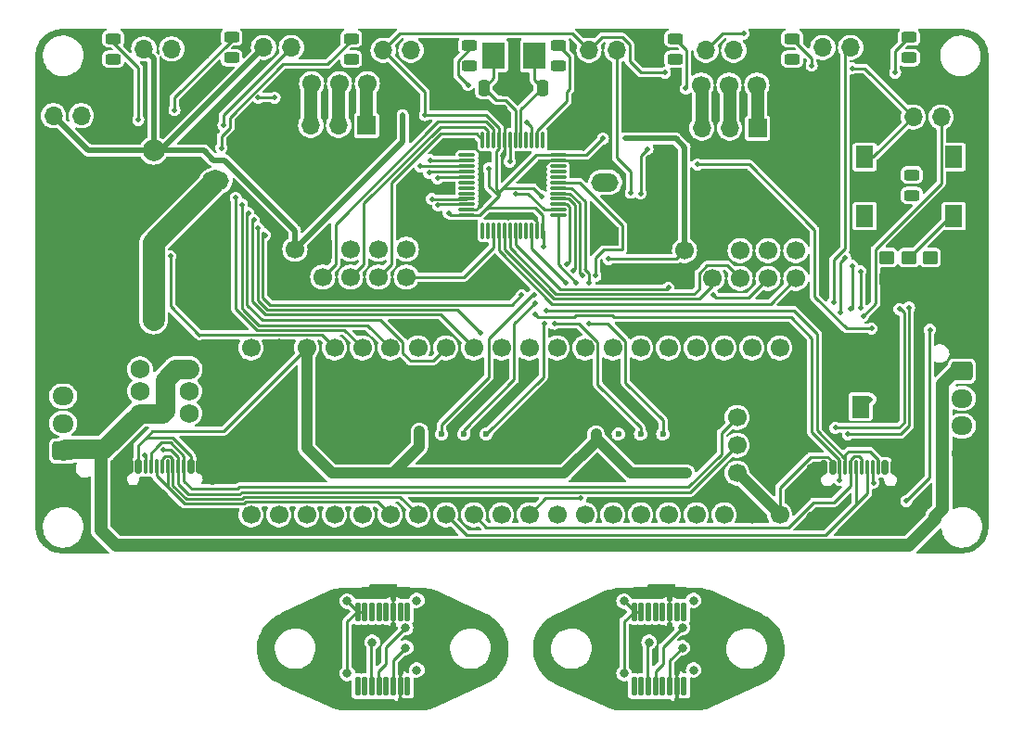
<source format=gbr>
%TF.GenerationSoftware,KiCad,Pcbnew,7.0.7*%
%TF.CreationDate,2023-09-01T18:27:54+02:00*%
%TF.ProjectId,UltiBot,556c7469-426f-4742-9e6b-696361645f70,rev?*%
%TF.SameCoordinates,PX60e4b00PY697e1a8*%
%TF.FileFunction,Copper,L1,Top*%
%TF.FilePolarity,Positive*%
%FSLAX46Y46*%
G04 Gerber Fmt 4.6, Leading zero omitted, Abs format (unit mm)*
G04 Created by KiCad (PCBNEW 7.0.7) date 2023-09-01 18:27:54*
%MOMM*%
%LPD*%
G01*
G04 APERTURE LIST*
G04 Aperture macros list*
%AMRoundRect*
0 Rectangle with rounded corners*
0 $1 Rounding radius*
0 $2 $3 $4 $5 $6 $7 $8 $9 X,Y pos of 4 corners*
0 Add a 4 corners polygon primitive as box body*
4,1,4,$2,$3,$4,$5,$6,$7,$8,$9,$2,$3,0*
0 Add four circle primitives for the rounded corners*
1,1,$1+$1,$2,$3*
1,1,$1+$1,$4,$5*
1,1,$1+$1,$6,$7*
1,1,$1+$1,$8,$9*
0 Add four rect primitives between the rounded corners*
20,1,$1+$1,$2,$3,$4,$5,0*
20,1,$1+$1,$4,$5,$6,$7,0*
20,1,$1+$1,$6,$7,$8,$9,0*
20,1,$1+$1,$8,$9,$2,$3,0*%
G04 Aperture macros list end*
%TA.AperFunction,ComponentPad*%
%ADD10C,1.700000*%
%TD*%
%TA.AperFunction,ComponentPad*%
%ADD11R,1.700000X1.700000*%
%TD*%
%TA.AperFunction,ComponentPad*%
%ADD12R,2.500000X1.700000*%
%TD*%
%TA.AperFunction,ComponentPad*%
%ADD13O,2.500000X1.700000*%
%TD*%
%TA.AperFunction,ComponentPad*%
%ADD14RoundRect,0.250000X0.725000X-0.600000X0.725000X0.600000X-0.725000X0.600000X-0.725000X-0.600000X0*%
%TD*%
%TA.AperFunction,ComponentPad*%
%ADD15O,1.950000X1.700000*%
%TD*%
%TA.AperFunction,SMDPad,CuDef*%
%ADD16RoundRect,0.250000X0.450000X-0.350000X0.450000X0.350000X-0.450000X0.350000X-0.450000X-0.350000X0*%
%TD*%
%TA.AperFunction,ComponentPad*%
%ADD17O,1.700000X1.700000*%
%TD*%
%TA.AperFunction,SMDPad,CuDef*%
%ADD18RoundRect,0.150000X-0.150000X-0.500000X0.150000X-0.500000X0.150000X0.500000X-0.150000X0.500000X0*%
%TD*%
%TA.AperFunction,SMDPad,CuDef*%
%ADD19RoundRect,0.075000X-0.075000X-0.575000X0.075000X-0.575000X0.075000X0.575000X-0.075000X0.575000X0*%
%TD*%
%TA.AperFunction,ComponentPad*%
%ADD20O,1.000000X2.100000*%
%TD*%
%TA.AperFunction,ComponentPad*%
%ADD21O,1.000000X1.600000*%
%TD*%
%TA.AperFunction,SMDPad,CuDef*%
%ADD22RoundRect,0.250000X0.250000X0.475000X-0.250000X0.475000X-0.250000X-0.475000X0.250000X-0.475000X0*%
%TD*%
%TA.AperFunction,SMDPad,CuDef*%
%ADD23RoundRect,0.243750X0.456250X-0.243750X0.456250X0.243750X-0.456250X0.243750X-0.456250X-0.243750X0*%
%TD*%
%TA.AperFunction,SMDPad,CuDef*%
%ADD24R,2.000000X2.400000*%
%TD*%
%TA.AperFunction,SMDPad,CuDef*%
%ADD25R,1.600000X2.000000*%
%TD*%
%TA.AperFunction,ComponentPad*%
%ADD26RoundRect,0.250000X-0.725000X0.600000X-0.725000X-0.600000X0.725000X-0.600000X0.725000X0.600000X0*%
%TD*%
%TA.AperFunction,SMDPad,CuDef*%
%ADD27RoundRect,0.125000X0.125000X-0.762500X0.125000X0.762500X-0.125000X0.762500X-0.125000X-0.762500X0*%
%TD*%
%TA.AperFunction,ComponentPad*%
%ADD28C,1.750000*%
%TD*%
%TA.AperFunction,ComponentPad*%
%ADD29C,2.000000*%
%TD*%
%TA.AperFunction,SMDPad,CuDef*%
%ADD30RoundRect,0.075000X-0.075000X0.662500X-0.075000X-0.662500X0.075000X-0.662500X0.075000X0.662500X0*%
%TD*%
%TA.AperFunction,SMDPad,CuDef*%
%ADD31RoundRect,0.075000X-0.662500X0.075000X-0.662500X-0.075000X0.662500X-0.075000X0.662500X0.075000X0*%
%TD*%
%TA.AperFunction,SMDPad,CuDef*%
%ADD32RoundRect,0.250000X-0.250000X-0.475000X0.250000X-0.475000X0.250000X0.475000X-0.250000X0.475000X0*%
%TD*%
%TA.AperFunction,ViaPad*%
%ADD33C,0.600000*%
%TD*%
%TA.AperFunction,ViaPad*%
%ADD34C,0.500000*%
%TD*%
%TA.AperFunction,ViaPad*%
%ADD35C,0.750000*%
%TD*%
%TA.AperFunction,ViaPad*%
%ADD36C,0.800000*%
%TD*%
%TA.AperFunction,Conductor*%
%ADD37C,1.200000*%
%TD*%
%TA.AperFunction,Conductor*%
%ADD38C,1.800000*%
%TD*%
%TA.AperFunction,Conductor*%
%ADD39C,0.250000*%
%TD*%
%TA.AperFunction,Conductor*%
%ADD40C,1.000000*%
%TD*%
%TA.AperFunction,Conductor*%
%ADD41C,0.500000*%
%TD*%
%TA.AperFunction,Conductor*%
%ADD42C,2.000000*%
%TD*%
G04 APERTURE END LIST*
D10*
%TO.P,U4,15,3V3*%
%TO.N,+3V3*%
X23696498Y42164000D03*
D11*
%TO.P,U4,14,GND*%
%TO.N,GND*%
X26236498Y42164000D03*
D10*
%TO.P,U4,13,nRT*%
%TO.N,unconnected-(U4-nRT-Pad13)*%
X28776498Y42164000D03*
%TO.P,U4,12,nSP*%
%TO.N,unconnected-(U4-nSP-Pad12)*%
X31316498Y42164000D03*
%TO.P,U4,11,nFT*%
%TO.N,unconnected-(U4-nFT-Pad11)*%
X33856498Y42164000D03*
D11*
%TO.P,U4,10,GND*%
%TO.N,GND*%
X23696498Y39624000D03*
D10*
%TO.P,U4,9,IN1*%
%TO.N,/BluePill&FOC/MOT_2_A*%
X26236498Y39624000D03*
%TO.P,U4,8,IN2*%
%TO.N,/BluePill&FOC/MOT_2_B*%
X28776498Y39624000D03*
%TO.P,U4,7,IN3*%
%TO.N,/BluePill&FOC/MOT_2_C*%
X31316498Y39624000D03*
%TO.P,U4,6,EN*%
%TO.N,/BluePill&FOC/MOT_2_EN*%
X33856498Y39624000D03*
D12*
%TO.P,U4,5,GND*%
%TO.N,GND*%
X16457498Y43434000D03*
D13*
%TO.P,U4,4,VCC*%
%TO.N,/BlackPill&Main/+12V_SW*%
X16457498Y48387000D03*
D10*
%TO.P,U4,3,M3*%
%TO.N,/BluePill&FOC/M2_C_CONN*%
X25220498Y57277000D03*
%TO.P,U4,2,M2*%
%TO.N,/BluePill&FOC/M2_B_CONN*%
X27760498Y57277000D03*
%TO.P,U4,1,M1*%
%TO.N,/BluePill&FOC/M2_A_CONN*%
X30300498Y57277000D03*
%TD*%
D14*
%TO.P,J9,1,Pin_1*%
%TO.N,+12V*%
X2540000Y23749000D03*
D15*
%TO.P,J9,2,Pin_2*%
%TO.N,unconnected-(J9-Pin_2-Pad2)*%
X2540000Y26249000D03*
%TO.P,J9,3,Pin_3*%
%TO.N,unconnected-(J9-Pin_3-Pad3)*%
X2540000Y28749000D03*
%TO.P,J9,4,Pin_4*%
%TO.N,GND*%
X2540000Y31249000D03*
%TD*%
D10*
%TO.P,U3,1,M1*%
%TO.N,/BluePill&FOC/M1_A_CONN*%
X65860498Y57150000D03*
%TO.P,U3,2,M2*%
%TO.N,/BluePill&FOC/M1_B_CONN*%
X63320498Y57150000D03*
%TO.P,U3,3,M3*%
%TO.N,/BluePill&FOC/M1_C_CONN*%
X60780498Y57150000D03*
D13*
%TO.P,U3,4,VCC*%
%TO.N,/BlackPill&Main/+12V_SW*%
X52017498Y48260000D03*
D12*
%TO.P,U3,5,GND*%
%TO.N,GND*%
X52017498Y43307000D03*
D10*
%TO.P,U3,6,EN*%
%TO.N,/BluePill&FOC/MOT_1_EN*%
X69416498Y39497000D03*
%TO.P,U3,7,IN3*%
%TO.N,/BluePill&FOC/MOT_1_A*%
X66876498Y39497000D03*
%TO.P,U3,8,IN2*%
%TO.N,/BluePill&FOC/MOT_1_B*%
X64336498Y39497000D03*
%TO.P,U3,9,IN1*%
%TO.N,/BluePill&FOC/MOT_1_C*%
X61796498Y39497000D03*
D11*
%TO.P,U3,10,GND*%
%TO.N,GND*%
X59256498Y39497000D03*
D10*
%TO.P,U3,11,nFT*%
%TO.N,unconnected-(U3-nFT-Pad11)*%
X69416498Y42037000D03*
%TO.P,U3,12,nSP*%
%TO.N,unconnected-(U3-nSP-Pad12)*%
X66876498Y42037000D03*
%TO.P,U3,13,nRT*%
%TO.N,unconnected-(U3-nRT-Pad13)*%
X64336498Y42037000D03*
D11*
%TO.P,U3,14,GND*%
%TO.N,GND*%
X61796498Y42037000D03*
D10*
%TO.P,U3,15,3V3*%
%TO.N,+3V3*%
X59256498Y42037000D03*
%TD*%
D16*
%TO.P,R1,1*%
%TO.N,GND*%
X77724000Y39402000D03*
%TO.P,R1,2*%
%TO.N,/BlackPill&Main/BTN_START*%
X77724000Y41402000D03*
%TD*%
D11*
%TO.P,J3,1,Pin_1*%
%TO.N,GND*%
X85217000Y54229000D03*
D17*
%TO.P,J3,2,Pin_2*%
%TO.N,/BlackPill&Main/SENSOR_LINEA_2*%
X82677000Y54229000D03*
%TO.P,J3,3,Pin_3*%
%TO.N,+3V3*%
X80137000Y54229000D03*
%TD*%
D18*
%TO.P,USB1,1,GND*%
%TO.N,GND*%
X8611000Y22308000D03*
%TO.P,USB1,2,VBUS*%
%TO.N,+3V3*%
X9411000Y22308000D03*
D19*
%TO.P,USB1,3,SBU2*%
%TO.N,/BlackPill&Main/SWDIO*%
X10061000Y22308000D03*
%TO.P,USB1,4,CC1*%
%TO.N,/BlackPill&Main/SWCLK*%
X10561000Y22308000D03*
%TO.P,USB1,5,DN2*%
%TO.N,/BlackPill&Main/USART1_TX*%
X11061000Y22308000D03*
%TO.P,USB1,6,DP1*%
%TO.N,/BlackPill&Main/USART1_RX*%
X11561000Y22308000D03*
%TO.P,USB1,7,DN1*%
%TO.N,/BlackPill&Main/USART1_TX*%
X12061000Y22308000D03*
%TO.P,USB1,8,DP2*%
%TO.N,/BlackPill&Main/USART1_RX*%
X12561000Y22308000D03*
%TO.P,USB1,9,SBU1*%
%TO.N,/BlackPill&Main/SWDIO*%
X13061000Y22308000D03*
%TO.P,USB1,10,CC2*%
%TO.N,/BlackPill&Main/SWCLK*%
X13561000Y22308000D03*
D18*
%TO.P,USB1,11,VBUS*%
%TO.N,+3V3*%
X14211000Y22308000D03*
%TO.P,USB1,12,GND*%
%TO.N,GND*%
X15011000Y22308000D03*
D20*
%TO.P,USB1,13,SHIELD*%
X7491000Y21668000D03*
D21*
X7491000Y17488000D03*
D20*
X16131000Y21668000D03*
D21*
X16131000Y17488000D03*
%TD*%
D11*
%TO.P,J1,1,Pin_1*%
%TO.N,GND*%
X14986000Y60452000D03*
D17*
%TO.P,J1,2,Pin_2*%
%TO.N,/BlackPill&Main/SENSOR_1*%
X12446000Y60452000D03*
%TO.P,J1,3,Pin_3*%
%TO.N,+3V3*%
X9906000Y60452000D03*
%TD*%
D11*
%TO.P,J8,1,Pin_1*%
%TO.N,GND*%
X76962000Y60579000D03*
D17*
%TO.P,J8,2,Pin_2*%
%TO.N,/BlackPill&Main/SENSOR_6*%
X74422000Y60579000D03*
%TO.P,J8,3,Pin_3*%
%TO.N,+3V3*%
X71882000Y60579000D03*
%TD*%
D22*
%TO.P,C11,1*%
%TO.N,/BluePill&FOC/OSCIN*%
X46289000Y56896000D03*
%TO.P,C11,2*%
%TO.N,GND*%
X44389000Y56896000D03*
%TD*%
D23*
%TO.P,D1,1,K*%
%TO.N,Net-(D1-K)*%
X80010000Y47068500D03*
%TO.P,D1,2,A*%
%TO.N,/BlackPill&Main/LED_0*%
X80010000Y48943500D03*
%TD*%
%TO.P,D6,1,K*%
%TO.N,Net-(D6-K)*%
X69088000Y59514500D03*
%TO.P,D6,2,A*%
%TO.N,/BlackPill&Main/LED_5*%
X69088000Y61389500D03*
%TD*%
D18*
%TO.P,USB2,1,GND*%
%TO.N,GND*%
X71984000Y22225000D03*
%TO.P,USB2,2,VBUS*%
%TO.N,+3V3*%
X72784000Y22225000D03*
D19*
%TO.P,USB2,3,SBU2*%
%TO.N,/BluePill&FOC/SWDIO*%
X73434000Y22225000D03*
%TO.P,USB2,4,CC1*%
%TO.N,/BluePill&FOC/SWCLK*%
X73934000Y22225000D03*
%TO.P,USB2,5,DN2*%
%TO.N,/BlackPill&Main/USART6_RX*%
X74434000Y22225000D03*
%TO.P,USB2,6,DP1*%
%TO.N,/BlackPill&Main/USART6_TX*%
X74934000Y22225000D03*
%TO.P,USB2,7,DN1*%
%TO.N,/BlackPill&Main/USART6_RX*%
X75434000Y22225000D03*
%TO.P,USB2,8,DP2*%
%TO.N,/BlackPill&Main/USART6_TX*%
X75934000Y22225000D03*
%TO.P,USB2,9,SBU1*%
%TO.N,/BluePill&FOC/SWDIO*%
X76434000Y22225000D03*
%TO.P,USB2,10,CC2*%
%TO.N,/BluePill&FOC/SWCLK*%
X76934000Y22225000D03*
D18*
%TO.P,USB2,11,VBUS*%
%TO.N,+3V3*%
X77584000Y22225000D03*
%TO.P,USB2,12,GND*%
%TO.N,GND*%
X78384000Y22225000D03*
D20*
%TO.P,USB2,13,SHIELD*%
X70864000Y21585000D03*
D21*
X70864000Y17405000D03*
D20*
X79504000Y21585000D03*
D21*
X79504000Y17405000D03*
%TD*%
D24*
%TO.P,Y1,1,1*%
%TO.N,/BluePill&FOC/OSCOUT*%
X41838000Y59817000D03*
%TO.P,Y1,2,2*%
%TO.N,/BluePill&FOC/OSCIN*%
X45538000Y59817000D03*
%TD*%
D25*
%TO.P,BTN3,1,1*%
%TO.N,GND*%
X75311000Y33180000D03*
%TO.P,BTN3,2,2*%
%TO.N,/BluePill&FOC/RESET*%
X75311000Y27780000D03*
%TD*%
D11*
%TO.P,J7,1,Pin_1*%
%TO.N,GND*%
X66294000Y60325000D03*
D17*
%TO.P,J7,2,Pin_2*%
%TO.N,/BlackPill&Main/SENSOR_5*%
X63754000Y60325000D03*
%TO.P,J7,3,Pin_3*%
%TO.N,+3V3*%
X61214000Y60325000D03*
%TD*%
D15*
%TO.P,J10,4,Pin_4*%
%TO.N,GND*%
X84582000Y23535000D03*
%TO.P,J10,3,Pin_3*%
%TO.N,unconnected-(J10-Pin_3-Pad3)*%
X84582000Y26035000D03*
%TO.P,J10,2,Pin_2*%
%TO.N,unconnected-(J10-Pin_2-Pad2)*%
X84582000Y28535000D03*
D26*
%TO.P,J10,1,Pin_1*%
%TO.N,+12V*%
X84582000Y31035000D03*
%TD*%
D23*
%TO.P,D4,1,K*%
%TO.N,Net-(D4-K)*%
X28829000Y59514500D03*
%TO.P,D4,2,A*%
%TO.N,/BlackPill&Main/LED_3*%
X28829000Y61389500D03*
%TD*%
D27*
%TO.P,IC2,1,MAGINCN*%
%TO.N,unconnected-(IC2-MAGINCN-Pad1)*%
X54648867Y2246807D03*
%TO.P,IC2,2,MAGDECN*%
%TO.N,unconnected-(IC2-MAGDECN-Pad2)*%
X55298867Y2246807D03*
%TO.P,IC2,3,DTEST1_A*%
%TO.N,/BluePill&FOC/ENC_2_A_CONN*%
X55948867Y2246807D03*
%TO.P,IC2,4,DTEST2_B*%
%TO.N,/BluePill&FOC/ENC_2_B_CONN*%
X56598867Y2246807D03*
%TO.P,IC2,5,NC_1*%
%TO.N,unconnected-(IC2-NC_1-Pad5)*%
X57248867Y2246807D03*
%TO.P,IC2,6,MODE_INDEX*%
%TO.N,/BluePill&FOC/ENC_2_I_CONN*%
X57898867Y2246807D03*
%TO.P,IC2,7,VSS*%
%TO.N,/BluePill&FOC/ENC_2_GND*%
X58548867Y2246807D03*
%TO.P,IC2,8,PDIO*%
%TO.N,unconnected-(IC2-PDIO-Pad8)*%
X59198867Y2246807D03*
%TO.P,IC2,9,DO*%
%TO.N,unconnected-(IC2-DO-Pad9)*%
X59198867Y9071807D03*
%TO.P,IC2,10,CLK*%
%TO.N,unconnected-(IC2-CLK-Pad10)*%
X58548867Y9071807D03*
%TO.P,IC2,11,CSN*%
%TO.N,/BluePill&FOC/ENC_2_GND*%
X57898867Y9071807D03*
%TO.P,IC2,12,PWM*%
%TO.N,unconnected-(IC2-PWM-Pad12)*%
X57248867Y9071807D03*
%TO.P,IC2,13,NC_2*%
%TO.N,unconnected-(IC2-NC_2-Pad13)*%
X56598867Y9071807D03*
%TO.P,IC2,14,NC_3*%
%TO.N,unconnected-(IC2-NC_3-Pad14)*%
X55948867Y9071807D03*
%TO.P,IC2,15,VDD3V3*%
%TO.N,/BluePill&FOC/ENC_2_3.3*%
X55298867Y9071807D03*
%TO.P,IC2,16,VDD5V*%
X54648867Y9071807D03*
%TD*%
D16*
%TO.P,R2,1*%
%TO.N,GND*%
X79756000Y39402000D03*
%TO.P,R2,2*%
%TO.N,/BlackPill&Main/BTN_MENU_MODE*%
X79756000Y41402000D03*
%TD*%
D28*
%TO.P,SW1,1,NC*%
%TO.N,unconnected-(SW1-NC-Pad1)*%
X9551000Y31190000D03*
%TO.P,SW1,2,COM*%
%TO.N,/BlackPill&Main/+12V_SW*%
X9551000Y29190000D03*
%TO.P,SW1,3,NA*%
%TO.N,+12V*%
X9551000Y27190000D03*
%TO.P,SW1,4,NA*%
X14051000Y31190000D03*
%TO.P,SW1,5,COM*%
%TO.N,/BlackPill&Main/+12V_SW*%
X14051000Y29190000D03*
%TO.P,SW1,6,NC*%
%TO.N,unconnected-(SW1-NC-Pad6)*%
X14051000Y27190000D03*
%TD*%
D23*
%TO.P,D5,2,A*%
%TO.N,/BlackPill&Main/LED_4*%
X58420000Y61389500D03*
%TO.P,D5,1,K*%
%TO.N,Net-(D5-K)*%
X58420000Y59514500D03*
%TD*%
D11*
%TO.P,J6,1,Pin_1*%
%TO.N,GND*%
X55611000Y60325000D03*
D17*
%TO.P,J6,2,Pin_2*%
%TO.N,/BlackPill&Main/SENSOR_4*%
X53071000Y60325000D03*
%TO.P,J6,3,Pin_3*%
%TO.N,+3V3*%
X50531000Y60325000D03*
%TD*%
D25*
%TO.P,BTN1,1,1*%
%TO.N,+3V3*%
X75692000Y50579000D03*
%TO.P,BTN1,2,2*%
%TO.N,/BlackPill&Main/BTN_START*%
X75692000Y45179000D03*
%TD*%
D16*
%TO.P,R3,1*%
%TO.N,GND*%
X81661000Y39402000D03*
%TO.P,R3,2*%
%TO.N,Net-(D1-K)*%
X81661000Y41402000D03*
%TD*%
D29*
%TO.P,STEP1,1,IN+*%
%TO.N,/BlackPill&Main/+12V_SW*%
X10795000Y35681000D03*
%TO.P,STEP1,2,IN-*%
%TO.N,GND*%
X1295000Y35681000D03*
%TO.P,STEP1,3,OUT+*%
%TO.N,+3V3*%
X10795000Y51181000D03*
%TO.P,STEP1,4,OUT-*%
%TO.N,GND*%
X1295000Y51181000D03*
%TD*%
D10*
%TO.P,U1,44,GND*%
%TO.N,GND*%
X64057000Y29337000D03*
%TO.P,U1,43,SCK*%
%TO.N,/BlackPill&Main/SWCLK*%
X64057000Y26797000D03*
%TO.P,U1,42,DIO*%
%TO.N,/BlackPill&Main/SWDIO*%
X64057000Y24257000D03*
%TO.P,U1,41,3V3*%
%TO.N,+3V3*%
X64057000Y21717000D03*
%TO.P,U1,40,VB*%
%TO.N,unconnected-(U1-VB-Pad40)*%
X67945000Y33147000D03*
%TO.P,U1,39,C13*%
%TO.N,/BlackPill&Main/LED_6*%
X65405000Y33147000D03*
%TO.P,U1,38,C14*%
%TO.N,/BlackPill&Main/LED_5*%
X62865000Y33147000D03*
%TO.P,U1,37,C15*%
%TO.N,/BlackPill&Main/LED_4*%
X60325000Y33147000D03*
%TO.P,U1,36,R*%
%TO.N,unconnected-(U1-R-Pad36)*%
X57785000Y33147000D03*
%TO.P,U1,35,A0*%
%TO.N,/BlackPill&Main/SENSOR_LINEA_2*%
X55245000Y33147000D03*
%TO.P,U1,34,A1*%
%TO.N,/BlackPill&Main/SENSOR_6*%
X52705000Y33147000D03*
%TO.P,U1,33,A2*%
%TO.N,/BlackPill&Main/SENSOR_5*%
X50165000Y33147000D03*
%TO.P,U1,32,A3*%
%TO.N,/BlackPill&Main/SENSOR_4*%
X47625000Y33147000D03*
%TO.P,U1,31,A4*%
%TO.N,/BlackPill&Main/SENSOR_3*%
X45085000Y33147000D03*
%TO.P,U1,30,A5*%
%TO.N,/BlackPill&Main/SENSOR_2*%
X42545000Y33147000D03*
%TO.P,U1,29,A6*%
%TO.N,/BlackPill&Main/SENSOR_1*%
X40005000Y33147000D03*
%TO.P,U1,28,A7*%
%TO.N,/BlackPill&Main/SENSOR_LINEA_1*%
X37465000Y33147000D03*
%TO.P,U1,27,B0*%
%TO.N,unconnected-(U1-B0-Pad27)*%
X34925000Y33147000D03*
%TO.P,U1,26,B1*%
%TO.N,/BlackPill&Main/LED_3*%
X32385000Y33147000D03*
%TO.P,U1,25,B2*%
%TO.N,/BlackPill&Main/LED_2*%
X29845000Y33147000D03*
%TO.P,U1,24,B10*%
%TO.N,/BlackPill&Main/LED_1*%
X27305000Y33147000D03*
%TO.P,U1,23,3V3*%
%TO.N,+3V3*%
X24765000Y33147000D03*
%TO.P,U1,22,GND*%
%TO.N,GND*%
X22225000Y33147000D03*
%TO.P,U1,21,5V*%
%TO.N,unconnected-(U1-5V-Pad21)*%
X19685000Y33147000D03*
%TO.P,U1,20,3V3*%
%TO.N,+3V3*%
X67945000Y17907000D03*
%TO.P,U1,19,GND*%
%TO.N,GND*%
X65405000Y17907000D03*
%TO.P,U1,18,5V*%
%TO.N,unconnected-(U1-5V-Pad18)*%
X62865000Y17907000D03*
%TO.P,U1,17,B9*%
%TO.N,/BlackPill&Main/BTN_MENU_MODE*%
X60325000Y17907000D03*
%TO.P,U1,16,B8*%
%TO.N,/BlackPill&Main/BTN_START*%
X57785000Y17907000D03*
%TO.P,U1,15,B7*%
%TO.N,/BlackPill&Main/ENC_1_A*%
X55245000Y17907000D03*
%TO.P,U1,14,B6*%
%TO.N,/BlackPill&Main/ENC_1_B*%
X52705000Y17907000D03*
%TO.P,U1,13,B5*%
%TO.N,/BlackPill&Main/ENC_2_A*%
X50165000Y17907000D03*
%TO.P,U1,12,B4*%
%TO.N,/BlackPill&Main/ENC_2_B*%
X47625000Y17907000D03*
%TO.P,U1,11,B3*%
%TO.N,/BlackPill&Main/ENC_1_I*%
X45085000Y17907000D03*
%TO.P,U1,10,A15*%
%TO.N,/BlackPill&Main/ENC_2_I*%
X42545000Y17907000D03*
%TO.P,U1,9,A12*%
%TO.N,/BlackPill&Main/USART6_RX*%
X40005000Y17907000D03*
%TO.P,U1,8,A11*%
%TO.N,/BlackPill&Main/USART6_TX*%
X37465000Y17907000D03*
%TO.P,U1,7,A10*%
%TO.N,/BlackPill&Main/USART1_RX*%
X34925000Y17907000D03*
%TO.P,U1,6,A9*%
%TO.N,/BlackPill&Main/USART1_TX*%
X32385000Y17907000D03*
%TO.P,U1,5,A8*%
%TO.N,/BlackPill&Main/LED_0*%
X29845000Y17907000D03*
%TO.P,U1,4,B15*%
%TO.N,/BlackPill&Main/SPI_MOSI*%
X27305000Y17907000D03*
%TO.P,U1,3,B14*%
%TO.N,/BlackPill&Main/SPI_MISO*%
X24765000Y17907000D03*
%TO.P,U1,2,B13*%
%TO.N,/BlackPill&Main/SPI_SCK*%
X22225000Y17907000D03*
%TO.P,U1,1,B12*%
%TO.N,/BlackPill&Main/SPI_NSS*%
X19685000Y17907000D03*
%TD*%
D27*
%TO.P,IC1,1,MAGINCN*%
%TO.N,unconnected-(IC1-MAGINCN-Pad1)*%
X29420867Y2246807D03*
%TO.P,IC1,2,MAGDECN*%
%TO.N,unconnected-(IC1-MAGDECN-Pad2)*%
X30070867Y2246807D03*
%TO.P,IC1,3,DTEST1_A*%
%TO.N,/BluePill&FOC/ENC_1_A_CONN*%
X30720867Y2246807D03*
%TO.P,IC1,4,DTEST2_B*%
%TO.N,/BluePill&FOC/ENC_1_B_CONN*%
X31370867Y2246807D03*
%TO.P,IC1,5,NC_1*%
%TO.N,unconnected-(IC1-NC_1-Pad5)*%
X32020867Y2246807D03*
%TO.P,IC1,6,MODE_INDEX*%
%TO.N,/BluePill&FOC/ENC_1_I_CONN*%
X32670867Y2246807D03*
%TO.P,IC1,7,VSS*%
%TO.N,/BluePill&FOC/ENC_1_GND*%
X33320867Y2246807D03*
%TO.P,IC1,8,PDIO*%
%TO.N,unconnected-(IC1-PDIO-Pad8)*%
X33970867Y2246807D03*
%TO.P,IC1,9,DO*%
%TO.N,unconnected-(IC1-DO-Pad9)*%
X33970867Y9071807D03*
%TO.P,IC1,10,CLK*%
%TO.N,unconnected-(IC1-CLK-Pad10)*%
X33320867Y9071807D03*
%TO.P,IC1,11,CSN*%
%TO.N,/BluePill&FOC/ENC_1_GND*%
X32670867Y9071807D03*
%TO.P,IC1,12,PWM*%
%TO.N,unconnected-(IC1-PWM-Pad12)*%
X32020867Y9071807D03*
%TO.P,IC1,13,NC_2*%
%TO.N,unconnected-(IC1-NC_2-Pad13)*%
X31370867Y9071807D03*
%TO.P,IC1,14,NC_3*%
%TO.N,unconnected-(IC1-NC_3-Pad14)*%
X30720867Y9071807D03*
%TO.P,IC1,15,VDD3V3*%
%TO.N,/BluePill&FOC/ENC_1_3.3*%
X30070867Y9071807D03*
%TO.P,IC1,16,VDD5V*%
X29420867Y9071807D03*
%TD*%
D23*
%TO.P,D8,2,A*%
%TO.N,/BluePill&FOC/MOT_1_LED*%
X47752000Y60754500D03*
%TO.P,D8,1,K*%
%TO.N,Net-(D8-K)*%
X47752000Y58879500D03*
%TD*%
D11*
%TO.P,J4,1,Pin_1*%
%TO.N,GND*%
X25908000Y60579000D03*
D17*
%TO.P,J4,2,Pin_2*%
%TO.N,/BlackPill&Main/SENSOR_2*%
X23368000Y60579000D03*
%TO.P,J4,3,Pin_3*%
%TO.N,+3V3*%
X20828000Y60579000D03*
%TD*%
D23*
%TO.P,D9,1,K*%
%TO.N,Net-(D9-K)*%
X39624000Y58879500D03*
%TO.P,D9,2,A*%
%TO.N,/BluePill&FOC/MOT_2_LED*%
X39624000Y60754500D03*
%TD*%
%TO.P,D7,1,K*%
%TO.N,Net-(D7-K)*%
X79756000Y59641500D03*
%TO.P,D7,2,A*%
%TO.N,/BlackPill&Main/LED_6*%
X79756000Y61516500D03*
%TD*%
D11*
%TO.P,J2,1,Pin_1*%
%TO.N,GND*%
X6731000Y54356000D03*
D17*
%TO.P,J2,2,Pin_2*%
%TO.N,/BlackPill&Main/SENSOR_LINEA_1*%
X4191000Y54356000D03*
%TO.P,J2,3,Pin_3*%
%TO.N,+3V3*%
X1651000Y54356000D03*
%TD*%
D11*
%TO.P,J5,1,Pin_1*%
%TO.N,GND*%
X36830000Y60325000D03*
D17*
%TO.P,J5,2,Pin_2*%
%TO.N,/BlackPill&Main/SENSOR_3*%
X34290000Y60325000D03*
%TO.P,J5,3,Pin_3*%
%TO.N,+3V3*%
X31750000Y60325000D03*
%TD*%
D30*
%TO.P,U2,1,VBAT*%
%TO.N,unconnected-(U2-VBAT-Pad1)*%
X46311000Y52168500D03*
%TO.P,U2,2,PC13-TAMPER-RTC*%
%TO.N,/BluePill&FOC/MOT_1_LED*%
X45811000Y52168500D03*
%TO.P,U2,3,PC14-OSC32_IN*%
%TO.N,/BluePill&FOC/MOT_2_LED*%
X45311000Y52168500D03*
%TO.P,U2,4,PC15-OSC32_OUT*%
%TO.N,unconnected-(U2-PC15-OSC32_OUT-Pad4)*%
X44811000Y52168500D03*
%TO.P,U2,5,OSC_IN*%
%TO.N,/BluePill&FOC/OSCIN*%
X44311000Y52168500D03*
%TO.P,U2,6,OSC_OUT*%
%TO.N,/BluePill&FOC/OSCOUT*%
X43811000Y52168500D03*
%TO.P,U2,7,NRST*%
%TO.N,/BluePill&FOC/RESET*%
X43311000Y52168500D03*
%TO.P,U2,8,VSSA*%
%TO.N,GND*%
X42811000Y52168500D03*
%TO.P,U2,9,VDDA*%
%TO.N,+3V3*%
X42311000Y52168500D03*
%TO.P,U2,10,PA0*%
%TO.N,/BluePill&FOC/MOT_2_A*%
X41811000Y52168500D03*
%TO.P,U2,11,PA1*%
%TO.N,/BluePill&FOC/MOT_2_B*%
X41311000Y52168500D03*
%TO.P,U2,12,PA2*%
%TO.N,/BluePill&FOC/MOT_2_C*%
X40811000Y52168500D03*
D31*
%TO.P,U2,13,PA3*%
%TO.N,unconnected-(U2-PA3-Pad13)*%
X39398500Y50756000D03*
%TO.P,U2,14,PA4*%
%TO.N,/BlackPill&Main/SPI_NSS*%
X39398500Y50256000D03*
%TO.P,U2,15,PA5*%
%TO.N,/BlackPill&Main/SPI_SCK*%
X39398500Y49756000D03*
%TO.P,U2,16,PA6*%
%TO.N,/BlackPill&Main/SPI_MISO*%
X39398500Y49256000D03*
%TO.P,U2,17,PA7*%
%TO.N,/BlackPill&Main/SPI_MOSI*%
X39398500Y48756000D03*
%TO.P,U2,18,PB0*%
%TO.N,unconnected-(U2-PB0-Pad18)*%
X39398500Y48256000D03*
%TO.P,U2,19,PB1*%
%TO.N,unconnected-(U2-PB1-Pad19)*%
X39398500Y47756000D03*
%TO.P,U2,20,PB2*%
%TO.N,unconnected-(U2-PB2-Pad20)*%
X39398500Y47256000D03*
%TO.P,U2,21,PB10*%
%TO.N,/BlackPill&Main/USART6_TX*%
X39398500Y46756000D03*
%TO.P,U2,22,PB11*%
%TO.N,/BlackPill&Main/USART6_RX*%
X39398500Y46256000D03*
%TO.P,U2,23,VSS1*%
%TO.N,GND*%
X39398500Y45756000D03*
%TO.P,U2,24,VDD1*%
%TO.N,+3V3*%
X39398500Y45256000D03*
D30*
%TO.P,U2,25,PB12*%
%TO.N,unconnected-(U2-PB12-Pad25)*%
X40811000Y43843500D03*
%TO.P,U2,26,PB13*%
%TO.N,unconnected-(U2-PB13-Pad26)*%
X41311000Y43843500D03*
%TO.P,U2,27,PB14*%
%TO.N,/BluePill&FOC/MOT_2_EN*%
X41811000Y43843500D03*
%TO.P,U2,28,PB15*%
%TO.N,/BluePill&FOC/MOT_1_EN*%
X42311000Y43843500D03*
%TO.P,U2,29,PA8*%
%TO.N,/BluePill&FOC/MOT_1_C*%
X42811000Y43843500D03*
%TO.P,U2,30,PA9*%
%TO.N,/BluePill&FOC/MOT_1_B*%
X43311000Y43843500D03*
%TO.P,U2,31,PA10*%
%TO.N,/BluePill&FOC/MOT_1_A*%
X43811000Y43843500D03*
%TO.P,U2,32,PA11*%
%TO.N,unconnected-(U2-PA11-Pad32)*%
X44311000Y43843500D03*
%TO.P,U2,33,PA12*%
%TO.N,unconnected-(U2-PA12-Pad33)*%
X44811000Y43843500D03*
%TO.P,U2,34,PA13*%
%TO.N,/BluePill&FOC/SWDIO*%
X45311000Y43843500D03*
%TO.P,U2,35,VSS2*%
%TO.N,GND*%
X45811000Y43843500D03*
%TO.P,U2,36,VDD2*%
%TO.N,+3V3*%
X46311000Y43843500D03*
D31*
%TO.P,U2,37,PA14*%
%TO.N,/BluePill&FOC/SWCLK*%
X47723500Y45256000D03*
%TO.P,U2,38,PA15*%
%TO.N,/BlackPill&Main/ENC_1_I*%
X47723500Y45756000D03*
%TO.P,U2,39,PB3*%
%TO.N,/BlackPill&Main/ENC_2_I*%
X47723500Y46256000D03*
%TO.P,U2,40,PB4*%
%TO.N,/BlackPill&Main/ENC_2_B*%
X47723500Y46756000D03*
%TO.P,U2,41,PB5*%
%TO.N,/BlackPill&Main/ENC_2_A*%
X47723500Y47256000D03*
%TO.P,U2,42,PB6*%
%TO.N,/BlackPill&Main/ENC_1_B*%
X47723500Y47756000D03*
%TO.P,U2,43,PB7*%
%TO.N,/BlackPill&Main/ENC_1_A*%
X47723500Y48256000D03*
%TO.P,U2,44,BOOT0*%
%TO.N,unconnected-(U2-BOOT0-Pad44)*%
X47723500Y48756000D03*
%TO.P,U2,45,PB8*%
%TO.N,unconnected-(U2-PB8-Pad45)*%
X47723500Y49256000D03*
%TO.P,U2,46,PB9*%
%TO.N,unconnected-(U2-PB9-Pad46)*%
X47723500Y49756000D03*
%TO.P,U2,47,VSS3*%
%TO.N,GND*%
X47723500Y50256000D03*
%TO.P,U2,48,VDD3*%
%TO.N,+3V3*%
X47723500Y50756000D03*
%TD*%
D32*
%TO.P,C12,1*%
%TO.N,/BluePill&FOC/OSCOUT*%
X40960000Y56896000D03*
%TO.P,C12,2*%
%TO.N,GND*%
X42860000Y56896000D03*
%TD*%
D23*
%TO.P,D2,1,K*%
%TO.N,Net-(D2-K)*%
X7112000Y59514500D03*
%TO.P,D2,2,A*%
%TO.N,/BlackPill&Main/LED_1*%
X7112000Y61389500D03*
%TD*%
%TO.P,D3,1,K*%
%TO.N,Net-(D3-K)*%
X17907000Y59641500D03*
%TO.P,D3,2,A*%
%TO.N,/BlackPill&Main/LED_2*%
X17907000Y61516500D03*
%TD*%
D25*
%TO.P,BTN2,1,1*%
%TO.N,+3V3*%
X83820000Y50579000D03*
%TO.P,BTN2,2,2*%
%TO.N,/BlackPill&Main/BTN_MENU_MODE*%
X83820000Y45179000D03*
%TD*%
D11*
%TO.P,J16,1,Pin_1*%
%TO.N,/BluePill&FOC/M2_A_CONN*%
X30226000Y53467000D03*
D17*
%TO.P,J16,2,Pin_2*%
%TO.N,/BluePill&FOC/M2_B_CONN*%
X27686000Y53467000D03*
%TO.P,J16,3,Pin_3*%
%TO.N,/BluePill&FOC/M2_C_CONN*%
X25146000Y53467000D03*
%TD*%
D11*
%TO.P,J15,1,Pin_1*%
%TO.N,/BluePill&FOC/M1_A_CONN*%
X65913000Y53213000D03*
D17*
%TO.P,J15,2,Pin_2*%
%TO.N,/BluePill&FOC/M1_B_CONN*%
X63373000Y53213000D03*
%TO.P,J15,3,Pin_3*%
%TO.N,/BluePill&FOC/M1_C_CONN*%
X60833000Y53213000D03*
%TD*%
D33*
%TO.N,GND*%
X50292000Y21717000D03*
X49149000Y25146000D03*
%TO.N,/BlackPill&Main/ENC_1_I*%
X53213000Y25273000D03*
%TO.N,/BlackPill&Main/ENC_1_B*%
X55245000Y25273000D03*
%TO.N,+3V3*%
X51181000Y25273000D03*
%TO.N,/BlackPill&Main/ENC_1_A*%
X57277000Y25273000D03*
%TO.N,GND*%
X33020000Y25273000D03*
%TO.N,+3V3*%
X35052000Y25273000D03*
%TO.N,/BlackPill&Main/ENC_2_I*%
X37084000Y25273000D03*
%TO.N,/BlackPill&Main/ENC_2_B*%
X39116000Y25273000D03*
%TO.N,/BlackPill&Main/ENC_2_A*%
X41148000Y25273000D03*
D34*
%TO.N,+3V3*%
X46355000Y42418000D03*
X77584000Y22225000D03*
X57470500Y58293000D03*
X64643000Y61849000D03*
X46228000Y46990000D03*
X41402000Y49530000D03*
X53848000Y52263000D03*
X21844000Y56007000D03*
X33528000Y54417000D03*
X20345233Y55981767D03*
D35*
X59436000Y21717000D03*
D34*
X51816000Y52263000D03*
X52324000Y41275000D03*
X74549000Y58674000D03*
X35560000Y54417000D03*
X72784000Y22225000D03*
X37719000Y45466000D03*
X83820000Y50579000D03*
%TO.N,/BlackPill&Main/BTN_START*%
X73025000Y25847500D03*
X75885500Y45179000D03*
X78867000Y36703000D03*
X77724000Y41402000D03*
%TO.N,/BlackPill&Main/BTN_MENU_MODE*%
X79756000Y41402000D03*
X74168000Y25273000D03*
X79756000Y36830000D03*
%TO.N,GND*%
X42998000Y57277000D03*
X51689000Y50800000D03*
X56515000Y44831000D03*
X52070000Y44958000D03*
X21971000Y43688000D03*
X40608389Y46119855D03*
X42811000Y55057500D03*
X45466000Y48641000D03*
X22987000Y58166000D03*
X50038000Y51330500D03*
X53213000Y45974000D03*
X25146000Y49276000D03*
X43171511Y45026521D03*
X51181000Y54102000D03*
X42672000Y50673000D03*
%TO.N,/BluePill&FOC/RESET*%
X76223500Y28448000D03*
X60452000Y49911000D03*
X43307000Y50165000D03*
X76327000Y34925000D03*
D36*
%TO.N,/BluePill&FOC/ENC_1_3.3*%
X34825267Y3737807D03*
X28475267Y10021807D03*
X28475267Y3417807D03*
%TO.N,/BluePill&FOC/ENC_1_GND*%
X36349267Y1705807D03*
%TO.N,/BluePill&FOC/ENC_2_3.3*%
X53722867Y10021807D03*
X60072867Y3737807D03*
X53722867Y3417807D03*
%TO.N,/BluePill&FOC/ENC_2_GND*%
X61596867Y1705807D03*
D34*
%TO.N,Net-(D1-K)*%
X80010000Y47117000D03*
X81594500Y41402000D03*
%TO.N,/BlackPill&Main/LED_0*%
X79502000Y19177000D03*
X80010000Y48943500D03*
X81661000Y34798000D03*
%TO.N,Net-(D2-K)*%
X7112000Y59325000D03*
%TO.N,/BlackPill&Main/LED_1*%
X12319000Y41529000D03*
X9398000Y53975000D03*
%TO.N,Net-(D3-K)*%
X17907000Y59579000D03*
%TO.N,/BlackPill&Main/LED_2*%
X18288000Y46863000D03*
X12700000Y54864000D03*
%TO.N,Net-(D4-K)*%
X28829000Y59452000D03*
%TO.N,/BlackPill&Main/LED_3*%
X18862500Y46228000D03*
X16979733Y51396733D03*
%TO.N,Net-(D5-K)*%
X58420000Y59325000D03*
%TO.N,/BlackPill&Main/LED_4*%
X59372500Y56832500D03*
X73914000Y41402000D03*
X73443569Y36411431D03*
%TO.N,Net-(D6-K)*%
X69088000Y59325000D03*
%TO.N,/BlackPill&Main/LED_5*%
X74396767Y36728233D03*
X70866000Y58928000D03*
X74554729Y40645729D03*
%TO.N,Net-(D7-K)*%
X79756000Y59579000D03*
%TO.N,/BlackPill&Main/LED_6*%
X75311000Y40132000D03*
X78486000Y58293000D03*
X75311000Y36830000D03*
%TO.N,Net-(D8-K)*%
X47752000Y58817000D03*
%TO.N,Net-(D9-K)*%
X39624000Y58879500D03*
%TO.N,/BluePill&FOC/MOT_2_LED*%
X39497000Y57150000D03*
X44885500Y53721000D03*
D36*
%TO.N,/BluePill&FOC/ENC_1_A_CONN*%
X34825267Y10087807D03*
X30761267Y6277807D03*
%TO.N,/BluePill&FOC/ENC_1_B_CONN*%
X33802012Y7585212D03*
%TO.N,/BluePill&FOC/ENC_1_I_CONN*%
X33809267Y5769807D03*
%TO.N,/BluePill&FOC/ENC_2_A_CONN*%
X56008867Y6277807D03*
X60072867Y10087807D03*
%TO.N,/BluePill&FOC/ENC_2_B_CONN*%
X59049612Y7585212D03*
%TO.N,/BluePill&FOC/ENC_2_I_CONN*%
X59056867Y5769807D03*
D34*
%TO.N,/BlackPill&Main/SENSOR_1*%
X19939000Y44831000D03*
%TO.N,/BlackPill&Main/SENSOR_LINEA_1*%
X19437000Y45466000D03*
%TO.N,/BlackPill&Main/SENSOR_LINEA_2*%
X75565000Y36068000D03*
%TO.N,/BlackPill&Main/SENSOR_2*%
X20337000Y44069000D03*
X17170931Y53492931D03*
X40640000Y34544000D03*
%TO.N,/BlackPill&Main/SENSOR_3*%
X44389500Y37973000D03*
X20955000Y43434000D03*
%TO.N,/BlackPill&Main/SENSOR_4*%
X54356000Y47310500D03*
%TO.N,/BlackPill&Main/SENSOR_5*%
X55245000Y47244000D03*
X55880000Y51308000D03*
%TO.N,/BlackPill&Main/SENSOR_6*%
X72869069Y37338000D03*
%TO.N,/BlackPill&Main/SWDIO*%
X11659020Y23834394D03*
X9986500Y23368000D03*
%TO.N,/BluePill&FOC/SWCLK*%
X49375733Y39097000D03*
X46617435Y36515500D03*
%TO.N,/BluePill&FOC/SWDIO*%
X45593000Y36195000D03*
X76508500Y20828000D03*
X73406000Y21082000D03*
X48387000Y39097000D03*
%TO.N,/BlackPill&Main/USART6_TX*%
X36195000Y46736000D03*
%TO.N,/BlackPill&Main/USART6_RX*%
X36769500Y46161500D03*
%TO.N,/BlackPill&Main/ENC_1_I*%
X49784000Y19407500D03*
X43815000Y47177500D03*
%TO.N,/BlackPill&Main/ENC_1_B*%
X50546000Y39116000D03*
X47371000Y35366500D03*
%TO.N,/BlackPill&Main/ENC_1_A*%
X51120500Y39739032D03*
X50562620Y35366965D03*
%TO.N,/BlackPill&Main/ENC_2_I*%
X45503569Y38010569D03*
X48516100Y40769100D03*
%TO.N,/BlackPill&Main/ENC_2_B*%
X45593000Y37211000D03*
X49087600Y40197600D03*
%TO.N,/BlackPill&Main/ENC_2_A*%
X46482000Y35366500D03*
X49911000Y39751000D03*
%TO.N,/BlackPill&Main/SPI_NSS*%
X36068000Y50292000D03*
%TO.N,/BlackPill&Main/SPI_SCK*%
X35142129Y49717500D03*
%TO.N,/BlackPill&Main/SPI_MISO*%
X35941000Y49143000D03*
%TO.N,/BlackPill&Main/SPI_MOSI*%
X36703000Y48641000D03*
%TO.N,/BluePill&FOC/MOT_1_A*%
X61849000Y37973000D03*
X57785000Y38647000D03*
%TD*%
D37*
%TO.N,+12V*%
X83994000Y31035000D02*
X84582000Y31035000D01*
X82804000Y29845000D02*
X83994000Y31035000D01*
X82132000Y17778823D02*
X82804000Y18450823D01*
X82132000Y17489000D02*
X82132000Y17778823D01*
X82804000Y18450823D02*
X82804000Y29845000D01*
X79756000Y15113000D02*
X82132000Y17489000D01*
X5969000Y16510000D02*
X7366000Y15113000D01*
X5990000Y21548390D02*
X5969000Y21527390D01*
X5969000Y21527390D02*
X5969000Y16510000D01*
X5969000Y23608000D02*
X5969000Y22770610D01*
X7366000Y15113000D02*
X79756000Y15113000D01*
X9551000Y27190000D02*
X5969000Y23608000D01*
X5969000Y22770610D02*
X5990000Y22749610D01*
X5990000Y22749610D02*
X5990000Y21548390D01*
D38*
X6260000Y23899000D02*
X9551000Y27190000D01*
X2690000Y23899000D02*
X6260000Y23899000D01*
X2540000Y23749000D02*
X2690000Y23899000D01*
D39*
%TO.N,+3V3*%
X51181000Y25273000D02*
X51181000Y25390000D01*
X51181000Y25390000D02*
X51313000Y25522000D01*
D40*
X48260000Y21717000D02*
X29210000Y21717000D01*
X51181000Y25273000D02*
X51181000Y24638000D01*
X51181000Y24638000D02*
X48260000Y21717000D01*
D39*
%TO.N,/BlackPill&Main/ENC_1_B*%
X55245000Y25913000D02*
X51340000Y29818000D01*
X55245000Y25273000D02*
X55245000Y25913000D01*
%TO.N,/BlackPill&Main/ENC_1_A*%
X53880000Y33750000D02*
X52263035Y35366965D01*
X52263035Y35366965D02*
X50562620Y35366965D01*
X53880000Y29940000D02*
X53880000Y33750000D01*
X57277000Y25273000D02*
X57277000Y26543000D01*
X57277000Y26543000D02*
X53880000Y29940000D01*
D40*
%TO.N,+3V3*%
X59436000Y21717000D02*
X54361000Y21717000D01*
X54361000Y21717000D02*
X51313000Y24765000D01*
D39*
X35052000Y25527000D02*
X35052000Y25273000D01*
D40*
X35052000Y25527000D02*
X35052000Y24130000D01*
X35052000Y24130000D02*
X32639000Y21717000D01*
X32639000Y21717000D02*
X29210000Y21717000D01*
D39*
%TO.N,/BlackPill&Main/ENC_2_I*%
X37084000Y25273000D02*
X37084000Y26162000D01*
X37084000Y26162000D02*
X41370000Y30448000D01*
%TO.N,/BlackPill&Main/ENC_2_B*%
X39116000Y25654000D02*
X43720000Y30258000D01*
X39116000Y25273000D02*
X39116000Y25654000D01*
%TO.N,/BlackPill&Main/ENC_2_A*%
X46355000Y35239500D02*
X46482000Y35366500D01*
X46355000Y30480000D02*
X46355000Y35239500D01*
X41148000Y25273000D02*
X46355000Y30480000D01*
D41*
%TO.N,+3V3*%
X10795000Y51181000D02*
X4826000Y51181000D01*
D39*
X57470500Y58293000D02*
X55293000Y58293000D01*
X10102000Y24961000D02*
X10033000Y24892000D01*
X37929000Y45256000D02*
X39398500Y45256000D01*
X40557000Y45256000D02*
X39398500Y45256000D01*
X17145000Y25527000D02*
X24765000Y33147000D01*
D41*
X10795000Y51181000D02*
X10795000Y59563000D01*
D39*
X41402000Y49530000D02*
X41402000Y47919000D01*
X42311000Y52168500D02*
X42311000Y53244477D01*
X46228000Y46990000D02*
X45466000Y47752000D01*
X42311000Y47365315D02*
X45701685Y50756000D01*
X64135000Y21717000D02*
X64057000Y21717000D01*
D41*
X11430000Y51181000D02*
X20828000Y60579000D01*
D39*
X42037000Y51091315D02*
X42037000Y47639315D01*
X42311000Y51365315D02*
X42037000Y51091315D01*
X54246000Y59340000D02*
X54246000Y60816000D01*
X42697685Y47752000D02*
X42311000Y47365315D01*
D41*
X23696498Y42164000D02*
X33528000Y51995502D01*
X17271293Y50292000D02*
X23696498Y43866795D01*
D39*
X58494498Y41275000D02*
X59256498Y42037000D01*
X45466000Y47752000D02*
X42697685Y47752000D01*
X10033000Y24892000D02*
X10668000Y25527000D01*
X45591604Y45974000D02*
X41275707Y45974000D01*
X50531000Y60325000D02*
X49007000Y61849000D01*
D41*
X10795000Y51181000D02*
X15367000Y51181000D01*
D39*
X53562000Y61500000D02*
X51706000Y61500000D01*
X21844000Y56007000D02*
X20370466Y56007000D01*
X46355000Y42418000D02*
X46355000Y43799500D01*
X47723500Y50756000D02*
X50309000Y50756000D01*
X41275707Y45974000D02*
X40557707Y45256000D01*
X35560000Y54417000D02*
X35560000Y56515000D01*
X67945000Y17907000D02*
X67945000Y20382726D01*
X75692000Y50579000D02*
X76487000Y50579000D01*
X46311000Y45254604D02*
X45591604Y45974000D01*
X42311000Y47010000D02*
X40557000Y45256000D01*
D41*
X23696498Y43866795D02*
X23696498Y43209701D01*
D39*
X42037000Y47639315D02*
X42311000Y47365315D01*
X37719000Y45466000D02*
X37929000Y45256000D01*
X51706000Y61500000D02*
X50531000Y60325000D01*
D41*
X10795000Y59563000D02*
X9906000Y60452000D01*
D39*
X50309000Y50756000D02*
X51816000Y52263000D01*
X45701685Y50756000D02*
X47723500Y50756000D01*
X55293000Y58293000D02*
X54246000Y59340000D01*
X9411000Y22308000D02*
X9411000Y24270000D01*
X52324000Y41275000D02*
X58494498Y41275000D01*
D41*
X58481000Y52263000D02*
X53848000Y52263000D01*
X16256000Y50292000D02*
X17271293Y50292000D01*
D39*
X35560000Y56515000D02*
X31750000Y60325000D01*
X40557707Y45256000D02*
X39398500Y45256000D01*
X10668000Y25527000D02*
X17145000Y25527000D01*
X46355000Y43799500D02*
X46311000Y43843500D01*
X9411000Y24270000D02*
X10033000Y24892000D01*
X14211000Y22308000D02*
X14211000Y23282873D01*
D40*
X27051000Y21717000D02*
X29210000Y21717000D01*
D41*
X59256498Y42037000D02*
X59256498Y51487502D01*
D40*
X24765000Y33147000D02*
X24765000Y24003000D01*
D39*
X64643000Y61849000D02*
X62738000Y61849000D01*
X54246000Y60816000D02*
X53562000Y61500000D01*
X46311000Y43843500D02*
X46311000Y45254604D01*
X20370466Y56007000D02*
X20345233Y55981767D01*
D41*
X15367000Y51181000D02*
X16256000Y50292000D01*
D40*
X67945000Y17907000D02*
X64135000Y21717000D01*
D39*
X42311000Y52168500D02*
X42311000Y51365315D01*
X49007000Y61849000D02*
X33274000Y61849000D01*
X75692000Y58674000D02*
X74549000Y58674000D01*
X42311000Y47365315D02*
X42311000Y47010000D01*
X70762274Y23200000D02*
X72330751Y23200000D01*
X42311000Y53244477D02*
X41138477Y54417000D01*
X76487000Y50579000D02*
X80137000Y54229000D01*
X41402000Y47919000D02*
X42311000Y47010000D01*
D41*
X10795000Y51181000D02*
X11430000Y51181000D01*
X59256498Y51487502D02*
X58481000Y52263000D01*
D39*
X41138477Y54417000D02*
X35560000Y54417000D01*
X67945000Y20382726D02*
X70762274Y23200000D01*
D40*
X24765000Y24003000D02*
X27051000Y21717000D01*
D39*
X72784000Y22746751D02*
X72784000Y22225000D01*
X12532873Y24961000D02*
X10102000Y24961000D01*
X62738000Y61849000D02*
X61214000Y60325000D01*
D41*
X4826000Y51181000D02*
X1651000Y54356000D01*
D39*
X33274000Y61849000D02*
X31750000Y60325000D01*
X72330751Y23200000D02*
X72784000Y22746751D01*
D41*
X23696498Y43209701D02*
X23696498Y42164000D01*
X33528000Y51995502D02*
X33528000Y54417000D01*
D39*
X14211000Y23282873D02*
X12532873Y24961000D01*
X80137000Y54229000D02*
X75692000Y58674000D01*
%TO.N,/BlackPill&Main/BTN_START*%
X79306000Y26347000D02*
X79306000Y27051000D01*
X79306000Y27051000D02*
X79306000Y36391000D01*
X78806500Y25847500D02*
X79306000Y26347000D01*
X79306000Y36391000D02*
X78994000Y36703000D01*
X73025000Y25847500D02*
X78806500Y25847500D01*
%TO.N,/BlackPill&Main/BTN_MENU_MODE*%
X74168000Y25273000D02*
X78994000Y25273000D01*
X79756000Y41402000D02*
X83533000Y45179000D01*
X78994000Y25273000D02*
X79756000Y26035000D01*
X83533000Y45179000D02*
X83820000Y45179000D01*
X79756000Y26035000D02*
X79756000Y36830000D01*
%TO.N,GND*%
X42811000Y55057500D02*
X42811000Y52168500D01*
X46920315Y50256000D02*
X45466000Y48801685D01*
X59256498Y39497000D02*
X61796498Y42037000D01*
X45811000Y44646685D02*
X45811000Y43843500D01*
X25908000Y60579000D02*
X25460500Y60579000D01*
X55372000Y45974000D02*
X56515000Y44831000D01*
X40608389Y46119855D02*
X40244534Y45756000D01*
X52017498Y43307000D02*
X52017498Y44905498D01*
X43171511Y45026521D02*
X45431164Y45026521D01*
X45431164Y45026521D02*
X45811000Y44646685D01*
X45466000Y48801685D02*
X45466000Y48641000D01*
X23696498Y39624000D02*
X26236498Y42164000D01*
X23696498Y39624000D02*
X21971000Y41349498D01*
X21971000Y41349498D02*
X21971000Y43688000D01*
X51689000Y50800000D02*
X51145000Y50256000D01*
X51181000Y54102000D02*
X50038000Y52959000D01*
X42811000Y50812000D02*
X42672000Y50673000D01*
X71984000Y22225000D02*
X71984000Y22200000D01*
X42811000Y52168500D02*
X42811000Y50812000D01*
X52017498Y44905498D02*
X52070000Y44958000D01*
X71984000Y22200000D02*
X71369000Y21585000D01*
X47723500Y50256000D02*
X46920315Y50256000D01*
X53213000Y45974000D02*
X55372000Y45974000D01*
X51145000Y50256000D02*
X47723500Y50256000D01*
X50038000Y52959000D02*
X50038000Y51330500D01*
X71369000Y21585000D02*
X70864000Y21585000D01*
X40244534Y45756000D02*
X39398500Y45756000D01*
%TO.N,/BluePill&FOC/RESET*%
X75555500Y27780000D02*
X76223500Y28448000D01*
X71120000Y37846000D02*
X71120000Y37973000D01*
X75311000Y27780000D02*
X75555500Y27780000D01*
X76327000Y34925000D02*
X74041000Y34925000D01*
X43307000Y52164500D02*
X43311000Y52168500D01*
X71120000Y37973000D02*
X71120000Y43942000D01*
X74041000Y34925000D02*
X71120000Y37846000D01*
X71120000Y43942000D02*
X65151000Y49911000D01*
X43307000Y50165000D02*
X43307000Y52164500D01*
X65151000Y49911000D02*
X60452000Y49911000D01*
%TO.N,/BluePill&FOC/ENC_1_3.3*%
X30051267Y9071807D02*
X29401267Y9071807D01*
X29401267Y9071807D02*
X29401267Y9095807D01*
X28475267Y8145807D02*
X28475267Y3417807D01*
X29401267Y9071807D02*
X28475267Y8145807D01*
X29401267Y9095807D02*
X28475267Y10021807D01*
%TO.N,/BluePill&FOC/ENC_1_GND*%
X33301267Y1197807D02*
X33301267Y2246807D01*
X35677767Y1034307D02*
X33464767Y1034307D01*
X33464767Y1034307D02*
X33301267Y1197807D01*
X36349267Y1705807D02*
X35677767Y1034307D01*
%TO.N,/BluePill&FOC/ENC_2_3.3*%
X54648867Y9071807D02*
X54648867Y9095807D01*
X54648867Y9095807D02*
X53722867Y10021807D01*
X55298867Y9071807D02*
X54648867Y9071807D01*
X53722867Y8145807D02*
X53722867Y3417807D01*
X54648867Y9071807D02*
X53722867Y8145807D01*
%TO.N,/BluePill&FOC/ENC_2_GND*%
X58712367Y1034307D02*
X58548867Y1197807D01*
X60925367Y1034307D02*
X58712367Y1034307D01*
X58548867Y1197807D02*
X58548867Y2246807D01*
X61596867Y1705807D02*
X60925367Y1034307D01*
%TO.N,/BluePill&FOC/OSCIN*%
X44311000Y52168500D02*
X44311000Y54918000D01*
X44311000Y54918000D02*
X46289000Y56896000D01*
X45538000Y57647000D02*
X45538000Y59817000D01*
X46289000Y56896000D02*
X45538000Y57647000D01*
%TO.N,/BluePill&FOC/OSCOUT*%
X42103000Y55753000D02*
X40960000Y56896000D01*
X41838000Y57774000D02*
X41838000Y59817000D01*
X40960000Y56896000D02*
X41838000Y57774000D01*
X43811000Y52168500D02*
X43811000Y54870673D01*
X42928673Y55753000D02*
X42103000Y55753000D01*
X43811000Y54870673D02*
X42928673Y55753000D01*
%TO.N,Net-(D1-K)*%
X80010000Y47068500D02*
X80010000Y47117000D01*
%TO.N,/BlackPill&Main/LED_0*%
X81607000Y34744000D02*
X81661000Y34798000D01*
X79502000Y19177000D02*
X81607000Y21282000D01*
X81607000Y21282000D02*
X81607000Y34744000D01*
%TO.N,Net-(D2-K)*%
X7112000Y59514500D02*
X7112000Y59325000D01*
%TO.N,/BlackPill&Main/LED_1*%
X27305000Y33147000D02*
X26130000Y34322000D01*
X15018000Y34322000D02*
X14986000Y34290000D01*
X26130000Y34322000D02*
X15018000Y34322000D01*
X9398000Y53975000D02*
X9398000Y58732834D01*
X12319000Y36957000D02*
X12319000Y41529000D01*
X14986000Y34290000D02*
X12319000Y36957000D01*
X7112000Y61018834D02*
X7112000Y61389500D01*
X9398000Y58732834D02*
X7112000Y61018834D01*
%TO.N,Net-(D3-K)*%
X17907000Y59641500D02*
X17907000Y59579000D01*
%TO.N,/BlackPill&Main/LED_2*%
X12700000Y56007000D02*
X17907000Y61214000D01*
X12700000Y54864000D02*
X12700000Y56007000D01*
X29845000Y33147000D02*
X28220000Y34772000D01*
X28220000Y34772000D02*
X20193000Y34772000D01*
X17907000Y61214000D02*
X17907000Y61516500D01*
X18288000Y36703000D02*
X18288000Y46863000D01*
X20193000Y34798000D02*
X18288000Y36703000D01*
X20193000Y34772000D02*
X20193000Y34798000D01*
%TO.N,Net-(D4-K)*%
X28829000Y59514500D02*
X28829000Y59452000D01*
%TO.N,/BlackPill&Main/LED_3*%
X16979733Y52488560D02*
X17745931Y53254758D01*
X17745931Y53254758D02*
X17745931Y54194931D01*
X18987198Y36640198D02*
X18862500Y36764896D01*
X32385000Y33147000D02*
X30310000Y35222000D01*
X22606000Y59055000D02*
X26670000Y59055000D01*
X30310000Y35222000D02*
X20955000Y35222000D01*
X20405396Y35222000D02*
X18987198Y36640198D01*
X28829000Y61214000D02*
X28829000Y61389500D01*
X18862500Y36764896D02*
X18862500Y46228000D01*
X17745931Y54194931D02*
X22606000Y59055000D01*
X20955000Y35222000D02*
X20405396Y35222000D01*
X26670000Y59055000D02*
X28829000Y61214000D01*
X16979733Y51396733D02*
X16979733Y52488560D01*
%TO.N,Net-(D5-K)*%
X58420000Y59514500D02*
X58420000Y59325000D01*
%TO.N,/BlackPill&Main/LED_4*%
X59445000Y56905000D02*
X59445000Y60364500D01*
X59372500Y56832500D02*
X59445000Y56905000D01*
X73443569Y40931569D02*
X73914000Y41402000D01*
X73443569Y36411431D02*
X73443569Y40931569D01*
X59445000Y60364500D02*
X58420000Y61389500D01*
%TO.N,Net-(D6-K)*%
X69088000Y59514500D02*
X69088000Y59325000D01*
%TO.N,/BlackPill&Main/LED_5*%
X70866000Y59611500D02*
X69088000Y61389500D01*
X74548302Y36703698D02*
X74548302Y40639302D01*
X70866000Y58928000D02*
X70866000Y59611500D01*
X74548302Y40639302D02*
X74554729Y40645729D01*
%TO.N,Net-(D7-K)*%
X79756000Y59641500D02*
X79756000Y59579000D01*
%TO.N,/BlackPill&Main/LED_6*%
X78486000Y60246500D02*
X79756000Y61516500D01*
X75311000Y36830000D02*
X75311000Y40132000D01*
X78486000Y58293000D02*
X78486000Y60246500D01*
%TO.N,Net-(D8-K)*%
X47752000Y58879500D02*
X47752000Y58817000D01*
%TO.N,/BluePill&FOC/MOT_1_LED*%
X48523000Y55683685D02*
X48523000Y56515000D01*
X45811000Y52971685D02*
X48523000Y55683685D01*
X45811000Y52168500D02*
X45811000Y52971685D01*
X48777000Y56769000D02*
X48777000Y59729500D01*
X48777000Y59729500D02*
X47752000Y60754500D01*
X48523000Y56515000D02*
X48777000Y56769000D01*
%TO.N,/BluePill&FOC/MOT_2_LED*%
X45311000Y52168500D02*
X45311000Y53295500D01*
X39878000Y60637834D02*
X39878000Y60754500D01*
X45311000Y53295500D02*
X44885500Y53721000D01*
X38599000Y58048000D02*
X38599000Y59358834D01*
X38599000Y59358834D02*
X39878000Y60637834D01*
X39497000Y57150000D02*
X38599000Y58048000D01*
%TO.N,/BluePill&FOC/ENC_1_A_CONN*%
X30701267Y2246807D02*
X30635474Y2312600D01*
X30635474Y2312600D02*
X30635474Y6152014D01*
X30635474Y6152014D02*
X30761267Y6277807D01*
%TO.N,/BluePill&FOC/ENC_1_B_CONN*%
X32031267Y5814467D02*
X33802012Y7585212D01*
X31351267Y3652289D02*
X32031267Y4332289D01*
X31351267Y2246807D02*
X31351267Y3652289D01*
X32031267Y4332289D02*
X32031267Y5814467D01*
%TO.N,/BluePill&FOC/ENC_1_I_CONN*%
X32651267Y2246807D02*
X32651267Y4611807D01*
X32651267Y4611807D02*
X33809267Y5769807D01*
%TO.N,/BluePill&FOC/ENC_2_A_CONN*%
X55883074Y6152014D02*
X56008867Y6277807D01*
X55948867Y2246807D02*
X55883074Y2312600D01*
X55883074Y2312600D02*
X55883074Y6152014D01*
%TO.N,/BluePill&FOC/ENC_2_B_CONN*%
X57278867Y4332289D02*
X57278867Y5814467D01*
X56598867Y3652289D02*
X57278867Y4332289D01*
X57278867Y5814467D02*
X59049612Y7585212D01*
X56598867Y2246807D02*
X56598867Y3652289D01*
%TO.N,/BluePill&FOC/ENC_2_I_CONN*%
X57898867Y4611807D02*
X59056867Y5769807D01*
X57898867Y2246807D02*
X57898867Y4611807D01*
%TO.N,/BlackPill&Main/SENSOR_1*%
X19762500Y44781500D02*
X19939000Y44958000D01*
X20955000Y36195000D02*
X19762500Y37387500D01*
X21336000Y36195000D02*
X20955000Y36195000D01*
X19762500Y37387500D02*
X19762500Y39497000D01*
X19762500Y39497000D02*
X19762500Y44781500D01*
X36957000Y36195000D02*
X21336000Y36195000D01*
X40005000Y33147000D02*
X36957000Y36195000D01*
%TO.N,/BlackPill&Main/SENSOR_LINEA_1*%
X33560000Y32660299D02*
X33560000Y33633701D01*
X20768604Y35672000D02*
X20716000Y35672000D01*
X34248299Y31972000D02*
X33560000Y32660299D01*
X19312500Y45341500D02*
X19437000Y45466000D01*
X37465000Y33147000D02*
X36290000Y31972000D01*
X19312500Y37075500D02*
X19312500Y37719000D01*
X31521701Y35672000D02*
X20768604Y35672000D01*
X33560000Y33633701D02*
X31521701Y35672000D01*
X19312500Y37719000D02*
X19312500Y45341500D01*
X36290000Y31972000D02*
X34248299Y31972000D01*
X20716000Y35672000D02*
X19312500Y37075500D01*
%TO.N,/BlackPill&Main/SENSOR_LINEA_2*%
X76699000Y37202000D02*
X76699000Y42155000D01*
X75565000Y36068000D02*
X76699000Y37202000D01*
X82677000Y48133000D02*
X82677000Y54229000D01*
X76699000Y42155000D02*
X82677000Y48133000D01*
%TO.N,/BlackPill&Main/SENSOR_2*%
X21844000Y36645000D02*
X21141396Y36645000D01*
X17170931Y54381931D02*
X23368000Y60579000D01*
X21141396Y36645000D02*
X20384198Y37402198D01*
X38539000Y36645000D02*
X21844000Y36645000D01*
X20320000Y37466396D02*
X20320000Y44196000D01*
X20384198Y37402198D02*
X20320000Y37466396D01*
X17170931Y53492931D02*
X17170931Y54381931D01*
X40640000Y34544000D02*
X38539000Y36645000D01*
%TO.N,/BlackPill&Main/SENSOR_3*%
X43511500Y37095000D02*
X27051000Y37095000D01*
X21452000Y37095000D02*
X20770000Y37777000D01*
X20770000Y39751000D02*
X20770000Y43630000D01*
X20770000Y43630000D02*
X20828000Y43688000D01*
X44389500Y37973000D02*
X43511500Y37095000D01*
X27051000Y37095000D02*
X21452000Y37095000D01*
X20770000Y37777000D02*
X20770000Y39751000D01*
%TO.N,/BlackPill&Main/SENSOR_4*%
X53071000Y50494500D02*
X53071000Y60325000D01*
X54356000Y47310500D02*
X54356000Y49209500D01*
X54356000Y49209500D02*
X53071000Y50494500D01*
%TO.N,/BlackPill&Main/SENSOR_5*%
X55245000Y50673000D02*
X55880000Y51308000D01*
X55245000Y47244000D02*
X55245000Y50673000D01*
%TO.N,/BlackPill&Main/SENSOR_6*%
X73914000Y60071000D02*
X74422000Y60579000D01*
X72869069Y41170242D02*
X73914000Y42215173D01*
X73914000Y42215173D02*
X73914000Y60071000D01*
X72869069Y37338000D02*
X72869069Y41170242D01*
D38*
%TO.N,+12V*%
X12813564Y31190000D02*
X14051000Y31190000D01*
X11569000Y27190000D02*
X11811000Y27432000D01*
X11811000Y27432000D02*
X11811000Y30187436D01*
X11811000Y30187436D02*
X12813564Y31190000D01*
X9551000Y27190000D02*
X11569000Y27190000D01*
D39*
%TO.N,/BlackPill&Main/SWCLK*%
X13561000Y22308000D02*
X13561000Y23296477D01*
X14271000Y20273000D02*
X18480111Y20273000D01*
X59610604Y20447000D02*
X62611000Y23447396D01*
X62611000Y23447396D02*
X62611000Y25351000D01*
X11084020Y24072567D02*
X11084020Y24069770D01*
X13561000Y22308000D02*
X13561000Y20983000D01*
X12346477Y24511000D02*
X11522452Y24511000D01*
X10561000Y23546750D02*
X10561000Y22308000D01*
X18654111Y20447000D02*
X59610604Y20447000D01*
X62611000Y25351000D02*
X64057000Y26797000D01*
X11522452Y24511000D02*
X11084020Y24072567D01*
X18480111Y20273000D02*
X18654111Y20447000D01*
X13561000Y20983000D02*
X14271000Y20273000D01*
X13561000Y23296477D02*
X12346477Y24511000D01*
X11084020Y24069770D02*
X10561000Y23546750D01*
%TO.N,/BlackPill&Main/SWDIO*%
X13061000Y20723792D02*
X13961792Y19823000D01*
X10061000Y23293500D02*
X10061000Y22308000D01*
X18666507Y19823000D02*
X18825507Y19982000D01*
X59782000Y19982000D02*
X64057000Y24257000D01*
X13061000Y22308000D02*
X13061000Y20723792D01*
X13961792Y19823000D02*
X18666507Y19823000D01*
X13061000Y22308000D02*
X13061000Y23160081D01*
X9986500Y23368000D02*
X10061000Y23293500D01*
X13061000Y23160081D02*
X12386687Y23834394D01*
X12386687Y23834394D02*
X11659020Y23834394D01*
X18825507Y19982000D02*
X59782000Y19982000D01*
%TO.N,/BlackPill&Main/USART1_RX*%
X18852903Y19373000D02*
X19011903Y19532000D01*
X11561000Y23023685D02*
X11561000Y22308000D01*
X19011903Y19532000D02*
X33300000Y19532000D01*
X12301685Y23283000D02*
X11820315Y23283000D01*
X13775396Y19373000D02*
X18852903Y19373000D01*
X12561000Y22308000D02*
X12561000Y20587396D01*
X12561000Y20587396D02*
X13775396Y19373000D01*
X11820315Y23283000D02*
X11561000Y23023685D01*
X12561000Y23023685D02*
X12301685Y23283000D01*
X33300000Y19532000D02*
X34925000Y17907000D01*
X12561000Y22308000D02*
X12561000Y23023685D01*
%TO.N,/BlackPill&Main/USART1_TX*%
X19039299Y18923000D02*
X19198299Y19082000D01*
X12061000Y22308000D02*
X12061000Y20451000D01*
X11061000Y21451000D02*
X11061000Y22308000D01*
X13589000Y18923000D02*
X19039299Y18923000D01*
X12061000Y20451000D02*
X13589000Y18923000D01*
X12061000Y20451000D02*
X11061000Y21451000D01*
X31210000Y19082000D02*
X32385000Y17907000D01*
X19198299Y19082000D02*
X31210000Y19082000D01*
%TO.N,/BluePill&FOC/SWCLK*%
X76183685Y23691000D02*
X74237001Y23691000D01*
X76934000Y22940685D02*
X76183685Y23691000D01*
X46677935Y36576000D02*
X69216396Y36576000D01*
X73934000Y23033147D02*
X73934000Y22225000D01*
X76934000Y22225000D02*
X76934000Y22940685D01*
X71374000Y25593147D02*
X73934000Y23033147D01*
X47723500Y40749233D02*
X47723500Y45256000D01*
X71374000Y34418396D02*
X71374000Y25593147D01*
X49375733Y39097000D02*
X47723500Y40749233D01*
X69216396Y36576000D02*
X71374000Y34418396D01*
X74237001Y23691000D02*
X73934000Y23387999D01*
X46617435Y36515500D02*
X46677935Y36576000D01*
X73934000Y23387999D02*
X73934000Y22225000D01*
%TO.N,/BluePill&FOC/SWDIO*%
X68961000Y35941000D02*
X70866000Y34036000D01*
X49334000Y36126000D02*
X52647000Y36126000D01*
X52647000Y36126000D02*
X52832000Y35941000D01*
X45847000Y35941000D02*
X49149000Y35941000D01*
X48387000Y39097000D02*
X48387000Y39116000D01*
X76434000Y22225000D02*
X76434000Y20902500D01*
X49149000Y35941000D02*
X49334000Y36126000D01*
X70866000Y34036000D02*
X70866000Y25464751D01*
X48387000Y39116000D02*
X45311000Y42192000D01*
X73406000Y21082000D02*
X73434000Y21110000D01*
X70866000Y25464751D02*
X73434000Y22896751D01*
X52832000Y35941000D02*
X68961000Y35941000D01*
X45593000Y36195000D02*
X45847000Y35941000D01*
X73434000Y22896751D02*
X73434000Y22225000D01*
X45311000Y42192000D02*
X45311000Y43843500D01*
X76434000Y20902500D02*
X76508500Y20828000D01*
X73434000Y21110000D02*
X73434000Y22225000D01*
%TO.N,/BlackPill&Main/USART6_TX*%
X39334000Y16038000D02*
X72136000Y16038000D01*
X37465000Y17907000D02*
X39334000Y16038000D01*
X39378500Y46736000D02*
X39398500Y46756000D01*
X36195000Y46736000D02*
X39378500Y46736000D01*
X75934000Y19836000D02*
X75934000Y22225000D01*
X74934000Y18836000D02*
X74594500Y18496500D01*
X74934000Y22225000D02*
X74934000Y18836000D01*
X72136000Y16038000D02*
X74594500Y18496500D01*
X74594500Y18496500D02*
X75934000Y19836000D01*
%TO.N,/BlackPill&Main/USART6_RX*%
X41180000Y16732000D02*
X68724274Y16732000D01*
X75434000Y23025000D02*
X75218000Y23241000D01*
X36864000Y46256000D02*
X39398500Y46256000D01*
X68724274Y16732000D02*
X71042274Y19050000D01*
X71042274Y19050000D02*
X72898000Y19050000D01*
X40005000Y17907000D02*
X41180000Y16732000D01*
X75218000Y23241000D02*
X74734315Y23241000D01*
X72898000Y19050000D02*
X74434000Y20586000D01*
X74434000Y20586000D02*
X74434000Y22225000D01*
X74434000Y22940685D02*
X74434000Y22225000D01*
X74734315Y23241000D02*
X74434000Y22940685D01*
X75434000Y22225000D02*
X75434000Y23025000D01*
X36769500Y46161500D02*
X36864000Y46256000D01*
%TO.N,/BlackPill&Main/ENC_1_I*%
X45085000Y17907000D02*
X46585500Y19407500D01*
X46446000Y45756000D02*
X44958000Y47244000D01*
X46585500Y19407500D02*
X49784000Y19407500D01*
X47723500Y45756000D02*
X46446000Y45756000D01*
X43881500Y47244000D02*
X44958000Y47244000D01*
X43815000Y47177500D02*
X43881500Y47244000D01*
%TO.N,/BlackPill&Main/ENC_1_B*%
X50149173Y40326000D02*
X50165000Y40341827D01*
X50546000Y39116000D02*
X50546000Y39929173D01*
X48935873Y47756000D02*
X47723500Y47756000D01*
X50546000Y39929173D02*
X50149173Y40326000D01*
X51340000Y33633701D02*
X49607201Y35366500D01*
X50165000Y40341827D02*
X50165000Y46526873D01*
X49607201Y35366500D02*
X47371000Y35366500D01*
X50165000Y46526873D02*
X48935873Y47756000D01*
X51340000Y29818000D02*
X51340000Y33633701D01*
%TO.N,/BlackPill&Main/ENC_1_A*%
X51911000Y42132000D02*
X53592498Y42132000D01*
X51120500Y41341500D02*
X51911000Y42132000D01*
X49661000Y48256000D02*
X47723500Y48256000D01*
X53592498Y42132000D02*
X53592498Y44324502D01*
X51120500Y39739032D02*
X51120500Y41341500D01*
X53592498Y44324502D02*
X49661000Y48256000D01*
%TO.N,/BlackPill&Main/ENC_2_I*%
X48786000Y41039000D02*
X48786000Y45996685D01*
X45503569Y38010569D02*
X45376569Y38010569D01*
X45376569Y38010569D02*
X41370000Y34004000D01*
X41370000Y34004000D02*
X41370000Y30448000D01*
X48786000Y45996685D02*
X48526685Y46256000D01*
X48526685Y46256000D02*
X47723500Y46256000D01*
X48516100Y40769100D02*
X48786000Y41039000D01*
%TO.N,/BlackPill&Main/ENC_2_B*%
X49236000Y40346000D02*
X49236000Y46183081D01*
X48663081Y46756000D02*
X47723500Y46756000D01*
X49236000Y46183081D02*
X48663081Y46756000D01*
X43720000Y30258000D02*
X43720000Y35338000D01*
X43720000Y35338000D02*
X45593000Y37211000D01*
X49087600Y40197600D02*
X49236000Y40346000D01*
%TO.N,/BlackPill&Main/ENC_2_A*%
X49911000Y39751000D02*
X49686000Y39976000D01*
X49686000Y39976000D02*
X49686000Y46369477D01*
X49686000Y46369477D02*
X48799477Y47256000D01*
X48799477Y47256000D02*
X47723500Y47256000D01*
D37*
%TO.N,/BluePill&FOC/M1_A_CONN*%
X65913000Y53213000D02*
X65913000Y57097498D01*
X65913000Y57097498D02*
X65860498Y57150000D01*
%TO.N,/BluePill&FOC/M1_B_CONN*%
X63373000Y57097498D02*
X63320498Y57150000D01*
X63373000Y53213000D02*
X63373000Y57097498D01*
%TO.N,/BluePill&FOC/M2_A_CONN*%
X30226000Y53467000D02*
X30226000Y57202502D01*
X30226000Y57202502D02*
X30300498Y57277000D01*
%TO.N,/BluePill&FOC/M2_B_CONN*%
X27686000Y57202502D02*
X27760498Y57277000D01*
X27686000Y53467000D02*
X27686000Y57202502D01*
D39*
%TO.N,/BlackPill&Main/SPI_NSS*%
X36104000Y50256000D02*
X39398500Y50256000D01*
X36068000Y50292000D02*
X36104000Y50256000D01*
%TO.N,/BlackPill&Main/SPI_SCK*%
X36345173Y49756000D02*
X36306673Y49717500D01*
X39398500Y49756000D02*
X36345173Y49756000D01*
X36306673Y49717500D02*
X35142129Y49717500D01*
%TO.N,/BlackPill&Main/SPI_MISO*%
X36054000Y49256000D02*
X39398500Y49256000D01*
X35941000Y49143000D02*
X36054000Y49256000D01*
%TO.N,/BlackPill&Main/SPI_MOSI*%
X36818000Y48756000D02*
X39398500Y48756000D01*
X36703000Y48641000D02*
X36818000Y48756000D01*
%TO.N,/BluePill&FOC/MOT_2_A*%
X26236498Y39624000D02*
X27411498Y40799000D01*
X36772000Y53790000D02*
X41129081Y53790000D01*
X27411498Y40799000D02*
X27411498Y44429498D01*
X27411498Y44429498D02*
X36772000Y53790000D01*
X41811000Y53108081D02*
X41811000Y52168500D01*
X41129081Y53790000D02*
X41811000Y53108081D01*
%TO.N,/BluePill&FOC/MOT_2_B*%
X28776498Y39624000D02*
X29951498Y40799000D01*
X29951498Y40799000D02*
X29951498Y46333102D01*
X29951498Y46333102D02*
X36958396Y53340000D01*
X36958396Y53340000D02*
X40942685Y53340000D01*
X41311000Y52971685D02*
X41311000Y52168500D01*
X40942685Y53340000D02*
X41311000Y52971685D01*
%TO.N,/BluePill&FOC/MOT_2_C*%
X36959792Y52705000D02*
X40274500Y52705000D01*
X31316498Y39624000D02*
X32491498Y40799000D01*
X32491498Y40799000D02*
X32491498Y48236706D01*
X40274500Y52705000D02*
X40811000Y52168500D01*
X32491498Y48236706D02*
X36959792Y52705000D01*
%TO.N,/BluePill&FOC/MOT_2_EN*%
X41811000Y42319000D02*
X41811000Y43843500D01*
X39116000Y39624000D02*
X41811000Y42319000D01*
X33856498Y39624000D02*
X39116000Y39624000D01*
%TO.N,/BluePill&FOC/MOT_1_EN*%
X67091998Y37172500D02*
X47154104Y37172500D01*
X47154104Y37172500D02*
X42311000Y42015604D01*
X69416498Y39497000D02*
X67091998Y37172500D01*
X42311000Y42015604D02*
X42311000Y43843500D01*
%TO.N,/BluePill&FOC/MOT_1_C*%
X47340500Y37622500D02*
X42799000Y42164000D01*
X61796498Y38809498D02*
X60609500Y37622500D01*
X42799000Y43831500D02*
X42811000Y43843500D01*
X42799000Y42164000D02*
X42799000Y43831500D01*
X60609500Y37622500D02*
X47340500Y37622500D01*
X61796498Y39497000D02*
X61796498Y38809498D01*
%TO.N,/BluePill&FOC/MOT_1_B*%
X47526896Y38072500D02*
X43311000Y42288396D01*
X43311000Y42288396D02*
X43311000Y43843500D01*
X64336498Y39497000D02*
X63161498Y40672000D01*
X60579000Y39941203D02*
X60579000Y38530750D01*
X60120750Y38072500D02*
X47526896Y38072500D01*
X63161498Y40672000D02*
X61309797Y40672000D01*
X60579000Y38530750D02*
X60120750Y38072500D01*
X61309797Y40672000D02*
X60579000Y39941203D01*
%TO.N,/BluePill&FOC/MOT_1_A*%
X61849000Y37973000D02*
X62103000Y37719000D01*
X43811000Y42590500D02*
X43811000Y43843500D01*
X47879000Y38522500D02*
X43811000Y42590500D01*
X57660500Y38522500D02*
X47879000Y38522500D01*
X57785000Y38647000D02*
X57660500Y38522500D01*
X65098498Y37719000D02*
X66876498Y39497000D01*
X62103000Y37719000D02*
X65098498Y37719000D01*
D37*
%TO.N,/BluePill&FOC/M1_C_CONN*%
X60833000Y53213000D02*
X60833000Y57097498D01*
X60833000Y57097498D02*
X60780498Y57150000D01*
%TO.N,/BluePill&FOC/M2_C_CONN*%
X25146000Y53467000D02*
X25146000Y57202502D01*
X25146000Y57202502D02*
X25220498Y57277000D01*
D42*
%TO.N,/BlackPill&Main/+12V_SW*%
X10795000Y42724502D02*
X16457498Y48387000D01*
X10795000Y35681000D02*
X10795000Y42724502D01*
%TD*%
%TA.AperFunction,Conductor*%
%TO.N,GND*%
G36*
X6442077Y62297593D02*
G01*
X6478041Y62248093D01*
X6478041Y62186907D01*
X6442077Y62137407D01*
X6420209Y62125405D01*
X6386500Y62112111D01*
X6386499Y62112111D01*
X6386498Y62112110D01*
X6267292Y62021714D01*
X6267286Y62021708D01*
X6176888Y61902499D01*
X6176887Y61902499D01*
X6122003Y61763323D01*
X6111500Y61675865D01*
X6111500Y61103136D01*
X6122003Y61015678D01*
X6176887Y60876502D01*
X6249090Y60781288D01*
X6267289Y60757289D01*
X6386500Y60666889D01*
X6386501Y60666889D01*
X6386501Y60666888D01*
X6489680Y60626200D01*
X6525679Y60612003D01*
X6613140Y60601500D01*
X6886578Y60601500D01*
X6944769Y60582593D01*
X6956582Y60572504D01*
X7057582Y60471504D01*
X7085359Y60416987D01*
X7075788Y60356555D01*
X7032523Y60313290D01*
X6987578Y60302500D01*
X6613135Y60302500D01*
X6525677Y60291997D01*
X6386501Y60237113D01*
X6386501Y60237112D01*
X6267292Y60146714D01*
X6267286Y60146708D01*
X6176888Y60027499D01*
X6176887Y60027499D01*
X6122003Y59888323D01*
X6111500Y59800865D01*
X6111500Y59228136D01*
X6122003Y59140678D01*
X6176887Y59001502D01*
X6256762Y58896171D01*
X6267289Y58882289D01*
X6386500Y58791889D01*
X6386501Y58791889D01*
X6386501Y58791888D01*
X6448487Y58767444D01*
X6525679Y58737003D01*
X6613140Y58726500D01*
X6613142Y58726500D01*
X7610858Y58726500D01*
X7610860Y58726500D01*
X7698321Y58737003D01*
X7820267Y58785093D01*
X7837498Y58791888D01*
X7837498Y58791889D01*
X7837500Y58791889D01*
X7956711Y58882289D01*
X8047111Y59001500D01*
X8101997Y59140679D01*
X8108420Y59194170D01*
X8134130Y59249690D01*
X8187565Y59279495D01*
X8248314Y59272201D01*
X8276718Y59252369D01*
X8943504Y58585583D01*
X8971281Y58531066D01*
X8972500Y58515579D01*
X8972500Y54358379D01*
X8953593Y54300188D01*
X8952042Y54298112D01*
X8917140Y54252627D01*
X8917137Y54252622D01*
X8861670Y54118710D01*
X8861669Y54118709D01*
X8842750Y53975001D01*
X8842750Y53975000D01*
X8861669Y53831292D01*
X8861670Y53831291D01*
X8905649Y53725113D01*
X8917139Y53697375D01*
X9005379Y53582379D01*
X9120375Y53494139D01*
X9254291Y53438670D01*
X9398000Y53419750D01*
X9541709Y53438670D01*
X9675625Y53494139D01*
X9790621Y53582379D01*
X9878861Y53697375D01*
X9934330Y53831291D01*
X9953250Y53975000D01*
X9951310Y53989732D01*
X9934330Y54118709D01*
X9878861Y54252625D01*
X9843958Y54298112D01*
X9823534Y54355788D01*
X9823500Y54358379D01*
X9823500Y58800228D01*
X9815431Y58825059D01*
X9811803Y58840169D01*
X9811569Y58841648D01*
X9807719Y58865960D01*
X9795858Y58889237D01*
X9789919Y58903575D01*
X9781849Y58928415D01*
X9766498Y58949543D01*
X9758383Y58962786D01*
X9746527Y58986055D01*
X9651220Y59081363D01*
X9651219Y59081364D01*
X9572467Y59160115D01*
X9544689Y59214631D01*
X9554260Y59275063D01*
X9597524Y59318328D01*
X9657956Y59327900D01*
X9660661Y59327433D01*
X9746542Y59311379D01*
X9799390Y59301500D01*
X10012610Y59301500D01*
X10127309Y59322941D01*
X10187983Y59315048D01*
X10232430Y59273000D01*
X10244500Y59225627D01*
X10244500Y52422311D01*
X10225593Y52364120D01*
X10187339Y52332587D01*
X10142276Y52311574D01*
X10142262Y52311566D01*
X9955869Y52181054D01*
X9955867Y52181053D01*
X9794947Y52020133D01*
X9794946Y52020131D01*
X9664434Y51833738D01*
X9664426Y51833724D01*
X9643413Y51788661D01*
X9601685Y51743913D01*
X9553689Y51731500D01*
X5095032Y51731500D01*
X5036841Y51750407D01*
X5025028Y51760496D01*
X3661508Y53124017D01*
X3633731Y53178534D01*
X3643302Y53238966D01*
X3686567Y53282231D01*
X3746999Y53291802D01*
X3767264Y53286339D01*
X3874802Y53244679D01*
X4084390Y53205500D01*
X4297610Y53205500D01*
X4507198Y53244679D01*
X4706019Y53321702D01*
X4887302Y53433948D01*
X5044872Y53577593D01*
X5173366Y53747745D01*
X5268405Y53938611D01*
X5326756Y54143690D01*
X5346429Y54356000D01*
X5326756Y54568310D01*
X5268405Y54773389D01*
X5173366Y54964255D01*
X5044872Y55134407D01*
X4922368Y55246085D01*
X4887307Y55278048D01*
X4887300Y55278054D01*
X4706024Y55390295D01*
X4706019Y55390298D01*
X4602335Y55430465D01*
X4507198Y55467321D01*
X4507197Y55467322D01*
X4507195Y55467322D01*
X4297610Y55506500D01*
X4084390Y55506500D01*
X3874804Y55467322D01*
X3675980Y55390298D01*
X3675975Y55390295D01*
X3494699Y55278054D01*
X3494692Y55278048D01*
X3337135Y55134414D01*
X3337131Y55134411D01*
X3337128Y55134407D01*
X3337124Y55134403D01*
X3337125Y55134403D01*
X3208635Y54964257D01*
X3208630Y54964248D01*
X3113596Y54773392D01*
X3055244Y54568312D01*
X3035571Y54356000D01*
X3055244Y54143689D01*
X3065438Y54107861D01*
X3107220Y53961015D01*
X3114848Y53934209D01*
X3113107Y53933714D01*
X3116096Y53879808D01*
X3082927Y53828393D01*
X3025873Y53806293D01*
X2966724Y53821950D01*
X2950388Y53835137D01*
X2795793Y53989732D01*
X2768016Y54044249D01*
X2770577Y54086830D01*
X2776563Y54107865D01*
X2786756Y54143690D01*
X2806429Y54356000D01*
X2786756Y54568310D01*
X2728405Y54773389D01*
X2633366Y54964255D01*
X2504872Y55134407D01*
X2382368Y55246085D01*
X2347307Y55278048D01*
X2347300Y55278054D01*
X2166024Y55390295D01*
X2166019Y55390298D01*
X2062335Y55430465D01*
X1967198Y55467321D01*
X1967197Y55467322D01*
X1967195Y55467322D01*
X1757610Y55506500D01*
X1544390Y55506500D01*
X1334804Y55467322D01*
X1135980Y55390298D01*
X1135975Y55390295D01*
X954699Y55278054D01*
X954692Y55278048D01*
X797135Y55134414D01*
X797131Y55134411D01*
X797128Y55134407D01*
X797124Y55134403D01*
X797125Y55134403D01*
X668635Y54964257D01*
X668630Y54964248D01*
X573596Y54773392D01*
X515244Y54568312D01*
X495571Y54356001D01*
X515244Y54143689D01*
X525438Y54107861D01*
X567220Y53961015D01*
X573596Y53938609D01*
X662000Y53761067D01*
X668634Y53747745D01*
X797128Y53577593D01*
X861939Y53518510D01*
X954692Y53433953D01*
X954699Y53433947D01*
X1008119Y53400871D01*
X1135981Y53321702D01*
X1334802Y53244679D01*
X1544390Y53205500D01*
X1757610Y53205500D01*
X1929886Y53237704D01*
X1990560Y53229811D01*
X2018081Y53210394D01*
X4430079Y50798397D01*
X4462376Y50763815D01*
X4475320Y50749956D01*
X4513689Y50726624D01*
X4517871Y50723778D01*
X4540670Y50706488D01*
X4553658Y50696639D01*
X4572346Y50689270D01*
X4587454Y50681766D01*
X4604618Y50671328D01*
X4647867Y50659211D01*
X4652650Y50657602D01*
X4677370Y50647854D01*
X4694432Y50641125D01*
X4694433Y50641125D01*
X4694436Y50641124D01*
X4714415Y50639071D01*
X4730992Y50635920D01*
X4750335Y50630500D01*
X4795237Y50630500D01*
X4800302Y50630240D01*
X4809526Y50629292D01*
X4844972Y50625648D01*
X4864761Y50629061D01*
X4881583Y50630500D01*
X9553689Y50630500D01*
X9611880Y50611593D01*
X9643413Y50573339D01*
X9664426Y50528277D01*
X9664434Y50528263D01*
X9794946Y50341870D01*
X9794947Y50341868D01*
X9794950Y50341865D01*
X9794953Y50341861D01*
X9955861Y50180953D01*
X9955864Y50180951D01*
X9955867Y50180948D01*
X9955869Y50180947D01*
X10013167Y50140827D01*
X10142266Y50050432D01*
X10142272Y50050429D01*
X10142276Y50050427D01*
X10237550Y50006000D01*
X10330788Y49962522D01*
X10348500Y49954263D01*
X10348504Y49954261D01*
X10568308Y49895365D01*
X10568312Y49895365D01*
X10568315Y49895364D01*
X10794997Y49875532D01*
X10795000Y49875532D01*
X10795003Y49875532D01*
X11021684Y49895364D01*
X11021685Y49895365D01*
X11021692Y49895365D01*
X11241496Y49954261D01*
X11447734Y50050432D01*
X11634139Y50180953D01*
X11795047Y50341861D01*
X11925568Y50528266D01*
X11934947Y50548379D01*
X11946587Y50573339D01*
X11988315Y50618087D01*
X12036311Y50630500D01*
X15097967Y50630500D01*
X15156158Y50611593D01*
X15167971Y50601504D01*
X15860093Y49909382D01*
X15905320Y49860955D01*
X15943686Y49837625D01*
X15947877Y49834772D01*
X15983658Y49807639D01*
X16002346Y49800270D01*
X16017450Y49792768D01*
X16028510Y49786042D01*
X16068404Y49739654D01*
X16073413Y49678674D01*
X16041622Y49626396D01*
X16010931Y49608427D01*
X15905789Y49570158D01*
X15905772Y49570150D01*
X15813404Y49516823D01*
X15791000Y49507340D01*
X15640116Y49464408D01*
X15640107Y49464405D01*
X15449250Y49369370D01*
X15449241Y49369365D01*
X15294329Y49252379D01*
X15279091Y49240872D01*
X15279087Y49240869D01*
X15279084Y49240865D01*
X15135450Y49083308D01*
X15135444Y49083301D01*
X15023203Y48902025D01*
X15023197Y48902014D01*
X14961096Y48741714D01*
X14938786Y48707474D01*
X9955861Y43724550D01*
X9794953Y43563642D01*
X9763499Y43518721D01*
X9760870Y43515295D01*
X9725621Y43473287D01*
X9698202Y43425796D01*
X9695882Y43422153D01*
X9664435Y43377242D01*
X9664432Y43377236D01*
X9641259Y43327544D01*
X9639265Y43323715D01*
X9611845Y43276220D01*
X9611842Y43276214D01*
X9593087Y43224686D01*
X9591435Y43220696D01*
X9568261Y43171000D01*
X9568257Y43170990D01*
X9554066Y43118026D01*
X9552768Y43113907D01*
X9534016Y43062387D01*
X9534016Y43062386D01*
X9534015Y43062382D01*
X9530311Y43041376D01*
X9524492Y43008378D01*
X9523557Y43004162D01*
X9509365Y42951196D01*
X9504585Y42896572D01*
X9504021Y42892290D01*
X9494499Y42838289D01*
X9494499Y42608311D01*
X9494500Y42608290D01*
X9494500Y35739945D01*
X9494312Y35735645D01*
X9491238Y35700500D01*
X9489532Y35681002D01*
X9489532Y35680997D01*
X9509363Y35454316D01*
X9509364Y35454309D01*
X9509365Y35454308D01*
X9532114Y35369407D01*
X9568262Y35234500D01*
X9664426Y35028277D01*
X9664434Y35028263D01*
X9794946Y34841870D01*
X9794947Y34841868D01*
X9794950Y34841865D01*
X9794953Y34841861D01*
X9955861Y34680953D01*
X9955864Y34680951D01*
X9955867Y34680948D01*
X9955869Y34680947D01*
X10055539Y34611158D01*
X10142266Y34550432D01*
X10142272Y34550429D01*
X10142276Y34550427D01*
X10280890Y34485790D01*
X10342336Y34457137D01*
X10348500Y34454263D01*
X10348504Y34454261D01*
X10568308Y34395365D01*
X10568312Y34395365D01*
X10568315Y34395364D01*
X10794997Y34375532D01*
X10795000Y34375532D01*
X10795003Y34375532D01*
X11021684Y34395364D01*
X11021685Y34395365D01*
X11021692Y34395365D01*
X11241496Y34454261D01*
X11447734Y34550432D01*
X11634139Y34680953D01*
X11795047Y34841861D01*
X11925568Y35028266D01*
X12021739Y35234504D01*
X12080635Y35454308D01*
X12081250Y35461330D01*
X12100468Y35680997D01*
X12100468Y35681002D01*
X12098762Y35700500D01*
X12095687Y35735645D01*
X12095500Y35739945D01*
X12095500Y36339744D01*
X12114407Y36397935D01*
X12163907Y36433899D01*
X12225093Y36433899D01*
X12264504Y36409748D01*
X14655942Y34018310D01*
X14666031Y34006496D01*
X14681374Y33985377D01*
X14681375Y33985376D01*
X14705656Y33967735D01*
X14705658Y33967733D01*
X14708806Y33965446D01*
X14790420Y33906150D01*
X14918607Y33864500D01*
X14918609Y33864500D01*
X15053391Y33864500D01*
X15053393Y33864500D01*
X15136969Y33891656D01*
X15167561Y33896500D01*
X18613075Y33896500D01*
X18671266Y33877593D01*
X18707230Y33828093D01*
X18707230Y33766907D01*
X18701696Y33753372D01*
X18607596Y33564392D01*
X18549244Y33359312D01*
X18549243Y33359310D01*
X18549244Y33359310D01*
X18529571Y33147000D01*
X18549244Y32934690D01*
X18607595Y32729611D01*
X18702634Y32538745D01*
X18831128Y32368593D01*
X18865693Y32337083D01*
X18988692Y32224953D01*
X18988699Y32224947D01*
X19063103Y32178878D01*
X19169981Y32112702D01*
X19368802Y32035679D01*
X19578390Y31996500D01*
X19791610Y31996500D01*
X20001198Y32035679D01*
X20200019Y32112702D01*
X20381302Y32224948D01*
X20538872Y32368593D01*
X20667366Y32538745D01*
X20762405Y32729611D01*
X20820756Y32934690D01*
X20840429Y33147000D01*
X20820756Y33359310D01*
X20762405Y33564389D01*
X20668304Y33753372D01*
X20659291Y33813890D01*
X20687572Y33868148D01*
X20742343Y33895420D01*
X20756925Y33896500D01*
X23693075Y33896500D01*
X23751266Y33877593D01*
X23787230Y33828093D01*
X23787230Y33766907D01*
X23781696Y33753372D01*
X23687596Y33564392D01*
X23629244Y33359312D01*
X23629243Y33359310D01*
X23629244Y33359310D01*
X23609571Y33147000D01*
X23629244Y32934690D01*
X23684580Y32740209D01*
X23682319Y32679067D01*
X23659363Y32643113D01*
X16997748Y25981496D01*
X16943231Y25953719D01*
X16927744Y25952500D01*
X14633273Y25952500D01*
X14575082Y25971407D01*
X14539118Y26020907D01*
X14539118Y26082093D01*
X14575082Y26131593D01*
X14581141Y26135663D01*
X14762432Y26247912D01*
X14923427Y26394678D01*
X15054712Y26568528D01*
X15151817Y26763541D01*
X15211435Y26973077D01*
X15231536Y27190000D01*
X15211435Y27406923D01*
X15151817Y27616459D01*
X15054712Y27811472D01*
X14923427Y27985322D01*
X14779159Y28116839D01*
X14748894Y28170014D01*
X14755665Y28230823D01*
X14779160Y28263162D01*
X14923427Y28394678D01*
X15054712Y28568528D01*
X15151817Y28763541D01*
X15211435Y28973077D01*
X15231536Y29190000D01*
X15211435Y29406923D01*
X15151817Y29616459D01*
X15054712Y29811472D01*
X14923427Y29985322D01*
X14796057Y30101435D01*
X14765791Y30154611D01*
X14772562Y30215421D01*
X14803093Y30253601D01*
X14863231Y30299015D01*
X14863231Y30299016D01*
X14863236Y30299019D01*
X15013124Y30463438D01*
X15130247Y30652599D01*
X15210618Y30860060D01*
X15251500Y31078757D01*
X15251500Y31301243D01*
X15210618Y31519940D01*
X15130247Y31727401D01*
X15013124Y31916562D01*
X14863236Y32080981D01*
X14685689Y32215058D01*
X14486528Y32314229D01*
X14272536Y32375115D01*
X14187669Y32382979D01*
X14106505Y32390500D01*
X14106503Y32390500D01*
X12842446Y32390500D01*
X12840167Y32390553D01*
X12829259Y32391058D01*
X12757885Y32394358D01*
X12676306Y32382979D01*
X12674036Y32382716D01*
X12592030Y32375116D01*
X12592024Y32375115D01*
X12574573Y32370150D01*
X12568480Y32368416D01*
X12561772Y32367001D01*
X12537530Y32363620D01*
X12537529Y32363620D01*
X12459440Y32337447D01*
X12457256Y32336770D01*
X12378034Y32314229D01*
X12356121Y32303318D01*
X12349783Y32300693D01*
X12326582Y32292917D01*
X12326574Y32292913D01*
X12254617Y32252834D01*
X12252595Y32251768D01*
X12178876Y32215059D01*
X12178875Y32215059D01*
X12159346Y32200312D01*
X12153599Y32196567D01*
X12132217Y32184657D01*
X12132203Y32184648D01*
X12068819Y32132015D01*
X12067027Y32130595D01*
X12001332Y32080985D01*
X12001326Y32080980D01*
X11945856Y32020133D01*
X11944277Y32018480D01*
X10982530Y31056732D01*
X10980877Y31055153D01*
X10920018Y30999673D01*
X10894754Y30966217D01*
X10844597Y30931175D01*
X10783422Y30932306D01*
X10734596Y30969179D01*
X10716768Y31027710D01*
X10717170Y31034978D01*
X10731536Y31190000D01*
X10711435Y31406923D01*
X10651817Y31616459D01*
X10554712Y31811472D01*
X10423427Y31985322D01*
X10262432Y32132088D01*
X10077210Y32246772D01*
X9874069Y32325470D01*
X9874068Y32325471D01*
X9874066Y32325471D01*
X9659926Y32365500D01*
X9442074Y32365500D01*
X9227933Y32325471D01*
X9221746Y32323074D01*
X9024790Y32246772D01*
X8850683Y32138970D01*
X8839565Y32132086D01*
X8690835Y31996500D01*
X8678573Y31985322D01*
X8636008Y31928958D01*
X8547289Y31811474D01*
X8547284Y31811465D01*
X8450183Y31616460D01*
X8390565Y31406925D01*
X8370464Y31190001D01*
X8388100Y30999673D01*
X8390565Y30973077D01*
X8450183Y30763541D01*
X8547288Y30568528D01*
X8678573Y30394678D01*
X8822840Y30263162D01*
X8853106Y30209986D01*
X8846335Y30149177D01*
X8822840Y30116840D01*
X8678573Y29985322D01*
X8663418Y29965253D01*
X8547289Y29811474D01*
X8547284Y29811465D01*
X8450183Y29616460D01*
X8390565Y29406925D01*
X8370464Y29190000D01*
X8390565Y28973076D01*
X8423987Y28855610D01*
X8450183Y28763541D01*
X8547288Y28568528D01*
X8678573Y28394678D01*
X8777722Y28304292D01*
X8805942Y28278566D01*
X8836208Y28225390D01*
X8829437Y28164580D01*
X8798909Y28126402D01*
X8738761Y28080979D01*
X8683282Y28020122D01*
X8681703Y28018469D01*
X5791733Y25128496D01*
X5737216Y25100719D01*
X5721729Y25099500D01*
X3347309Y25099500D01*
X3289118Y25118407D01*
X3253154Y25167907D01*
X3253154Y25229093D01*
X3287646Y25277503D01*
X3443407Y25395128D01*
X3587052Y25552698D01*
X3699298Y25733981D01*
X3776321Y25932802D01*
X3815500Y26142390D01*
X3815500Y26355610D01*
X3776321Y26565198D01*
X3699298Y26764019D01*
X3632408Y26872050D01*
X3587053Y26945301D01*
X3587047Y26945308D01*
X3443413Y27102865D01*
X3443407Y27102872D01*
X3273255Y27231366D01*
X3082389Y27326405D01*
X2877310Y27384756D01*
X2877312Y27384756D01*
X2718196Y27399500D01*
X2718194Y27399500D01*
X2361806Y27399500D01*
X2361803Y27399500D01*
X2202688Y27384756D01*
X2039574Y27338345D01*
X1997611Y27326405D01*
X1997610Y27326405D01*
X1997608Y27326404D01*
X1806752Y27231370D01*
X1806743Y27231365D01*
X1751969Y27190001D01*
X1636593Y27102872D01*
X1636589Y27102869D01*
X1636586Y27102865D01*
X1492952Y26945308D01*
X1492946Y26945301D01*
X1380705Y26764025D01*
X1380702Y26764020D01*
X1303678Y26565196D01*
X1287659Y26479501D01*
X1264500Y26355610D01*
X1264500Y26142390D01*
X1267728Y26125122D01*
X1303200Y25935361D01*
X1303679Y25932802D01*
X1345539Y25824747D01*
X1380702Y25733981D01*
X1380705Y25733976D01*
X1492946Y25552700D01*
X1492952Y25552693D01*
X1584519Y25452250D01*
X1636593Y25395128D01*
X1806745Y25266634D01*
X1997611Y25171595D01*
X2104892Y25141071D01*
X2155685Y25106962D01*
X2176729Y25049509D01*
X2159985Y24990660D01*
X2121927Y24957231D01*
X2055310Y24924059D01*
X2049268Y24919495D01*
X1991436Y24899517D01*
X1989609Y24899500D01*
X1771893Y24899500D01*
X1683434Y24888877D01*
X1542660Y24833363D01*
X1542656Y24833360D01*
X1422081Y24741925D01*
X1422075Y24741919D01*
X1330640Y24621344D01*
X1330637Y24621340D01*
X1275123Y24480566D01*
X1264500Y24392107D01*
X1264500Y23105894D01*
X1275123Y23017435D01*
X1330637Y22876661D01*
X1330638Y22876659D01*
X1330639Y22876658D01*
X1422078Y22756078D01*
X1542658Y22664639D01*
X1542659Y22664639D01*
X1542660Y22664638D01*
X1587151Y22647093D01*
X1683436Y22609123D01*
X1771898Y22598500D01*
X2176653Y22598500D01*
X2199319Y22595870D01*
X2373433Y22554919D01*
X2595675Y22544644D01*
X2595676Y22544645D01*
X2595681Y22544644D01*
X2816033Y22575382D01*
X2869696Y22593368D01*
X2901158Y22598500D01*
X3308100Y22598500D01*
X3308102Y22598500D01*
X3396564Y22609123D01*
X3537342Y22664639D01*
X3555466Y22678384D01*
X3613257Y22698479D01*
X3615286Y22698500D01*
X3698475Y22698500D01*
X3756666Y22679593D01*
X3792630Y22630093D01*
X3792630Y22568907D01*
X3785945Y22553132D01*
X3784143Y22549734D01*
X3715669Y22377876D01*
X3689666Y22219262D01*
X3685740Y22195317D01*
X3695755Y22010593D01*
X3745246Y21832341D01*
X3745247Y21832339D01*
X3745250Y21832333D01*
X3831899Y21668897D01*
X3831900Y21668896D01*
X3951661Y21527902D01*
X3951666Y21527897D01*
X4098932Y21415948D01*
X4098934Y21415947D01*
X4098935Y21415947D01*
X4098936Y21415946D01*
X4266833Y21338268D01*
X4447503Y21298500D01*
X4447507Y21298500D01*
X4586112Y21298500D01*
X4586113Y21298500D01*
X4723910Y21313486D01*
X4899221Y21372556D01*
X4918461Y21384133D01*
X4978067Y21397933D01*
X5034404Y21374060D01*
X5065949Y21321634D01*
X5068500Y21299304D01*
X5068499Y16588661D01*
X5067281Y16573178D01*
X5064780Y16557388D01*
X5068432Y16487721D01*
X5068500Y16485130D01*
X5068500Y16462814D01*
X5068501Y16462793D01*
X5070831Y16440612D01*
X5071035Y16438031D01*
X5074686Y16368360D01*
X5074686Y16368355D01*
X5078825Y16352908D01*
X5081654Y16337644D01*
X5083325Y16321745D01*
X5104886Y16255386D01*
X5105622Y16252902D01*
X5123680Y16185510D01*
X5123681Y16185509D01*
X5130936Y16171270D01*
X5136879Y16156923D01*
X5141819Y16141720D01*
X5141821Y16141716D01*
X5176711Y16081284D01*
X5177935Y16079030D01*
X5209618Y16016849D01*
X5219678Y16004425D01*
X5228474Y15991627D01*
X5236463Y15977790D01*
X5236468Y15977783D01*
X5283150Y15925937D01*
X5284829Y15923971D01*
X5298881Y15906620D01*
X5314667Y15890834D01*
X5316433Y15888973D01*
X5363129Y15837112D01*
X5363130Y15837111D01*
X5376054Y15827722D01*
X5387870Y15817631D01*
X6673629Y14531872D01*
X6683717Y14520060D01*
X6693113Y14507128D01*
X6693113Y14507127D01*
X6700270Y14500684D01*
X6730865Y14447697D01*
X6724472Y14386846D01*
X6683532Y14341375D01*
X6634021Y14328110D01*
X2503353Y14328457D01*
X2496889Y14328881D01*
X1866079Y14411929D01*
X1841115Y14418618D01*
X1262368Y14658343D01*
X1239987Y14671265D01*
X743004Y15052613D01*
X724729Y15070888D01*
X667127Y15145956D01*
X343381Y15567869D01*
X330460Y15590249D01*
X90734Y16169001D01*
X84047Y16193957D01*
X17920Y16696235D01*
X685788Y16696235D01*
X715414Y16426980D01*
X779780Y16180779D01*
X783928Y16164912D01*
X889870Y15915610D01*
X946305Y15823138D01*
X1030983Y15684388D01*
X1204253Y15476182D01*
X1204255Y15476180D01*
X1405998Y15295418D01*
X1628624Y15148130D01*
X1631913Y15145954D01*
X1764100Y15083988D01*
X1877176Y15030980D01*
X2022628Y14987220D01*
X2136555Y14952944D01*
X2136559Y14952943D01*
X2136569Y14952940D01*
X2303840Y14928323D01*
X2404560Y14913500D01*
X2404561Y14913500D01*
X2607633Y14913500D01*
X2665495Y14917736D01*
X2810156Y14928323D01*
X3074553Y14987220D01*
X3327558Y15083986D01*
X3563777Y15216559D01*
X3778177Y15382112D01*
X3966186Y15577119D01*
X4123799Y15797421D01*
X4247656Y16038325D01*
X4335118Y16294695D01*
X4384319Y16561067D01*
X4394212Y16831765D01*
X4364586Y17101018D01*
X4296072Y17363088D01*
X4190130Y17612390D01*
X4049018Y17843610D01*
X4001423Y17900801D01*
X3875746Y18051819D01*
X3674007Y18232578D01*
X3674004Y18232580D01*
X3674002Y18232582D01*
X3524489Y18331499D01*
X3448086Y18382047D01*
X3202822Y18497021D01*
X2943444Y18575057D01*
X2943428Y18575061D01*
X2675440Y18614500D01*
X2675439Y18614500D01*
X2472369Y18614500D01*
X2472367Y18614500D01*
X2269848Y18599678D01*
X2005450Y18540781D01*
X2005447Y18540781D01*
X2005447Y18540780D01*
X1938709Y18515255D01*
X1752439Y18444013D01*
X1516219Y18311439D01*
X1301826Y18145892D01*
X1113814Y17950881D01*
X956199Y17730578D01*
X832342Y17489672D01*
X744884Y17233313D01*
X744881Y17233302D01*
X695680Y16966931D01*
X685788Y16696235D01*
X17920Y16696235D01*
X996Y16824785D01*
X573Y16831223D01*
X553Y28642391D01*
X1264500Y28642391D01*
X1303678Y28432805D01*
X1380702Y28233981D01*
X1380705Y28233976D01*
X1492946Y28052700D01*
X1492952Y28052693D01*
X1554369Y27985323D01*
X1636593Y27895128D01*
X1806745Y27766634D01*
X1997611Y27671595D01*
X2202690Y27613244D01*
X2361806Y27598500D01*
X2361811Y27598500D01*
X2718189Y27598500D01*
X2718194Y27598500D01*
X2877310Y27613244D01*
X3082389Y27671595D01*
X3273255Y27766634D01*
X3443407Y27895128D01*
X3587052Y28052698D01*
X3699298Y28233981D01*
X3776321Y28432802D01*
X3815500Y28642390D01*
X3815500Y28855610D01*
X3776321Y29065198D01*
X3699298Y29264019D01*
X3651255Y29341611D01*
X3587053Y29445301D01*
X3587047Y29445308D01*
X3499987Y29540807D01*
X3443407Y29602872D01*
X3273255Y29731366D01*
X3082389Y29826405D01*
X2877310Y29884756D01*
X2877312Y29884756D01*
X2718196Y29899500D01*
X2718194Y29899500D01*
X2361806Y29899500D01*
X2361803Y29899500D01*
X2202688Y29884756D01*
X2072717Y29847775D01*
X1997611Y29826405D01*
X1997610Y29826405D01*
X1997608Y29826404D01*
X1806752Y29731370D01*
X1806743Y29731365D01*
X1705176Y29654664D01*
X1636593Y29602872D01*
X1636589Y29602869D01*
X1636586Y29602865D01*
X1492952Y29445308D01*
X1492946Y29445301D01*
X1380705Y29264025D01*
X1380702Y29264020D01*
X1303678Y29065196D01*
X1264500Y28855610D01*
X1264500Y28642391D01*
X553Y28642391D01*
X500Y59749235D01*
X685788Y59749235D01*
X715414Y59479980D01*
X781254Y59228140D01*
X783928Y59217912D01*
X889870Y58968610D01*
X967354Y58841648D01*
X1030983Y58737388D01*
X1204253Y58529182D01*
X1396734Y58356718D01*
X1405998Y58348418D01*
X1600852Y58219504D01*
X1631913Y58198954D01*
X1721647Y58156889D01*
X1877176Y58083980D01*
X1972162Y58055403D01*
X2136555Y58005944D01*
X2136559Y58005943D01*
X2136569Y58005940D01*
X2303840Y57981323D01*
X2404560Y57966500D01*
X2404561Y57966500D01*
X2607633Y57966500D01*
X2665495Y57970736D01*
X2810156Y57981323D01*
X3074553Y58040220D01*
X3327558Y58136986D01*
X3563777Y58269559D01*
X3778177Y58435112D01*
X3966186Y58630119D01*
X4123799Y58850421D01*
X4247656Y59091325D01*
X4335118Y59347695D01*
X4384319Y59614067D01*
X4394212Y59884765D01*
X4364586Y60154018D01*
X4296072Y60416088D01*
X4190130Y60665390D01*
X4049018Y60896610D01*
X4026777Y60923335D01*
X3875746Y61104819D01*
X3861538Y61117549D01*
X3783740Y61187257D01*
X3674007Y61285578D01*
X3674004Y61285580D01*
X3674002Y61285582D01*
X3473834Y61418012D01*
X3448086Y61435047D01*
X3202822Y61550021D01*
X2943444Y61628057D01*
X2943428Y61628061D01*
X2675440Y61667500D01*
X2675439Y61667500D01*
X2472369Y61667500D01*
X2472367Y61667500D01*
X2269848Y61652678D01*
X2005450Y61593781D01*
X2005447Y61593781D01*
X2005447Y61593780D01*
X1982598Y61585041D01*
X1752439Y61497013D01*
X1516219Y61364439D01*
X1301826Y61198892D01*
X1113814Y61003881D01*
X956199Y60783578D01*
X832342Y60542672D01*
X744884Y60286313D01*
X744881Y60286302D01*
X695680Y60019931D01*
X685788Y59749235D01*
X500Y59749235D01*
X500Y59813721D01*
X924Y59820188D01*
X12433Y59907611D01*
X83971Y60451002D01*
X90657Y60475954D01*
X330387Y61054715D01*
X343303Y61077086D01*
X724657Y61574075D01*
X742925Y61592343D01*
X1239913Y61973695D01*
X1262284Y61986611D01*
X1841045Y62226342D01*
X1865997Y62233028D01*
X2496812Y62316077D01*
X2503280Y62316500D01*
X6383886Y62316500D01*
X6442077Y62297593D01*
G37*
%TD.AperFunction*%
%TA.AperFunction,Conductor*%
G36*
X68418077Y62297593D02*
G01*
X68454041Y62248093D01*
X68454041Y62186907D01*
X68418077Y62137407D01*
X68396209Y62125405D01*
X68362500Y62112111D01*
X68362499Y62112111D01*
X68362498Y62112110D01*
X68243292Y62021714D01*
X68243286Y62021708D01*
X68152888Y61902499D01*
X68152887Y61902499D01*
X68098003Y61763323D01*
X68087500Y61675865D01*
X68087500Y61103136D01*
X68098003Y61015678D01*
X68152887Y60876502D01*
X68225090Y60781288D01*
X68243289Y60757289D01*
X68362500Y60666889D01*
X68362501Y60666889D01*
X68362501Y60666888D01*
X68465680Y60626200D01*
X68501679Y60612003D01*
X68589140Y60601500D01*
X69233244Y60601500D01*
X69291435Y60582593D01*
X69303248Y60572504D01*
X69404248Y60471504D01*
X69432025Y60416987D01*
X69422454Y60356555D01*
X69379189Y60313290D01*
X69334244Y60302500D01*
X68589135Y60302500D01*
X68501677Y60291997D01*
X68362501Y60237113D01*
X68362501Y60237112D01*
X68243292Y60146714D01*
X68243286Y60146708D01*
X68152888Y60027499D01*
X68152887Y60027499D01*
X68098003Y59888323D01*
X68087500Y59800865D01*
X68087500Y59228136D01*
X68098003Y59140678D01*
X68152887Y59001502D01*
X68232762Y58896171D01*
X68243289Y58882289D01*
X68362500Y58791889D01*
X68362501Y58791889D01*
X68362501Y58791888D01*
X68424487Y58767444D01*
X68501679Y58737003D01*
X68589140Y58726500D01*
X68589142Y58726500D01*
X69586858Y58726500D01*
X69586860Y58726500D01*
X69674321Y58737003D01*
X69796267Y58785093D01*
X69813498Y58791888D01*
X69813498Y58791889D01*
X69813500Y58791889D01*
X69932711Y58882289D01*
X70023111Y59001500D01*
X70077997Y59140679D01*
X70088500Y59228140D01*
X70088500Y59548245D01*
X70107407Y59606436D01*
X70156907Y59642400D01*
X70218093Y59642400D01*
X70257504Y59618248D01*
X70411504Y59464247D01*
X70439281Y59409731D01*
X70440500Y59394244D01*
X70440500Y59311379D01*
X70421593Y59253188D01*
X70420042Y59251112D01*
X70385140Y59205627D01*
X70385137Y59205622D01*
X70329670Y59071710D01*
X70329669Y59071709D01*
X70310750Y58928001D01*
X70310750Y58928000D01*
X70329669Y58784292D01*
X70329670Y58784291D01*
X70380872Y58660675D01*
X70385139Y58650375D01*
X70473379Y58535379D01*
X70588375Y58447139D01*
X70722291Y58391670D01*
X70866000Y58372750D01*
X71009709Y58391670D01*
X71143625Y58447139D01*
X71258621Y58535379D01*
X71346861Y58650375D01*
X71402330Y58784291D01*
X71421250Y58928000D01*
X71415903Y58968610D01*
X71402330Y59071709D01*
X71346861Y59205625D01*
X71319049Y59241871D01*
X71311958Y59251112D01*
X71291534Y59308788D01*
X71291500Y59311379D01*
X71291500Y59429422D01*
X71310407Y59487613D01*
X71359907Y59523577D01*
X71421093Y59523577D01*
X71426238Y59521746D01*
X71565802Y59467679D01*
X71775390Y59428500D01*
X71988610Y59428500D01*
X72198198Y59467679D01*
X72397019Y59544702D01*
X72578302Y59656948D01*
X72735872Y59800593D01*
X72864366Y59970745D01*
X72959405Y60161611D01*
X73017756Y60366690D01*
X73037429Y60579000D01*
X73017756Y60791310D01*
X72959405Y60996389D01*
X72864366Y61187255D01*
X72735872Y61357407D01*
X72650706Y61435047D01*
X72578307Y61501048D01*
X72578300Y61501054D01*
X72397024Y61613295D01*
X72397019Y61613298D01*
X72358921Y61628057D01*
X72198198Y61690321D01*
X72198197Y61690322D01*
X72198195Y61690322D01*
X71988610Y61729500D01*
X71775390Y61729500D01*
X71565804Y61690322D01*
X71366980Y61613298D01*
X71366975Y61613295D01*
X71185699Y61501054D01*
X71185692Y61501048D01*
X71028135Y61357414D01*
X71028131Y61357411D01*
X71028128Y61357407D01*
X71028124Y61357403D01*
X71028125Y61357403D01*
X70899635Y61187257D01*
X70899630Y61187248D01*
X70804596Y60996392D01*
X70746244Y60791312D01*
X70726836Y60581863D01*
X70702640Y60525665D01*
X70650032Y60494422D01*
X70589108Y60500068D01*
X70558254Y60520994D01*
X70110477Y60968771D01*
X70082700Y61023288D01*
X70082187Y61050572D01*
X70088500Y61103140D01*
X70088500Y61675860D01*
X70077997Y61763321D01*
X70062403Y61802865D01*
X70023112Y61902499D01*
X69932713Y62021708D01*
X69932711Y62021711D01*
X69813500Y62112111D01*
X69779793Y62125404D01*
X69732598Y62164339D01*
X69717301Y62223581D01*
X69739747Y62280501D01*
X69791363Y62313356D01*
X69816114Y62316500D01*
X78840071Y62316500D01*
X78898262Y62297593D01*
X78934226Y62248093D01*
X78934226Y62186907D01*
X78914524Y62154757D01*
X78915381Y62154107D01*
X78911289Y62148712D01*
X78911289Y62148711D01*
X78893613Y62125402D01*
X78820888Y62029499D01*
X78820887Y62029499D01*
X78766003Y61890323D01*
X78755500Y61802865D01*
X78755500Y61230136D01*
X78761812Y61177579D01*
X78749978Y61117549D01*
X78733522Y61095771D01*
X78232780Y60595029D01*
X78137472Y60499722D01*
X78137470Y60499718D01*
X78125614Y60476450D01*
X78117500Y60463209D01*
X78102150Y60442082D01*
X78094081Y60417247D01*
X78088138Y60402899D01*
X78076281Y60379628D01*
X78072196Y60353835D01*
X78068571Y60338735D01*
X78060500Y60313894D01*
X78060500Y58676379D01*
X78041593Y58618188D01*
X78040042Y58616112D01*
X78005140Y58570627D01*
X78005137Y58570622D01*
X77949670Y58436710D01*
X77949669Y58436709D01*
X77930750Y58293001D01*
X77930750Y58293000D01*
X77949669Y58149292D01*
X77949670Y58149291D01*
X77997654Y58033444D01*
X78005139Y58015375D01*
X78093379Y57900379D01*
X78208375Y57812139D01*
X78342291Y57756670D01*
X78486000Y57737750D01*
X78629709Y57756670D01*
X78763625Y57812139D01*
X78878621Y57900379D01*
X78966861Y58015375D01*
X79022330Y58149291D01*
X79041250Y58293000D01*
X79030883Y58371740D01*
X79022330Y58436709D01*
X78966861Y58570625D01*
X78931958Y58616112D01*
X78911534Y58673788D01*
X78911500Y58676378D01*
X78911500Y58747496D01*
X78911500Y58820360D01*
X78930406Y58878547D01*
X78979906Y58914511D01*
X79041091Y58914512D01*
X79046815Y58912455D01*
X79169679Y58864003D01*
X79257140Y58853500D01*
X79257142Y58853500D01*
X80254858Y58853500D01*
X80254860Y58853500D01*
X80342321Y58864003D01*
X80445501Y58904693D01*
X80481498Y58918888D01*
X80481498Y58918889D01*
X80481500Y58918889D01*
X80600711Y59009289D01*
X80691111Y59128500D01*
X80695914Y59140678D01*
X80710105Y59176664D01*
X80745997Y59267679D01*
X80756500Y59355140D01*
X80756500Y59749235D01*
X82600788Y59749235D01*
X82630414Y59479980D01*
X82696254Y59228140D01*
X82698928Y59217912D01*
X82804870Y58968610D01*
X82882354Y58841648D01*
X82945983Y58737388D01*
X83119253Y58529182D01*
X83311734Y58356718D01*
X83320998Y58348418D01*
X83515852Y58219504D01*
X83546913Y58198954D01*
X83636647Y58156889D01*
X83792176Y58083980D01*
X83887162Y58055403D01*
X84051555Y58005944D01*
X84051559Y58005943D01*
X84051569Y58005940D01*
X84218840Y57981323D01*
X84319560Y57966500D01*
X84319561Y57966500D01*
X84522633Y57966500D01*
X84580495Y57970736D01*
X84725156Y57981323D01*
X84989553Y58040220D01*
X85242558Y58136986D01*
X85478777Y58269559D01*
X85693177Y58435112D01*
X85881186Y58630119D01*
X86038799Y58850421D01*
X86162656Y59091325D01*
X86250118Y59347695D01*
X86299319Y59614067D01*
X86309212Y59884765D01*
X86279586Y60154018D01*
X86211072Y60416088D01*
X86105130Y60665390D01*
X85964018Y60896610D01*
X85941777Y60923335D01*
X85790746Y61104819D01*
X85776538Y61117549D01*
X85698740Y61187257D01*
X85589007Y61285578D01*
X85589004Y61285580D01*
X85589002Y61285582D01*
X85388834Y61418012D01*
X85363086Y61435047D01*
X85117822Y61550021D01*
X84858444Y61628057D01*
X84858428Y61628061D01*
X84590440Y61667500D01*
X84590439Y61667500D01*
X84387369Y61667500D01*
X84387367Y61667500D01*
X84184848Y61652678D01*
X83920450Y61593781D01*
X83920447Y61593781D01*
X83920447Y61593780D01*
X83897598Y61585041D01*
X83667439Y61497013D01*
X83431219Y61364439D01*
X83216826Y61198892D01*
X83028814Y61003881D01*
X82871199Y60783578D01*
X82747342Y60542672D01*
X82659884Y60286313D01*
X82659881Y60286302D01*
X82610680Y60019931D01*
X82600788Y59749235D01*
X80756500Y59749235D01*
X80756500Y59927860D01*
X80745997Y60015321D01*
X80730737Y60054018D01*
X80691112Y60154499D01*
X80626511Y60239688D01*
X80600711Y60273711D01*
X80481500Y60364111D01*
X80481498Y60364112D01*
X80481498Y60364113D01*
X80342322Y60418997D01*
X80254864Y60429500D01*
X80254860Y60429500D01*
X79509756Y60429500D01*
X79451565Y60448407D01*
X79415601Y60497907D01*
X79415601Y60559093D01*
X79439752Y60598504D01*
X79540752Y60699504D01*
X79595269Y60727281D01*
X79610756Y60728500D01*
X80254858Y60728500D01*
X80254860Y60728500D01*
X80342321Y60739003D01*
X80455356Y60783579D01*
X80481498Y60793888D01*
X80481498Y60793889D01*
X80481500Y60793889D01*
X80600711Y60884289D01*
X80691111Y61003500D01*
X80691834Y61005332D01*
X80705846Y61040865D01*
X80745997Y61142679D01*
X80756500Y61230140D01*
X80756500Y61802860D01*
X80745997Y61890321D01*
X80713119Y61973692D01*
X80691112Y62029499D01*
X80618387Y62125402D01*
X80600711Y62148711D01*
X80600710Y62148712D01*
X80596619Y62154107D01*
X80598016Y62155167D01*
X80574148Y62202013D01*
X80583719Y62262445D01*
X80626984Y62305710D01*
X80671929Y62316500D01*
X84498601Y62316500D01*
X84505068Y62316077D01*
X85135880Y62233028D01*
X85160836Y62226341D01*
X85739590Y61986614D01*
X85761966Y61973696D01*
X85905027Y61863921D01*
X86258952Y61592343D01*
X86277226Y61574068D01*
X86658573Y61077087D01*
X86671495Y61054706D01*
X86911220Y60475960D01*
X86917909Y60450996D01*
X87000958Y59820188D01*
X87001382Y59813720D01*
X87001382Y16831239D01*
X87000958Y16824771D01*
X86917909Y16193962D01*
X86911220Y16168998D01*
X86671494Y15590249D01*
X86658572Y15567868D01*
X86277226Y15070888D01*
X86258951Y15052613D01*
X85761970Y14671265D01*
X85739589Y14658343D01*
X85160840Y14418618D01*
X85135876Y14411929D01*
X84505091Y14328885D01*
X84498579Y14328461D01*
X80492205Y14332001D01*
X80434031Y14350960D01*
X80398110Y14400492D01*
X80398164Y14461677D01*
X80426055Y14504578D01*
X80428886Y14507127D01*
X80428886Y14507128D01*
X80428888Y14507129D01*
X80438282Y14520061D01*
X80448364Y14531867D01*
X82570534Y16654037D01*
X82625049Y16681812D01*
X82685481Y16672241D01*
X82728746Y16628976D01*
X82738942Y16594859D01*
X82757414Y16426981D01*
X82821780Y16180779D01*
X82825928Y16164912D01*
X82931870Y15915610D01*
X82988305Y15823138D01*
X83072983Y15684388D01*
X83246253Y15476182D01*
X83246255Y15476180D01*
X83447998Y15295418D01*
X83670624Y15148130D01*
X83673913Y15145954D01*
X83806100Y15083988D01*
X83919176Y15030980D01*
X84064628Y14987220D01*
X84178555Y14952944D01*
X84178559Y14952943D01*
X84178569Y14952940D01*
X84345840Y14928323D01*
X84446560Y14913500D01*
X84446561Y14913500D01*
X84649633Y14913500D01*
X84707495Y14917736D01*
X84852156Y14928323D01*
X85116553Y14987220D01*
X85369558Y15083986D01*
X85605777Y15216559D01*
X85820177Y15382112D01*
X86008186Y15577119D01*
X86165799Y15797421D01*
X86289656Y16038325D01*
X86377118Y16294695D01*
X86426319Y16561067D01*
X86436212Y16831765D01*
X86406586Y17101018D01*
X86338072Y17363088D01*
X86232130Y17612390D01*
X86091018Y17843610D01*
X86043423Y17900801D01*
X85917746Y18051819D01*
X85716007Y18232578D01*
X85716004Y18232580D01*
X85716002Y18232582D01*
X85566489Y18331499D01*
X85490086Y18382047D01*
X85244822Y18497021D01*
X84985444Y18575057D01*
X84985428Y18575061D01*
X84717440Y18614500D01*
X84717439Y18614500D01*
X84514369Y18614500D01*
X84514367Y18614500D01*
X84311848Y18599678D01*
X84047447Y18540780D01*
X83838865Y18461005D01*
X83777760Y18457878D01*
X83726486Y18491264D01*
X83704629Y18548413D01*
X83704500Y18553473D01*
X83704500Y24964570D01*
X83723407Y25022761D01*
X83772907Y25058725D01*
X83834093Y25058725D01*
X83847628Y25053191D01*
X83848741Y25052637D01*
X83848745Y25052634D01*
X84039611Y24957595D01*
X84244690Y24899244D01*
X84403806Y24884500D01*
X84403811Y24884500D01*
X84760189Y24884500D01*
X84760194Y24884500D01*
X84919310Y24899244D01*
X85124389Y24957595D01*
X85315255Y25052634D01*
X85485407Y25181128D01*
X85629052Y25338698D01*
X85741298Y25519981D01*
X85818321Y25718802D01*
X85857500Y25928390D01*
X85857500Y26141610D01*
X85818321Y26351198D01*
X85741298Y26550019D01*
X85663216Y26676126D01*
X85629053Y26731301D01*
X85629047Y26731308D01*
X85485413Y26888865D01*
X85485407Y26888872D01*
X85315255Y27017366D01*
X85124389Y27112405D01*
X84919310Y27170756D01*
X84919312Y27170756D01*
X84760196Y27185500D01*
X84760194Y27185500D01*
X84403806Y27185500D01*
X84403803Y27185500D01*
X84244688Y27170756D01*
X84081574Y27124345D01*
X84039611Y27112405D01*
X84039610Y27112405D01*
X84039608Y27112404D01*
X83847628Y27016810D01*
X83787110Y27007797D01*
X83732852Y27036078D01*
X83705580Y27090849D01*
X83704500Y27105431D01*
X83704500Y27464570D01*
X83723407Y27522761D01*
X83772907Y27558725D01*
X83834093Y27558725D01*
X83847628Y27553191D01*
X83848741Y27552637D01*
X83848745Y27552634D01*
X84039611Y27457595D01*
X84244690Y27399244D01*
X84403806Y27384500D01*
X84403811Y27384500D01*
X84760189Y27384500D01*
X84760194Y27384500D01*
X84919310Y27399244D01*
X85124389Y27457595D01*
X85315255Y27552634D01*
X85485407Y27681128D01*
X85629052Y27838698D01*
X85741298Y28019981D01*
X85818321Y28218802D01*
X85857500Y28428390D01*
X85857500Y28641610D01*
X85818321Y28851198D01*
X85741298Y29050019D01*
X85629052Y29231302D01*
X85599226Y29264019D01*
X85485413Y29388865D01*
X85485407Y29388872D01*
X85315255Y29517366D01*
X85124389Y29612405D01*
X84919310Y29670756D01*
X84919312Y29670756D01*
X84760196Y29685500D01*
X84760194Y29685500D01*
X84403806Y29685500D01*
X84403803Y29685500D01*
X84244688Y29670756D01*
X84134114Y29639294D01*
X84072970Y29641555D01*
X84024833Y29679324D01*
X84008089Y29738173D01*
X84029133Y29795626D01*
X84037018Y29804519D01*
X84088004Y29855504D01*
X84142521Y29883281D01*
X84158007Y29884500D01*
X85350100Y29884500D01*
X85350102Y29884500D01*
X85438564Y29895123D01*
X85579342Y29950639D01*
X85699922Y30042078D01*
X85791361Y30162658D01*
X85846877Y30303436D01*
X85857500Y30391898D01*
X85857500Y31678102D01*
X85846877Y31766564D01*
X85791361Y31907342D01*
X85699922Y32027922D01*
X85579342Y32119361D01*
X85579341Y32119362D01*
X85579339Y32119363D01*
X85438565Y32174877D01*
X85350106Y32185500D01*
X85350102Y32185500D01*
X83813898Y32185500D01*
X83813893Y32185500D01*
X83725434Y32174877D01*
X83584660Y32119363D01*
X83584656Y32119360D01*
X83464081Y32027925D01*
X83464075Y32027919D01*
X83372640Y31907344D01*
X83372637Y31907340D01*
X83317123Y31766566D01*
X83306500Y31678107D01*
X83306500Y31662008D01*
X83287593Y31603817D01*
X83277504Y31592004D01*
X82222868Y30537369D01*
X82211060Y30527284D01*
X82198117Y30517880D01*
X82197727Y30517528D01*
X82197486Y30517422D01*
X82193936Y30514841D01*
X82193386Y30515597D01*
X82141827Y30492653D01*
X82081981Y30505387D01*
X82041050Y30550865D01*
X82032500Y30591109D01*
X82032500Y31797230D01*
X82051407Y31855421D01*
X82100907Y31891385D01*
X82162093Y31891385D01*
X82173057Y31887085D01*
X82308833Y31824268D01*
X82489503Y31784500D01*
X82489507Y31784500D01*
X82628112Y31784500D01*
X82628113Y31784500D01*
X82765910Y31799486D01*
X82941221Y31858556D01*
X83099736Y31953930D01*
X83234041Y32081151D01*
X83329837Y32222440D01*
X83337857Y32234268D01*
X83337858Y32234270D01*
X83406331Y32406125D01*
X83436260Y32588683D01*
X83426245Y32773407D01*
X83376754Y32951659D01*
X83290100Y33115104D01*
X83170337Y33256100D01*
X83170333Y33256104D01*
X83023067Y33368053D01*
X83023065Y33368054D01*
X82855170Y33445731D01*
X82855168Y33445732D01*
X82819033Y33453686D01*
X82674497Y33485500D01*
X82535887Y33485500D01*
X82398090Y33470514D01*
X82339021Y33450612D01*
X82222780Y33411445D01*
X82222777Y33411444D01*
X82182539Y33387233D01*
X82122930Y33373434D01*
X82066594Y33397307D01*
X82035051Y33449735D01*
X82032500Y33472062D01*
X82032500Y34344248D01*
X82051407Y34402439D01*
X82052958Y34404516D01*
X82053619Y34405378D01*
X82053621Y34405379D01*
X82141861Y34520375D01*
X82197330Y34654291D01*
X82216250Y34798000D01*
X82210475Y34841861D01*
X82197330Y34941709D01*
X82141861Y35075625D01*
X82053621Y35190621D01*
X81938625Y35278861D01*
X81938621Y35278863D01*
X81804709Y35334330D01*
X81804708Y35334331D01*
X81661000Y35353250D01*
X81517291Y35334331D01*
X81517290Y35334330D01*
X81383378Y35278863D01*
X81383374Y35278861D01*
X81268381Y35190623D01*
X81268377Y35190619D01*
X81180139Y35075626D01*
X81180137Y35075622D01*
X81124670Y34941710D01*
X81124669Y34941709D01*
X81105750Y34798001D01*
X81105750Y34798000D01*
X81124669Y34654292D01*
X81141368Y34613977D01*
X81171534Y34541149D01*
X81173964Y34535284D01*
X81181500Y34497399D01*
X81181500Y21499257D01*
X81162593Y21441066D01*
X81152504Y21429253D01*
X79472214Y19748964D01*
X79417697Y19721187D01*
X79415135Y19720815D01*
X79358289Y19713330D01*
X79224378Y19657863D01*
X79224374Y19657861D01*
X79109381Y19569623D01*
X79109377Y19569619D01*
X79021139Y19454626D01*
X79021137Y19454622D01*
X78965670Y19320710D01*
X78965669Y19320709D01*
X78946750Y19177001D01*
X78946750Y19177000D01*
X78965669Y19033292D01*
X78965670Y19033291D01*
X79015249Y18913593D01*
X79021139Y18899375D01*
X79109379Y18784379D01*
X79224375Y18696139D01*
X79358291Y18640670D01*
X79502000Y18621750D01*
X79645709Y18640670D01*
X79779625Y18696139D01*
X79894621Y18784379D01*
X79982861Y18899375D01*
X80038330Y19033291D01*
X80045813Y19090135D01*
X80072153Y19145359D01*
X80073923Y19147177D01*
X81734497Y20807750D01*
X81789013Y20835526D01*
X81849445Y20825955D01*
X81892710Y20782690D01*
X81903500Y20737745D01*
X81903500Y18864831D01*
X81884593Y18806640D01*
X81874503Y18794827D01*
X81550867Y18471192D01*
X81539060Y18461107D01*
X81526128Y18451711D01*
X81526127Y18451710D01*
X81479433Y18399852D01*
X81477652Y18397976D01*
X81461883Y18382207D01*
X81461875Y18382197D01*
X81447835Y18364860D01*
X81446154Y18362893D01*
X81399467Y18311041D01*
X81391470Y18297191D01*
X81382679Y18284400D01*
X81372618Y18271975D01*
X81372617Y18271973D01*
X81340950Y18209823D01*
X81339714Y18207546D01*
X81304821Y18147109D01*
X81299881Y18131905D01*
X81293938Y18117557D01*
X81286683Y18103318D01*
X81286679Y18103310D01*
X81268620Y18035916D01*
X81267884Y18033434D01*
X81246327Y17967084D01*
X81246325Y17967078D01*
X81244654Y17951180D01*
X81241824Y17935914D01*
X81237686Y17920473D01*
X81237686Y17920470D01*
X81236783Y17903243D01*
X81214854Y17846122D01*
X81207923Y17838424D01*
X79411997Y16042496D01*
X79357480Y16014719D01*
X79341993Y16013500D01*
X72952256Y16013500D01*
X72894065Y16032407D01*
X72858101Y16081907D01*
X72858101Y16143093D01*
X72882252Y16182504D01*
X73192244Y16492496D01*
X74871690Y18171944D01*
X74871694Y18171946D01*
X75258554Y18558806D01*
X75258554Y18558808D01*
X76187218Y19487472D01*
X76187220Y19487472D01*
X76282528Y19582780D01*
X76294386Y19606055D01*
X76302496Y19619289D01*
X76317849Y19640419D01*
X76325920Y19665262D01*
X76331856Y19679595D01*
X76343719Y19702874D01*
X76347803Y19728672D01*
X76351431Y19743778D01*
X76359500Y19768607D01*
X76359500Y19903393D01*
X76359500Y20179479D01*
X76378407Y20237670D01*
X76427907Y20273634D01*
X76471420Y20277632D01*
X76508500Y20272750D01*
X76652209Y20291670D01*
X76786125Y20347139D01*
X76901121Y20435379D01*
X76989361Y20550375D01*
X77044830Y20684291D01*
X77063750Y20828000D01*
X77062312Y20838919D01*
X77044830Y20971709D01*
X76989361Y21105625D01*
X76989358Y21105629D01*
X76989357Y21105631D01*
X76981112Y21116376D01*
X76960687Y21174051D01*
X76978064Y21232717D01*
X77026605Y21269965D01*
X77045366Y21274607D01*
X77117625Y21285134D01*
X77167849Y21309688D01*
X77228428Y21318259D01*
X77244027Y21314191D01*
X77349301Y21277354D01*
X77379725Y21274501D01*
X77379727Y21274500D01*
X77379734Y21274500D01*
X77405594Y21274500D01*
X77463785Y21255593D01*
X77499749Y21206093D01*
X77503747Y21162578D01*
X77493534Y21085001D01*
X77493534Y21085000D01*
X77512848Y20938291D01*
X77513313Y20934764D01*
X77539104Y20872500D01*
X77553013Y20838919D01*
X77571302Y20794767D01*
X77663549Y20674549D01*
X77783767Y20582302D01*
X77923764Y20524313D01*
X78036280Y20509500D01*
X78036281Y20509500D01*
X78111719Y20509500D01*
X78111720Y20509500D01*
X78224236Y20524313D01*
X78364233Y20582302D01*
X78484451Y20674549D01*
X78576698Y20794767D01*
X78634687Y20934764D01*
X78654466Y21085000D01*
X78654178Y21087184D01*
X78644691Y21159249D01*
X78634687Y21235236D01*
X78576698Y21375233D01*
X78484451Y21495451D01*
X78364233Y21587698D01*
X78344726Y21595778D01*
X78245614Y21636832D01*
X78199089Y21676569D01*
X78184500Y21728296D01*
X78184500Y22779274D01*
X78184499Y22779275D01*
X78182855Y22796804D01*
X78181646Y22809699D01*
X78136793Y22937882D01*
X78122168Y22957698D01*
X78056154Y23047145D01*
X78056152Y23047147D01*
X78056150Y23047150D01*
X78056146Y23047153D01*
X78056144Y23047155D01*
X77946883Y23127793D01*
X77818703Y23172645D01*
X77818694Y23172647D01*
X77788274Y23175500D01*
X77788266Y23175500D01*
X77379734Y23175500D01*
X77354026Y23173090D01*
X77294325Y23186481D01*
X77274779Y23201654D01*
X77187220Y23289214D01*
X76436905Y24039529D01*
X76436903Y24039530D01*
X76413635Y24051385D01*
X76400390Y24059501D01*
X76379266Y24074849D01*
X76379264Y24074850D01*
X76354426Y24082921D01*
X76340076Y24088865D01*
X76316811Y24100719D01*
X76291014Y24104805D01*
X76275914Y24108430D01*
X76251078Y24116500D01*
X76217173Y24116500D01*
X74304394Y24116500D01*
X74169608Y24116500D01*
X74169607Y24116500D01*
X74144766Y24108429D01*
X74129666Y24104804D01*
X74103873Y24100719D01*
X74080602Y24088862D01*
X74066254Y24082919D01*
X74041419Y24074850D01*
X74020292Y24059500D01*
X74007050Y24051385D01*
X73983781Y24039529D01*
X73826578Y23882325D01*
X73772061Y23854548D01*
X73711629Y23864119D01*
X73686570Y23882325D01*
X71828496Y25740399D01*
X71800719Y25794916D01*
X71799500Y25810403D01*
X71799500Y25847500D01*
X72469750Y25847500D01*
X72488669Y25703792D01*
X72488670Y25703791D01*
X72543270Y25571971D01*
X72544139Y25569875D01*
X72632379Y25454879D01*
X72747375Y25366639D01*
X72881291Y25311170D01*
X73024999Y25292250D01*
X73024999Y25292251D01*
X73025000Y25292250D01*
X73168709Y25311170D01*
X73302625Y25366639D01*
X73348110Y25401542D01*
X73405787Y25421966D01*
X73408379Y25422000D01*
X73519478Y25422000D01*
X73577669Y25403093D01*
X73613633Y25353593D01*
X73617631Y25310079D01*
X73612750Y25273002D01*
X73612750Y25273000D01*
X73631669Y25129292D01*
X73631670Y25129291D01*
X73677030Y25019779D01*
X73687139Y24995375D01*
X73775379Y24880379D01*
X73890375Y24792139D01*
X74024291Y24736670D01*
X74168000Y24717750D01*
X74311709Y24736670D01*
X74445625Y24792139D01*
X74491110Y24827042D01*
X74548787Y24847466D01*
X74551379Y24847500D01*
X79061394Y24847500D01*
X79070875Y24850582D01*
X79086222Y24855569D01*
X79101328Y24859197D01*
X79127126Y24863281D01*
X79150405Y24875144D01*
X79164738Y24881080D01*
X79189581Y24889151D01*
X79210707Y24904502D01*
X79223950Y24912617D01*
X79247220Y24924472D01*
X79342528Y25019780D01*
X80080554Y25757805D01*
X80104528Y25781780D01*
X80116382Y25805046D01*
X80124492Y25818282D01*
X80139850Y25839419D01*
X80147919Y25864257D01*
X80153868Y25878617D01*
X80154208Y25879285D01*
X80165719Y25901874D01*
X80169804Y25927672D01*
X80173429Y25942772D01*
X80181500Y25967607D01*
X80181500Y26102393D01*
X80181500Y36446623D01*
X80200407Y36504813D01*
X80201959Y36506890D01*
X80227294Y36539907D01*
X80236861Y36552375D01*
X80292330Y36686291D01*
X80311250Y36830000D01*
X80302984Y36892782D01*
X80292330Y36973709D01*
X80236861Y37107625D01*
X80148621Y37222621D01*
X80033625Y37310861D01*
X80033621Y37310863D01*
X79899709Y37366330D01*
X79899708Y37366331D01*
X79756000Y37385250D01*
X79612291Y37366331D01*
X79612290Y37366330D01*
X79478378Y37310863D01*
X79478374Y37310861D01*
X79363381Y37222623D01*
X79363373Y37222615D01*
X79323857Y37171117D01*
X79273432Y37136461D01*
X79212268Y37138064D01*
X79185048Y37152843D01*
X79184697Y37153112D01*
X79144625Y37183861D01*
X79144621Y37183863D01*
X79010709Y37239330D01*
X79010708Y37239331D01*
X78867000Y37258250D01*
X78723291Y37239331D01*
X78723290Y37239330D01*
X78589378Y37183863D01*
X78589374Y37183861D01*
X78474381Y37095623D01*
X78474377Y37095619D01*
X78386139Y36980626D01*
X78386137Y36980622D01*
X78330670Y36846710D01*
X78330669Y36846709D01*
X78311750Y36703001D01*
X78311750Y36703000D01*
X78330669Y36559292D01*
X78330670Y36559291D01*
X78366391Y36473050D01*
X78386139Y36425375D01*
X78474379Y36310379D01*
X78589375Y36222139D01*
X78723291Y36166670D01*
X78794422Y36157306D01*
X78849647Y36130965D01*
X78878842Y36077195D01*
X78880500Y36059153D01*
X78880500Y26564257D01*
X78861593Y26506066D01*
X78851504Y26494254D01*
X78659248Y26301997D01*
X78604731Y26274219D01*
X78589244Y26273000D01*
X73408379Y26273000D01*
X73350188Y26291907D01*
X73348111Y26293458D01*
X73302625Y26328361D01*
X73302621Y26328363D01*
X73168709Y26383830D01*
X73168708Y26383831D01*
X73025000Y26402750D01*
X72881291Y26383831D01*
X72881290Y26383830D01*
X72747378Y26328363D01*
X72747374Y26328361D01*
X72632381Y26240123D01*
X72632377Y26240119D01*
X72544139Y26125126D01*
X72544137Y26125122D01*
X72488670Y25991210D01*
X72488669Y25991209D01*
X72469750Y25847501D01*
X72469750Y25847500D01*
X71799500Y25847500D01*
X71799500Y26735140D01*
X74210500Y26735140D01*
X74210501Y26735137D01*
X74213414Y26710010D01*
X74224240Y26685492D01*
X74258794Y26607235D01*
X74338235Y26527794D01*
X74441009Y26482415D01*
X74466135Y26479500D01*
X76155864Y26479501D01*
X76180991Y26482415D01*
X76283765Y26527794D01*
X76363206Y26607235D01*
X76408585Y26710009D01*
X76411500Y26735135D01*
X76411499Y27863867D01*
X76430406Y27922057D01*
X76472612Y27955330D01*
X76501125Y27967139D01*
X76616121Y28055379D01*
X76704361Y28170375D01*
X76759830Y28304291D01*
X76778750Y28448000D01*
X76759830Y28591709D01*
X76704361Y28725625D01*
X76616121Y28840621D01*
X76501125Y28928861D01*
X76501121Y28928863D01*
X76367209Y28984330D01*
X76367204Y28984332D01*
X76359561Y28985338D01*
X76304338Y29011682D01*
X76302487Y29013485D01*
X76283766Y29032205D01*
X76283766Y29032206D01*
X76283765Y29032206D01*
X76180991Y29077585D01*
X76180990Y29077586D01*
X76180988Y29077586D01*
X76155868Y29080500D01*
X74466139Y29080500D01*
X74466136Y29080499D01*
X74441009Y29077586D01*
X74338235Y29032206D01*
X74258794Y28952765D01*
X74213414Y28849989D01*
X74210500Y28824870D01*
X74210500Y26735140D01*
X71799500Y26735140D01*
X71799500Y34485790D01*
X71791431Y34510621D01*
X71787803Y34525731D01*
X71783719Y34551522D01*
X71771858Y34574799D01*
X71765919Y34589137D01*
X71757849Y34613977D01*
X71742498Y34635105D01*
X71734384Y34648346D01*
X71722528Y34671616D01*
X71706434Y34687710D01*
X71627220Y34766925D01*
X70024327Y36369817D01*
X69493590Y36900554D01*
X69493589Y36900554D01*
X69469616Y36924528D01*
X69456812Y36931052D01*
X69446345Y36936385D01*
X69433104Y36944499D01*
X69411977Y36959849D01*
X69411975Y36959850D01*
X69387137Y36967921D01*
X69372787Y36973865D01*
X69349522Y36985719D01*
X69323725Y36989805D01*
X69308625Y36993430D01*
X69283789Y37001500D01*
X69283787Y37001500D01*
X67761754Y37001500D01*
X67703563Y37020407D01*
X67667599Y37069907D01*
X67667599Y37131093D01*
X67691750Y37170504D01*
X67983989Y37462743D01*
X68915307Y38394063D01*
X68969822Y38421838D01*
X69021071Y38416372D01*
X69078666Y38394060D01*
X69100300Y38385679D01*
X69309888Y38346500D01*
X69523108Y38346500D01*
X69732696Y38385679D01*
X69931517Y38462702D01*
X70112800Y38574948D01*
X70270370Y38718593D01*
X70398864Y38888745D01*
X70493903Y39079611D01*
X70500280Y39102024D01*
X70534390Y39152817D01*
X70591842Y39173861D01*
X70650692Y39157117D01*
X70688460Y39108980D01*
X70694500Y39074929D01*
X70694500Y38006489D01*
X70694500Y38006488D01*
X70694500Y37913393D01*
X70694500Y37778607D01*
X70702241Y37754784D01*
X70702569Y37753775D01*
X70706195Y37738671D01*
X70710281Y37712874D01*
X70710281Y37712873D01*
X70722135Y37689609D01*
X70728079Y37675259D01*
X70736150Y37650421D01*
X70751497Y37629298D01*
X70759615Y37616050D01*
X70771470Y37592782D01*
X70771471Y37592780D01*
X70795446Y37568805D01*
X72979048Y35385205D01*
X73692472Y34671781D01*
X73692472Y34671780D01*
X73787780Y34576472D01*
X73811051Y34564615D01*
X73824280Y34556508D01*
X73845419Y34541150D01*
X73870250Y34533083D01*
X73884608Y34527136D01*
X73897869Y34520379D01*
X73907874Y34515281D01*
X73933667Y34511197D01*
X73948770Y34507571D01*
X73973607Y34499500D01*
X74007512Y34499500D01*
X75943621Y34499500D01*
X76001812Y34480593D01*
X76003889Y34479042D01*
X76049375Y34444139D01*
X76183291Y34388670D01*
X76327000Y34369750D01*
X76470709Y34388670D01*
X76604625Y34444139D01*
X76719621Y34532379D01*
X76807861Y34647375D01*
X76863330Y34781291D01*
X76882250Y34925000D01*
X76863330Y35068709D01*
X76807861Y35202625D01*
X76719621Y35317621D01*
X76604625Y35405861D01*
X76604621Y35405863D01*
X76470709Y35461330D01*
X76470708Y35461331D01*
X76327000Y35480250D01*
X76183291Y35461331D01*
X76183290Y35461330D01*
X76049378Y35405863D01*
X76049374Y35405861D01*
X76003889Y35370958D01*
X75946213Y35350534D01*
X75943621Y35350500D01*
X75769032Y35350500D01*
X75710841Y35369407D01*
X75674877Y35418907D01*
X75674877Y35480093D01*
X75710841Y35529593D01*
X75731147Y35540964D01*
X75770226Y35557151D01*
X75842625Y35587139D01*
X75957621Y35675379D01*
X76045861Y35790375D01*
X76101330Y35924291D01*
X76108813Y35981135D01*
X76135153Y36036359D01*
X76136925Y36038179D01*
X76952218Y36853472D01*
X76952220Y36853472D01*
X77047528Y36948780D01*
X77059386Y36972055D01*
X77067496Y36985289D01*
X77082849Y37006419D01*
X77090920Y37031262D01*
X77096856Y37045595D01*
X77108719Y37068874D01*
X77112803Y37094672D01*
X77116431Y37109778D01*
X77124500Y37134607D01*
X77124500Y37269393D01*
X77124500Y40402766D01*
X77143407Y40460957D01*
X77192907Y40496921D01*
X77227939Y40501400D01*
X77227939Y40501500D01*
X77228726Y40501500D01*
X77229422Y40501589D01*
X77230889Y40501502D01*
X77230898Y40501500D01*
X77230907Y40501500D01*
X78217100Y40501500D01*
X78217102Y40501500D01*
X78305564Y40512123D01*
X78446342Y40567639D01*
X78566922Y40659078D01*
X78658361Y40779658D01*
X78658361Y40779661D01*
X78661116Y40783292D01*
X78711343Y40818235D01*
X78772515Y40816981D01*
X78818884Y40783292D01*
X78821638Y40779661D01*
X78821639Y40779658D01*
X78913078Y40659078D01*
X79033658Y40567639D01*
X79033659Y40567639D01*
X79033660Y40567638D01*
X79104047Y40539881D01*
X79174436Y40512123D01*
X79262898Y40501500D01*
X79262900Y40501500D01*
X80249100Y40501500D01*
X80249102Y40501500D01*
X80337564Y40512123D01*
X80478342Y40567639D01*
X80598922Y40659078D01*
X80629617Y40699557D01*
X80679842Y40734497D01*
X80741014Y40733244D01*
X80787382Y40699557D01*
X80818078Y40659078D01*
X80938658Y40567639D01*
X80938659Y40567639D01*
X80938660Y40567638D01*
X81009046Y40539881D01*
X81079436Y40512123D01*
X81167898Y40501500D01*
X81167900Y40501500D01*
X82154100Y40501500D01*
X82154102Y40501500D01*
X82242564Y40512123D01*
X82383342Y40567639D01*
X82503922Y40659078D01*
X82595361Y40779658D01*
X82650877Y40920436D01*
X82661500Y41008898D01*
X82661500Y41795102D01*
X82650877Y41883564D01*
X82610789Y41985219D01*
X82595362Y42024340D01*
X82595361Y42024341D01*
X82595361Y42024342D01*
X82503922Y42144922D01*
X82383342Y42236361D01*
X82383341Y42236362D01*
X82383339Y42236363D01*
X82242565Y42291877D01*
X82154106Y42302500D01*
X82154102Y42302500D01*
X81497256Y42302500D01*
X81439065Y42321407D01*
X81403101Y42370907D01*
X81403101Y42432093D01*
X81427252Y42471504D01*
X81771883Y42816135D01*
X82823775Y43868029D01*
X82878290Y43895804D01*
X82933763Y43888589D01*
X82950009Y43881415D01*
X82975135Y43878500D01*
X84664864Y43878501D01*
X84689991Y43881415D01*
X84792765Y43926794D01*
X84872206Y44006235D01*
X84917585Y44109009D01*
X84920500Y44134135D01*
X84920499Y46223864D01*
X84917585Y46248991D01*
X84872206Y46351765D01*
X84792765Y46431206D01*
X84689991Y46476585D01*
X84689990Y46476586D01*
X84689988Y46476586D01*
X84664868Y46479500D01*
X82975139Y46479500D01*
X82975136Y46479499D01*
X82950009Y46476586D01*
X82847235Y46431206D01*
X82767794Y46351765D01*
X82722414Y46248989D01*
X82719500Y46223870D01*
X82719499Y46223868D01*
X82719500Y45008257D01*
X82700593Y44950066D01*
X82690504Y44938253D01*
X80083748Y42331496D01*
X80029231Y42303719D01*
X80013744Y42302500D01*
X79262893Y42302500D01*
X79174434Y42291877D01*
X79033660Y42236363D01*
X79033656Y42236360D01*
X78913081Y42144925D01*
X78913078Y42144922D01*
X78821639Y42024342D01*
X78821638Y42024340D01*
X78818884Y42020708D01*
X78768657Y41985766D01*
X78707485Y41987020D01*
X78661116Y42020708D01*
X78658361Y42024340D01*
X78658361Y42024342D01*
X78566922Y42144922D01*
X78446342Y42236361D01*
X78446341Y42236362D01*
X78446339Y42236363D01*
X78305565Y42291877D01*
X78217106Y42302500D01*
X78217102Y42302500D01*
X77687256Y42302500D01*
X77629065Y42321407D01*
X77593101Y42370907D01*
X77593101Y42432093D01*
X77617252Y42471504D01*
X78940497Y43794749D01*
X83001554Y47855806D01*
X83001553Y47855806D01*
X83025528Y47879780D01*
X83025530Y47879785D01*
X83026410Y47880664D01*
X83027545Y47883739D01*
X83037382Y47903047D01*
X83045492Y47916282D01*
X83060850Y47937419D01*
X83068919Y47962257D01*
X83074868Y47976617D01*
X83075208Y47977285D01*
X83086719Y47999874D01*
X83090804Y48025672D01*
X83094429Y48040772D01*
X83102500Y48065607D01*
X83102500Y48200393D01*
X83102500Y49179501D01*
X83121407Y49237692D01*
X83170907Y49273656D01*
X83201500Y49278501D01*
X84664861Y49278501D01*
X84664864Y49278501D01*
X84689991Y49281415D01*
X84792765Y49326794D01*
X84872206Y49406235D01*
X84917585Y49509009D01*
X84920500Y49534135D01*
X84920499Y51623864D01*
X84917585Y51648991D01*
X84872206Y51751765D01*
X84792765Y51831206D01*
X84689991Y51876585D01*
X84689990Y51876586D01*
X84689988Y51876586D01*
X84664869Y51879500D01*
X84664865Y51879500D01*
X83201500Y51879500D01*
X83143309Y51898407D01*
X83107345Y51947907D01*
X83102500Y51978500D01*
X83102500Y53092206D01*
X83121407Y53150397D01*
X83165737Y53184521D01*
X83192019Y53194702D01*
X83373302Y53306948D01*
X83530872Y53450593D01*
X83659366Y53620745D01*
X83754405Y53811611D01*
X83812756Y54016690D01*
X83832429Y54229000D01*
X83812756Y54441310D01*
X83754405Y54646389D01*
X83659366Y54837255D01*
X83530872Y55007407D01*
X83391553Y55134414D01*
X83373307Y55151048D01*
X83373300Y55151054D01*
X83192024Y55263295D01*
X83192019Y55263298D01*
X83183679Y55266529D01*
X82993198Y55340321D01*
X82993197Y55340322D01*
X82993195Y55340322D01*
X82783610Y55379500D01*
X82570390Y55379500D01*
X82360804Y55340322D01*
X82161980Y55263298D01*
X82161975Y55263295D01*
X81980699Y55151054D01*
X81980692Y55151048D01*
X81823135Y55007414D01*
X81823131Y55007411D01*
X81823128Y55007407D01*
X81823124Y55007403D01*
X81823125Y55007403D01*
X81694635Y54837257D01*
X81694630Y54837248D01*
X81606528Y54660313D01*
X81599595Y54646389D01*
X81596397Y54635149D01*
X81541244Y54441312D01*
X81521571Y54229000D01*
X81541244Y54016689D01*
X81553106Y53975001D01*
X81599595Y53811611D01*
X81694634Y53620745D01*
X81823128Y53450593D01*
X81836206Y53438671D01*
X81980692Y53306953D01*
X81980699Y53306947D01*
X82161977Y53194704D01*
X82161978Y53194704D01*
X82161981Y53194702D01*
X82188262Y53184521D01*
X82235693Y53145871D01*
X82251500Y53092206D01*
X82251500Y48350257D01*
X82232593Y48292066D01*
X82222504Y48280253D01*
X81179504Y47237253D01*
X81124987Y47209476D01*
X81064555Y47219047D01*
X81021290Y47262312D01*
X81010500Y47307257D01*
X81010500Y47354859D01*
X81010499Y47354865D01*
X81009086Y47366633D01*
X80999997Y47442321D01*
X80963916Y47533815D01*
X80945112Y47581499D01*
X80862304Y47690698D01*
X80854711Y47700711D01*
X80735500Y47791111D01*
X80735498Y47791112D01*
X80735498Y47791113D01*
X80596322Y47845997D01*
X80508864Y47856500D01*
X80508860Y47856500D01*
X79511140Y47856500D01*
X79511135Y47856500D01*
X79423677Y47845997D01*
X79284501Y47791113D01*
X79284501Y47791112D01*
X79165292Y47700714D01*
X79165286Y47700708D01*
X79074888Y47581499D01*
X79074887Y47581499D01*
X79020003Y47442323D01*
X79009500Y47354865D01*
X79009500Y46782136D01*
X79020003Y46694678D01*
X79074887Y46555502D01*
X79148538Y46458379D01*
X79165289Y46436289D01*
X79284500Y46345889D01*
X79284501Y46345889D01*
X79284501Y46345888D01*
X79387680Y46305200D01*
X79423679Y46291003D01*
X79511140Y46280500D01*
X79983744Y46280500D01*
X80041935Y46261593D01*
X80077899Y46212093D01*
X80077899Y46150907D01*
X80053748Y46111496D01*
X76445780Y42503529D01*
X76350472Y42408222D01*
X76350470Y42408218D01*
X76338614Y42384950D01*
X76330500Y42371709D01*
X76315150Y42350582D01*
X76307081Y42325747D01*
X76301138Y42311399D01*
X76289281Y42288128D01*
X76285196Y42262335D01*
X76281571Y42247235D01*
X76273500Y42222394D01*
X76273500Y37419256D01*
X76254593Y37361065D01*
X76244504Y37349253D01*
X75958432Y37063182D01*
X75903917Y37035405D01*
X75843485Y37044976D01*
X75800220Y37088241D01*
X75796966Y37095300D01*
X75795010Y37100023D01*
X75791861Y37107625D01*
X75771157Y37134607D01*
X75756958Y37153112D01*
X75736534Y37210788D01*
X75736500Y37213379D01*
X75736500Y39748622D01*
X75755407Y39806813D01*
X75756959Y39808890D01*
X75791857Y39854370D01*
X75791856Y39854370D01*
X75791861Y39854375D01*
X75847330Y39988291D01*
X75866250Y40132000D01*
X75858031Y40194425D01*
X75847330Y40275709D01*
X75791861Y40409625D01*
X75703621Y40524621D01*
X75588625Y40612861D01*
X75588621Y40612863D01*
X75454709Y40668330D01*
X75454708Y40668331D01*
X75311000Y40687250D01*
X75310999Y40687250D01*
X75206183Y40673451D01*
X75146022Y40684601D01*
X75103905Y40728984D01*
X75095108Y40758682D01*
X75091059Y40789438D01*
X75035590Y40923354D01*
X74947350Y41038350D01*
X74832354Y41126590D01*
X74832350Y41126592D01*
X74698438Y41182059D01*
X74698437Y41182060D01*
X74548296Y41201826D01*
X74548491Y41203313D01*
X74497482Y41219886D01*
X74461518Y41269386D01*
X74457520Y41312901D01*
X74469250Y41402000D01*
X74469250Y41402001D01*
X74450330Y41545709D01*
X74394861Y41679625D01*
X74306621Y41794621D01*
X74276549Y41817696D01*
X74241895Y41868120D01*
X74243497Y41929284D01*
X74259452Y41954561D01*
X74257950Y41955652D01*
X74262525Y41961951D01*
X74262528Y41961953D01*
X74274382Y41985220D01*
X74282497Y41998464D01*
X74297850Y42019593D01*
X74305919Y42044430D01*
X74311862Y42058779D01*
X74323719Y42082047D01*
X74327803Y42107840D01*
X74331429Y42122945D01*
X74339500Y42147780D01*
X74339500Y42282566D01*
X74339500Y44134140D01*
X74591500Y44134140D01*
X74591501Y44134137D01*
X74594414Y44109010D01*
X74611353Y44070647D01*
X74639794Y44006235D01*
X74719235Y43926794D01*
X74822009Y43881415D01*
X74847135Y43878500D01*
X76536864Y43878501D01*
X76561991Y43881415D01*
X76664765Y43926794D01*
X76744206Y44006235D01*
X76789585Y44109009D01*
X76792500Y44134135D01*
X76792499Y46223864D01*
X76789585Y46248991D01*
X76744206Y46351765D01*
X76664765Y46431206D01*
X76561991Y46476585D01*
X76561990Y46476586D01*
X76561988Y46476586D01*
X76536868Y46479500D01*
X74847139Y46479500D01*
X74847136Y46479499D01*
X74822009Y46476586D01*
X74719235Y46431206D01*
X74639794Y46351765D01*
X74594414Y46248989D01*
X74591500Y46223870D01*
X74591500Y44134140D01*
X74339500Y44134140D01*
X74339500Y48657136D01*
X79009500Y48657136D01*
X79020003Y48569678D01*
X79074887Y48430502D01*
X79123338Y48366610D01*
X79165289Y48311289D01*
X79284500Y48220889D01*
X79284501Y48220889D01*
X79284501Y48220888D01*
X79387680Y48180200D01*
X79423679Y48166003D01*
X79511140Y48155500D01*
X79511142Y48155500D01*
X80508858Y48155500D01*
X80508860Y48155500D01*
X80596321Y48166003D01*
X80699501Y48206693D01*
X80735498Y48220888D01*
X80735498Y48220889D01*
X80735500Y48220889D01*
X80854711Y48311289D01*
X80945111Y48430500D01*
X80948710Y48439625D01*
X80992031Y48549480D01*
X80999997Y48569679D01*
X81010500Y48657140D01*
X81010500Y49229860D01*
X80999997Y49317321D01*
X80969066Y49395756D01*
X80945112Y49456499D01*
X80890463Y49528565D01*
X80854711Y49575711D01*
X80735500Y49666111D01*
X80735498Y49666112D01*
X80735498Y49666113D01*
X80596322Y49720997D01*
X80508864Y49731500D01*
X80508860Y49731500D01*
X79511140Y49731500D01*
X79511135Y49731500D01*
X79423677Y49720997D01*
X79284501Y49666113D01*
X79284501Y49666112D01*
X79165292Y49575714D01*
X79165286Y49575708D01*
X79074888Y49456499D01*
X79074887Y49456499D01*
X79020003Y49317323D01*
X79009500Y49229865D01*
X79009500Y48657136D01*
X74339500Y48657136D01*
X74339500Y58033445D01*
X74358407Y58091635D01*
X74407907Y58127599D01*
X74451420Y58131597D01*
X74549000Y58118750D01*
X74692709Y58137670D01*
X74826625Y58193139D01*
X74872110Y58228042D01*
X74929787Y58248466D01*
X74932379Y58248500D01*
X75474744Y58248500D01*
X75532935Y58229593D01*
X75544748Y58219504D01*
X79031363Y54732889D01*
X79059140Y54678372D01*
X79056580Y54635793D01*
X79047802Y54604941D01*
X79001244Y54441312D01*
X78981571Y54229000D01*
X79000531Y54024379D01*
X79001244Y54016690D01*
X79056579Y53822208D01*
X79054319Y53761067D01*
X79031363Y53725113D01*
X76942518Y51636268D01*
X76888001Y51608491D01*
X76827569Y51618062D01*
X76784304Y51661327D01*
X76781949Y51666284D01*
X76779492Y51671849D01*
X76744206Y51751765D01*
X76664765Y51831206D01*
X76561991Y51876585D01*
X76561990Y51876586D01*
X76561988Y51876586D01*
X76536868Y51879500D01*
X74847139Y51879500D01*
X74847136Y51879499D01*
X74822009Y51876586D01*
X74719235Y51831206D01*
X74639794Y51751765D01*
X74594414Y51648989D01*
X74591500Y51623870D01*
X74591500Y49534140D01*
X74591501Y49534137D01*
X74594414Y49509010D01*
X74614941Y49462521D01*
X74639794Y49406235D01*
X74719235Y49326794D01*
X74822009Y49281415D01*
X74847135Y49278500D01*
X76536864Y49278501D01*
X76561991Y49281415D01*
X76664765Y49326794D01*
X76744206Y49406235D01*
X76789585Y49509009D01*
X76792500Y49534135D01*
X76792499Y50241746D01*
X76811406Y50299936D01*
X76821493Y50311746D01*
X76835528Y50325780D01*
X76835527Y50325781D01*
X76864506Y50354758D01*
X76864524Y50354778D01*
X78256252Y51746506D01*
X79635809Y53126063D01*
X79690324Y53153838D01*
X79741573Y53148372D01*
X79810598Y53121632D01*
X79820802Y53117679D01*
X80030390Y53078500D01*
X80243610Y53078500D01*
X80453198Y53117679D01*
X80652019Y53194702D01*
X80833302Y53306948D01*
X80990872Y53450593D01*
X81119366Y53620745D01*
X81214405Y53811611D01*
X81272756Y54016690D01*
X81292429Y54229000D01*
X81272756Y54441310D01*
X81214405Y54646389D01*
X81119366Y54837255D01*
X80990872Y55007407D01*
X80851553Y55134414D01*
X80833307Y55151048D01*
X80833300Y55151054D01*
X80652024Y55263295D01*
X80652019Y55263298D01*
X80643679Y55266529D01*
X80453198Y55340321D01*
X80453197Y55340322D01*
X80453195Y55340322D01*
X80243610Y55379500D01*
X80030390Y55379500D01*
X79820810Y55340323D01*
X79820805Y55340322D01*
X79820802Y55340321D01*
X79820795Y55340319D01*
X79820794Y55340318D01*
X79741573Y55309629D01*
X79680482Y55306239D01*
X79635808Y55331940D01*
X75969195Y58998554D01*
X75945221Y59022528D01*
X75945219Y59022529D01*
X75921951Y59034384D01*
X75908708Y59042499D01*
X75887581Y59057849D01*
X75887579Y59057850D01*
X75862741Y59065921D01*
X75848391Y59071865D01*
X75825126Y59083719D01*
X75799329Y59087805D01*
X75784229Y59091430D01*
X75759393Y59099500D01*
X75759391Y59099500D01*
X74932379Y59099500D01*
X74874188Y59118407D01*
X74872111Y59119958D01*
X74826625Y59154861D01*
X74826621Y59154863D01*
X74692709Y59210330D01*
X74692708Y59210331D01*
X74549000Y59229250D01*
X74548999Y59229250D01*
X74451422Y59216404D01*
X74391261Y59227554D01*
X74349144Y59271937D01*
X74339500Y59314557D01*
X74339500Y59329500D01*
X74358407Y59387691D01*
X74407907Y59423655D01*
X74438500Y59428500D01*
X74528610Y59428500D01*
X74738198Y59467679D01*
X74937019Y59544702D01*
X75118302Y59656948D01*
X75275872Y59800593D01*
X75404366Y59970745D01*
X75499405Y60161611D01*
X75557756Y60366690D01*
X75577429Y60579000D01*
X75557756Y60791310D01*
X75499405Y60996389D01*
X75404366Y61187255D01*
X75275872Y61357407D01*
X75190706Y61435047D01*
X75118307Y61501048D01*
X75118300Y61501054D01*
X74937024Y61613295D01*
X74937019Y61613298D01*
X74898921Y61628057D01*
X74738198Y61690321D01*
X74738197Y61690322D01*
X74738195Y61690322D01*
X74528610Y61729500D01*
X74315390Y61729500D01*
X74105804Y61690322D01*
X73906980Y61613298D01*
X73906975Y61613295D01*
X73725699Y61501054D01*
X73725692Y61501048D01*
X73568135Y61357414D01*
X73568131Y61357411D01*
X73568128Y61357407D01*
X73568124Y61357403D01*
X73568125Y61357403D01*
X73439635Y61187257D01*
X73439630Y61187248D01*
X73344596Y60996392D01*
X73286244Y60791312D01*
X73266571Y60579000D01*
X73286244Y60366689D01*
X73294198Y60338735D01*
X73341579Y60172210D01*
X73344596Y60161609D01*
X73439632Y59970749D01*
X73439638Y59970739D01*
X73443760Y59965281D01*
X73468502Y59932518D01*
X73488483Y59874688D01*
X73488500Y59872856D01*
X73488500Y42432429D01*
X73469593Y42374238D01*
X73459504Y42362426D01*
X73035058Y41937980D01*
X72615849Y41518771D01*
X72520541Y41423464D01*
X72520539Y41423460D01*
X72508683Y41400192D01*
X72500569Y41386951D01*
X72485219Y41365824D01*
X72477150Y41340989D01*
X72471207Y41326641D01*
X72459350Y41303370D01*
X72455265Y41277577D01*
X72451640Y41262477D01*
X72443569Y41237636D01*
X72443569Y37721379D01*
X72424662Y37663188D01*
X72423111Y37661112D01*
X72388209Y37615627D01*
X72388206Y37615622D01*
X72332739Y37481710D01*
X72330242Y37462743D01*
X72303900Y37407519D01*
X72250129Y37378324D01*
X72189467Y37386312D01*
X72162085Y37405663D01*
X71574496Y37993252D01*
X71546719Y38047769D01*
X71545500Y38063256D01*
X71545500Y41035921D01*
X71545500Y43975488D01*
X71545500Y43975489D01*
X71545500Y44009393D01*
X71537429Y44034230D01*
X71533803Y44049333D01*
X71529719Y44075126D01*
X71517864Y44098392D01*
X71511916Y44112753D01*
X71511673Y44113500D01*
X71503850Y44137581D01*
X71488492Y44158720D01*
X71480385Y44171949D01*
X71468528Y44195220D01*
X71468527Y44195221D01*
X71468527Y44195222D01*
X65404221Y50259528D01*
X65404219Y50259529D01*
X65380951Y50271384D01*
X65367708Y50279499D01*
X65346581Y50294849D01*
X65346579Y50294850D01*
X65321741Y50302921D01*
X65307391Y50308865D01*
X65284126Y50320719D01*
X65258329Y50324805D01*
X65243229Y50328430D01*
X65218393Y50336500D01*
X65218391Y50336500D01*
X60835379Y50336500D01*
X60777188Y50355407D01*
X60775111Y50356958D01*
X60729625Y50391861D01*
X60729621Y50391863D01*
X60595709Y50447330D01*
X60595708Y50447331D01*
X60452000Y50466250D01*
X60308291Y50447331D01*
X60308290Y50447330D01*
X60174378Y50391863D01*
X60174374Y50391861D01*
X60059381Y50303623D01*
X60059373Y50303615D01*
X59984539Y50206090D01*
X59934115Y50171435D01*
X59872950Y50173037D01*
X59824409Y50210284D01*
X59806998Y50266358D01*
X59806998Y51478105D01*
X59807276Y51486248D01*
X59809260Y51544328D01*
X59798625Y51587965D01*
X59797683Y51592924D01*
X59791568Y51637422D01*
X59783565Y51655844D01*
X59778184Y51671849D01*
X59773431Y51691353D01*
X59773431Y51691354D01*
X59751420Y51730500D01*
X59749169Y51735031D01*
X59731278Y51776222D01*
X59731276Y51776224D01*
X59731277Y51776224D01*
X59718608Y51791795D01*
X59709105Y51805758D01*
X59699266Y51823259D01*
X59667506Y51855020D01*
X59664108Y51858785D01*
X59662230Y51861093D01*
X59635776Y51893610D01*
X59625876Y51900598D01*
X59619369Y51905192D01*
X59606459Y51916066D01*
X58876906Y52645619D01*
X58831682Y52694043D01*
X58831680Y52694044D01*
X58830157Y52694970D01*
X58793316Y52717374D01*
X58789126Y52720226D01*
X58753345Y52747359D01*
X58753340Y52747362D01*
X58734654Y52754731D01*
X58719543Y52762237D01*
X58702382Y52772672D01*
X58702379Y52772673D01*
X58702380Y52772673D01*
X58678224Y52779442D01*
X58659137Y52784790D01*
X58654338Y52786404D01*
X58612567Y52802876D01*
X58600674Y52804099D01*
X58592576Y52804932D01*
X58576000Y52808083D01*
X58556667Y52813500D01*
X58556665Y52813500D01*
X58511763Y52813500D01*
X58506698Y52813760D01*
X58484169Y52816076D01*
X58462028Y52818352D01*
X58462026Y52818352D01*
X58462025Y52818352D01*
X58442239Y52814940D01*
X58425417Y52813500D01*
X53887327Y52813500D01*
X53880859Y52813924D01*
X53848000Y52818250D01*
X53847996Y52818250D01*
X53815169Y52813929D01*
X53812102Y52813622D01*
X53810361Y52813503D01*
X53774450Y52808567D01*
X53704286Y52799330D01*
X53704165Y52799297D01*
X53698106Y52798074D01*
X53698085Y52798072D01*
X53698076Y52798069D01*
X53634941Y52770646D01*
X53574035Y52764805D01*
X53521328Y52795880D01*
X53496952Y52852000D01*
X53496500Y52861450D01*
X53496500Y59188206D01*
X53515407Y59246397D01*
X53559737Y59280521D01*
X53586019Y59290702D01*
X53670347Y59342917D01*
X53729771Y59357474D01*
X53786407Y59334321D01*
X53818618Y59282301D01*
X53820241Y59274240D01*
X53820498Y59272613D01*
X53820500Y59272607D01*
X53827946Y59249690D01*
X53828569Y59247775D01*
X53832195Y59232671D01*
X53836281Y59206874D01*
X53836281Y59206873D01*
X53848135Y59183609D01*
X53854079Y59169259D01*
X53858758Y59154861D01*
X53862151Y59144419D01*
X53864869Y59140678D01*
X53877497Y59123298D01*
X53885615Y59110050D01*
X53897470Y59086782D01*
X53897471Y59086780D01*
X54944471Y58039780D01*
X54994345Y57989907D01*
X55039780Y57944472D01*
X55063051Y57932615D01*
X55076280Y57924508D01*
X55097419Y57909150D01*
X55122250Y57901083D01*
X55136610Y57895136D01*
X55159874Y57883281D01*
X55185667Y57879197D01*
X55200770Y57875571D01*
X55225607Y57867500D01*
X55259512Y57867500D01*
X57087121Y57867500D01*
X57145312Y57848593D01*
X57147389Y57847042D01*
X57192875Y57812139D01*
X57326791Y57756670D01*
X57470500Y57737750D01*
X57614209Y57756670D01*
X57748125Y57812139D01*
X57863121Y57900379D01*
X57951361Y58015375D01*
X58006830Y58149291D01*
X58025750Y58293000D01*
X58015383Y58371740D01*
X58006830Y58436709D01*
X57951361Y58570625D01*
X57951358Y58570629D01*
X57948115Y58576247D01*
X57950322Y58577522D01*
X57933540Y58624896D01*
X57950911Y58683564D01*
X57999448Y58720817D01*
X58032506Y58726500D01*
X58920500Y58726500D01*
X58978691Y58707593D01*
X59014655Y58658093D01*
X59019500Y58627500D01*
X59019500Y57304345D01*
X59000593Y57246154D01*
X58980773Y57225807D01*
X58979882Y57225124D01*
X58979877Y57225119D01*
X58891639Y57110126D01*
X58891637Y57110122D01*
X58836170Y56976210D01*
X58836169Y56976209D01*
X58817250Y56832501D01*
X58817250Y56832500D01*
X58836169Y56688792D01*
X58836170Y56688791D01*
X58869953Y56607229D01*
X58891639Y56554875D01*
X58979879Y56439879D01*
X59094875Y56351639D01*
X59228791Y56296170D01*
X59372500Y56277250D01*
X59516209Y56296170D01*
X59650125Y56351639D01*
X59755576Y56432556D01*
X59813252Y56452979D01*
X59871918Y56435602D01*
X59894846Y56413676D01*
X59912502Y56390296D01*
X59932483Y56332466D01*
X59932500Y56330634D01*
X59932500Y53962845D01*
X59913593Y53904654D01*
X59912504Y53903184D01*
X59850635Y53821257D01*
X59850630Y53821248D01*
X59755596Y53630392D01*
X59697244Y53425312D01*
X59686732Y53311870D01*
X59677571Y53213000D01*
X59679267Y53194702D01*
X59697165Y53001537D01*
X59697244Y53000690D01*
X59755595Y52795611D01*
X59850634Y52604745D01*
X59979128Y52434593D01*
X59992601Y52422311D01*
X60136692Y52290953D01*
X60136699Y52290947D01*
X60181835Y52263000D01*
X60317981Y52178702D01*
X60516802Y52101679D01*
X60726390Y52062500D01*
X60939610Y52062500D01*
X61149198Y52101679D01*
X61348019Y52178702D01*
X61529302Y52290948D01*
X61686872Y52434593D01*
X61815366Y52604745D01*
X61910405Y52795611D01*
X61968756Y53000690D01*
X61988429Y53213000D01*
X61968756Y53425310D01*
X61910405Y53630389D01*
X61815366Y53821255D01*
X61815363Y53821259D01*
X61815362Y53821261D01*
X61753496Y53903183D01*
X61733516Y53961015D01*
X61733499Y53962845D01*
X61733499Y56469679D01*
X61752406Y56527870D01*
X61753498Y56529343D01*
X61754872Y56531164D01*
X61762864Y56541745D01*
X61857903Y56732611D01*
X61916254Y56937690D01*
X61935927Y57150000D01*
X62165069Y57150000D01*
X62167829Y57120216D01*
X62184742Y56937689D01*
X62190842Y56916252D01*
X62243093Y56732611D01*
X62338132Y56541745D01*
X62422769Y56429668D01*
X62452503Y56390295D01*
X62472483Y56332464D01*
X62472500Y56330634D01*
X62472500Y53962845D01*
X62453593Y53904654D01*
X62452504Y53903184D01*
X62390635Y53821257D01*
X62390630Y53821248D01*
X62295596Y53630392D01*
X62237244Y53425312D01*
X62226732Y53311870D01*
X62217571Y53213000D01*
X62219267Y53194702D01*
X62237165Y53001537D01*
X62237244Y53000690D01*
X62295595Y52795611D01*
X62390634Y52604745D01*
X62519128Y52434593D01*
X62532601Y52422311D01*
X62676692Y52290953D01*
X62676699Y52290947D01*
X62721835Y52263000D01*
X62857981Y52178702D01*
X63056802Y52101679D01*
X63266390Y52062500D01*
X63479610Y52062500D01*
X63689198Y52101679D01*
X63888019Y52178702D01*
X64069302Y52290948D01*
X64226872Y52434593D01*
X64355366Y52604745D01*
X64450405Y52795611D01*
X64508756Y53000690D01*
X64528429Y53213000D01*
X64508756Y53425310D01*
X64450405Y53630389D01*
X64355366Y53821255D01*
X64293495Y53903185D01*
X64273517Y53961016D01*
X64273500Y53962845D01*
X64273500Y56469681D01*
X64292407Y56527872D01*
X64293450Y56529280D01*
X64302864Y56541745D01*
X64397903Y56732611D01*
X64456254Y56937690D01*
X64475927Y57150000D01*
X64705069Y57150000D01*
X64707829Y57120216D01*
X64724742Y56937689D01*
X64730842Y56916252D01*
X64783093Y56732611D01*
X64878132Y56541745D01*
X64962769Y56429668D01*
X64992503Y56390295D01*
X65012483Y56332464D01*
X65012500Y56330634D01*
X65012500Y54433700D01*
X64993593Y54375509D01*
X64953489Y54343136D01*
X64890236Y54315207D01*
X64810794Y54235765D01*
X64765414Y54132989D01*
X64762500Y54107870D01*
X64762500Y52318140D01*
X64762500Y52318138D01*
X64762501Y52318136D01*
X64762691Y52316501D01*
X64765414Y52293010D01*
X64771918Y52278281D01*
X64810794Y52190235D01*
X64890235Y52110794D01*
X64993009Y52065415D01*
X65018135Y52062500D01*
X66807864Y52062501D01*
X66832991Y52065415D01*
X66935765Y52110794D01*
X67015206Y52190235D01*
X67060585Y52293009D01*
X67063500Y52318135D01*
X67063499Y54107864D01*
X67060585Y54132991D01*
X67015206Y54235765D01*
X66935765Y54315206D01*
X66914098Y54324773D01*
X66872511Y54343136D01*
X66826916Y54383937D01*
X66813500Y54433700D01*
X66813500Y56469681D01*
X66832407Y56527872D01*
X66833450Y56529280D01*
X66842864Y56541745D01*
X66937903Y56732611D01*
X66996254Y56937690D01*
X67015927Y57150000D01*
X66996254Y57362310D01*
X66937903Y57567389D01*
X66842864Y57758255D01*
X66714370Y57928407D01*
X66620525Y58013959D01*
X66556805Y58072048D01*
X66556798Y58072054D01*
X66375522Y58184295D01*
X66375517Y58184298D01*
X66337680Y58198956D01*
X66176696Y58261321D01*
X66176695Y58261322D01*
X66176693Y58261322D01*
X65967108Y58300500D01*
X65753888Y58300500D01*
X65544302Y58261322D01*
X65345478Y58184298D01*
X65345473Y58184295D01*
X65164197Y58072054D01*
X65164190Y58072048D01*
X65006633Y57928414D01*
X65006629Y57928411D01*
X65006626Y57928407D01*
X65006622Y57928403D01*
X65006623Y57928403D01*
X64878133Y57758257D01*
X64878128Y57758248D01*
X64783094Y57567392D01*
X64724742Y57362312D01*
X64724741Y57362310D01*
X64724742Y57362310D01*
X64705069Y57150000D01*
X64475927Y57150000D01*
X64456254Y57362310D01*
X64397903Y57567389D01*
X64302864Y57758255D01*
X64174370Y57928407D01*
X64080525Y58013959D01*
X64016805Y58072048D01*
X64016798Y58072054D01*
X63835522Y58184295D01*
X63835517Y58184298D01*
X63797680Y58198956D01*
X63636696Y58261321D01*
X63636695Y58261322D01*
X63636693Y58261322D01*
X63427108Y58300500D01*
X63213888Y58300500D01*
X63004302Y58261322D01*
X62805478Y58184298D01*
X62805473Y58184295D01*
X62624197Y58072054D01*
X62624190Y58072048D01*
X62466633Y57928414D01*
X62466629Y57928411D01*
X62466626Y57928407D01*
X62466622Y57928403D01*
X62466623Y57928403D01*
X62338133Y57758257D01*
X62338128Y57758248D01*
X62243094Y57567392D01*
X62184742Y57362312D01*
X62184741Y57362310D01*
X62184742Y57362310D01*
X62165069Y57150000D01*
X61935927Y57150000D01*
X61916254Y57362310D01*
X61857903Y57567389D01*
X61762864Y57758255D01*
X61634370Y57928407D01*
X61540525Y58013959D01*
X61476805Y58072048D01*
X61476798Y58072054D01*
X61295522Y58184295D01*
X61295517Y58184298D01*
X61257680Y58198956D01*
X61096696Y58261321D01*
X61096695Y58261322D01*
X61096693Y58261322D01*
X60887108Y58300500D01*
X60673888Y58300500D01*
X60464302Y58261322D01*
X60265478Y58184298D01*
X60265473Y58184295D01*
X60084197Y58072054D01*
X60084196Y58072053D01*
X60036196Y58028294D01*
X59980455Y58003064D01*
X59920529Y58015416D01*
X59879309Y58060633D01*
X59870500Y58101456D01*
X59870500Y60213272D01*
X59889407Y60271463D01*
X59938907Y60307427D01*
X60000093Y60307427D01*
X60049593Y60271463D01*
X60068077Y60222409D01*
X60075091Y60146714D01*
X60078244Y60112689D01*
X60094260Y60056402D01*
X60136595Y59907611D01*
X60231634Y59716745D01*
X60360128Y59546593D01*
X60400821Y59509496D01*
X60517692Y59402953D01*
X60517699Y59402947D01*
X60566477Y59372745D01*
X60698981Y59290702D01*
X60897802Y59213679D01*
X61107390Y59174500D01*
X61320610Y59174500D01*
X61530198Y59213679D01*
X61729019Y59290702D01*
X61910302Y59402948D01*
X62067872Y59546593D01*
X62196366Y59716745D01*
X62291405Y59907611D01*
X62349756Y60112690D01*
X62369429Y60325000D01*
X62349756Y60537310D01*
X62294419Y60731796D01*
X62296680Y60792936D01*
X62319637Y60828890D01*
X62885253Y61394504D01*
X62939769Y61422281D01*
X62955256Y61423500D01*
X62995977Y61423500D01*
X63054168Y61404593D01*
X63090132Y61355093D01*
X63090132Y61293907D01*
X63059881Y61251451D01*
X63061080Y61250136D01*
X62900135Y61103414D01*
X62900131Y61103411D01*
X62900128Y61103407D01*
X62900124Y61103403D01*
X62900125Y61103403D01*
X62771635Y60933257D01*
X62771630Y60933248D01*
X62697104Y60783578D01*
X62676595Y60742389D01*
X62672643Y60728500D01*
X62618244Y60537312D01*
X62598571Y60325000D01*
X62618244Y60112689D01*
X62634260Y60056402D01*
X62676595Y59907611D01*
X62771634Y59716745D01*
X62900128Y59546593D01*
X62940821Y59509496D01*
X63057692Y59402953D01*
X63057699Y59402947D01*
X63106477Y59372745D01*
X63238981Y59290702D01*
X63437802Y59213679D01*
X63647390Y59174500D01*
X63860610Y59174500D01*
X64070198Y59213679D01*
X64269019Y59290702D01*
X64450302Y59402948D01*
X64607872Y59546593D01*
X64736366Y59716745D01*
X64831405Y59907611D01*
X64889756Y60112690D01*
X64909429Y60325000D01*
X64889756Y60537310D01*
X64831405Y60742389D01*
X64736366Y60933255D01*
X64607872Y61103407D01*
X64587277Y61122182D01*
X64557013Y61175354D01*
X64563784Y61236164D01*
X64605004Y61281381D01*
X64641053Y61293494D01*
X64642998Y61293751D01*
X64643000Y61293750D01*
X64786709Y61312670D01*
X64920625Y61368139D01*
X65035621Y61456379D01*
X65123861Y61571375D01*
X65179330Y61705291D01*
X65198250Y61849000D01*
X65195682Y61868502D01*
X65179330Y61992709D01*
X65123861Y62126625D01*
X65100374Y62157233D01*
X65079951Y62214908D01*
X65097328Y62273574D01*
X65145870Y62310821D01*
X65178917Y62316500D01*
X68359886Y62316500D01*
X68418077Y62297593D01*
G37*
%TD.AperFunction*%
%TA.AperFunction,Conductor*%
G36*
X10347935Y25970593D02*
G01*
X10383899Y25921093D01*
X10383899Y25859907D01*
X10359748Y25820497D01*
X9767831Y25228579D01*
X9451871Y24912620D01*
X9157779Y24618528D01*
X9062472Y24523222D01*
X9062470Y24523218D01*
X9050614Y24499950D01*
X9042500Y24486709D01*
X9027150Y24465582D01*
X9019081Y24440747D01*
X9013138Y24426399D01*
X9001281Y24403128D01*
X8997196Y24377335D01*
X8993571Y24362235D01*
X8985500Y24337394D01*
X8985500Y23214557D01*
X8966593Y23156366D01*
X8945290Y23134903D01*
X8938853Y23130153D01*
X8938845Y23130145D01*
X8858207Y23020884D01*
X8813355Y22892704D01*
X8813353Y22892695D01*
X8810500Y22862275D01*
X8810500Y21811297D01*
X8791593Y21753106D01*
X8749386Y21719833D01*
X8630768Y21670699D01*
X8510551Y21578453D01*
X8510547Y21578449D01*
X8418301Y21458232D01*
X8360314Y21318239D01*
X8360312Y21318233D01*
X8340534Y21168001D01*
X8340534Y21168000D01*
X8358055Y21034909D01*
X8360313Y21017764D01*
X8418302Y20877767D01*
X8510549Y20757549D01*
X8630767Y20665302D01*
X8770764Y20607313D01*
X8883280Y20592500D01*
X8883281Y20592500D01*
X8958719Y20592500D01*
X8958720Y20592500D01*
X9071236Y20607313D01*
X9211233Y20665302D01*
X9331451Y20757549D01*
X9423698Y20877767D01*
X9481687Y21017764D01*
X9501466Y21168000D01*
X9500702Y21173806D01*
X9491253Y21245578D01*
X9502403Y21305739D01*
X9546786Y21347856D01*
X9589406Y21357500D01*
X9615273Y21357500D01*
X9615273Y21357501D01*
X9645699Y21360354D01*
X9750973Y21397192D01*
X9812142Y21398565D01*
X9827146Y21392690D01*
X9877375Y21368134D01*
X9950364Y21357500D01*
X9950367Y21357500D01*
X10171632Y21357500D01*
X10171636Y21357500D01*
X10244625Y21368134D01*
X10267520Y21379328D01*
X10328102Y21387898D01*
X10354478Y21379328D01*
X10377375Y21368134D01*
X10450364Y21357500D01*
X10570423Y21357500D01*
X10628614Y21338593D01*
X10658633Y21303444D01*
X10663135Y21294608D01*
X10669079Y21280259D01*
X10677094Y21255593D01*
X10677151Y21255419D01*
X10692501Y21234292D01*
X10700615Y21221051D01*
X10712472Y21197780D01*
X10736446Y21173807D01*
X10736446Y21173806D01*
X11712471Y20197780D01*
X11712472Y20197780D01*
X11726390Y20183862D01*
X11726394Y20183859D01*
X11736446Y20173807D01*
X11736446Y20173806D01*
X12141645Y19768607D01*
X13240471Y18669780D01*
X13335778Y18574473D01*
X13335779Y18574473D01*
X13335780Y18574472D01*
X13359050Y18562616D01*
X13372284Y18554506D01*
X13393419Y18539151D01*
X13418253Y18531083D01*
X13432604Y18525138D01*
X13451996Y18515257D01*
X13455874Y18513281D01*
X13481666Y18509197D01*
X13496776Y18505569D01*
X13521607Y18497500D01*
X13555512Y18497500D01*
X18533904Y18497500D01*
X18592095Y18478593D01*
X18628059Y18429093D01*
X18628059Y18367907D01*
X18622526Y18354377D01*
X18607595Y18324389D01*
X18597938Y18290449D01*
X18549244Y18119312D01*
X18535138Y17967084D01*
X18529571Y17907000D01*
X18534154Y17857536D01*
X18549244Y17694689D01*
X18549247Y17694680D01*
X18607595Y17489611D01*
X18702634Y17298745D01*
X18831128Y17128593D01*
X18831135Y17128587D01*
X18988692Y16984953D01*
X18988699Y16984947D01*
X19017793Y16966933D01*
X19169981Y16872702D01*
X19368802Y16795679D01*
X19578390Y16756500D01*
X19791610Y16756500D01*
X20001198Y16795679D01*
X20200019Y16872702D01*
X20381302Y16984948D01*
X20538872Y17128593D01*
X20667366Y17298745D01*
X20762405Y17489611D01*
X20820756Y17694690D01*
X20840429Y17907000D01*
X20820756Y18119310D01*
X20762405Y18324389D01*
X20689307Y18471192D01*
X20668304Y18513372D01*
X20659291Y18573890D01*
X20687572Y18628148D01*
X20742343Y18655420D01*
X20756925Y18656500D01*
X21153075Y18656500D01*
X21211266Y18637593D01*
X21247230Y18588093D01*
X21247230Y18526907D01*
X21241696Y18513372D01*
X21147596Y18324392D01*
X21089244Y18119312D01*
X21075138Y17967084D01*
X21069571Y17907000D01*
X21074154Y17857536D01*
X21089244Y17694689D01*
X21089247Y17694680D01*
X21147595Y17489611D01*
X21242634Y17298745D01*
X21371128Y17128593D01*
X21371135Y17128587D01*
X21528692Y16984953D01*
X21528699Y16984947D01*
X21557793Y16966933D01*
X21709981Y16872702D01*
X21908802Y16795679D01*
X22118390Y16756500D01*
X22331610Y16756500D01*
X22541198Y16795679D01*
X22740019Y16872702D01*
X22921302Y16984948D01*
X23078872Y17128593D01*
X23207366Y17298745D01*
X23302405Y17489611D01*
X23360756Y17694690D01*
X23380429Y17907000D01*
X23360756Y18119310D01*
X23302405Y18324389D01*
X23229307Y18471192D01*
X23208304Y18513372D01*
X23199291Y18573890D01*
X23227572Y18628148D01*
X23282343Y18655420D01*
X23296925Y18656500D01*
X23693075Y18656500D01*
X23751266Y18637593D01*
X23787230Y18588093D01*
X23787230Y18526907D01*
X23781696Y18513372D01*
X23687596Y18324392D01*
X23629244Y18119312D01*
X23615138Y17967084D01*
X23609571Y17907000D01*
X23614154Y17857536D01*
X23629244Y17694689D01*
X23629247Y17694680D01*
X23687595Y17489611D01*
X23782634Y17298745D01*
X23911128Y17128593D01*
X23911135Y17128587D01*
X24068692Y16984953D01*
X24068699Y16984947D01*
X24097793Y16966933D01*
X24249981Y16872702D01*
X24448802Y16795679D01*
X24658390Y16756500D01*
X24871610Y16756500D01*
X25081198Y16795679D01*
X25280019Y16872702D01*
X25461302Y16984948D01*
X25618872Y17128593D01*
X25747366Y17298745D01*
X25842405Y17489611D01*
X25900756Y17694690D01*
X25920429Y17907000D01*
X25900756Y18119310D01*
X25842405Y18324389D01*
X25769307Y18471192D01*
X25748304Y18513372D01*
X25739291Y18573890D01*
X25767572Y18628148D01*
X25822343Y18655420D01*
X25836925Y18656500D01*
X26233075Y18656500D01*
X26291266Y18637593D01*
X26327230Y18588093D01*
X26327230Y18526907D01*
X26321696Y18513372D01*
X26227596Y18324392D01*
X26169244Y18119312D01*
X26155138Y17967084D01*
X26149571Y17907000D01*
X26154154Y17857536D01*
X26169244Y17694689D01*
X26169247Y17694680D01*
X26227595Y17489611D01*
X26322634Y17298745D01*
X26451128Y17128593D01*
X26451135Y17128587D01*
X26608692Y16984953D01*
X26608699Y16984947D01*
X26637793Y16966933D01*
X26789981Y16872702D01*
X26988802Y16795679D01*
X27198390Y16756500D01*
X27411610Y16756500D01*
X27621198Y16795679D01*
X27820019Y16872702D01*
X28001302Y16984948D01*
X28158872Y17128593D01*
X28287366Y17298745D01*
X28382405Y17489611D01*
X28440756Y17694690D01*
X28460429Y17907000D01*
X28440756Y18119310D01*
X28382405Y18324389D01*
X28309307Y18471192D01*
X28288304Y18513372D01*
X28279291Y18573890D01*
X28307572Y18628148D01*
X28362343Y18655420D01*
X28376925Y18656500D01*
X28773075Y18656500D01*
X28831266Y18637593D01*
X28867230Y18588093D01*
X28867230Y18526907D01*
X28861696Y18513372D01*
X28767596Y18324392D01*
X28709244Y18119312D01*
X28695138Y17967084D01*
X28689571Y17907000D01*
X28694154Y17857536D01*
X28709244Y17694689D01*
X28709247Y17694680D01*
X28767595Y17489611D01*
X28862634Y17298745D01*
X28991128Y17128593D01*
X28991135Y17128587D01*
X29148692Y16984953D01*
X29148699Y16984947D01*
X29177793Y16966933D01*
X29329981Y16872702D01*
X29528802Y16795679D01*
X29738390Y16756500D01*
X29951610Y16756500D01*
X30161198Y16795679D01*
X30360019Y16872702D01*
X30541302Y16984948D01*
X30698872Y17128593D01*
X30827366Y17298745D01*
X30922405Y17489611D01*
X30980756Y17694690D01*
X31000429Y17907000D01*
X30980756Y18119310D01*
X30922405Y18324389D01*
X30849307Y18471192D01*
X30828304Y18513372D01*
X30819291Y18573890D01*
X30847572Y18628148D01*
X30902343Y18655420D01*
X30916925Y18656500D01*
X30992744Y18656500D01*
X31050935Y18637593D01*
X31062748Y18627504D01*
X31279363Y18410889D01*
X31307140Y18356372D01*
X31304580Y18313792D01*
X31249244Y18119312D01*
X31235138Y17967084D01*
X31229571Y17907000D01*
X31234154Y17857536D01*
X31249244Y17694689D01*
X31249247Y17694680D01*
X31307595Y17489611D01*
X31402634Y17298745D01*
X31531128Y17128593D01*
X31531135Y17128587D01*
X31688692Y16984953D01*
X31688699Y16984947D01*
X31717793Y16966933D01*
X31869981Y16872702D01*
X32068802Y16795679D01*
X32278390Y16756500D01*
X32491610Y16756500D01*
X32701198Y16795679D01*
X32900019Y16872702D01*
X33081302Y16984948D01*
X33238872Y17128593D01*
X33367366Y17298745D01*
X33462405Y17489611D01*
X33520756Y17694690D01*
X33540429Y17907000D01*
X33520756Y18119310D01*
X33462405Y18324389D01*
X33367366Y18515255D01*
X33238872Y18685407D01*
X33142030Y18773691D01*
X33081307Y18829048D01*
X33081300Y18829054D01*
X32929040Y18923329D01*
X32889519Y18970037D01*
X32885000Y19031056D01*
X32917210Y19083076D01*
X32973846Y19106230D01*
X32981157Y19106500D01*
X33082744Y19106500D01*
X33140935Y19087593D01*
X33152748Y19077504D01*
X33819363Y18410890D01*
X33847140Y18356373D01*
X33844580Y18313793D01*
X33789244Y18119312D01*
X33769571Y17907000D01*
X33789244Y17694689D01*
X33789247Y17694680D01*
X33847595Y17489611D01*
X33942634Y17298745D01*
X34071128Y17128593D01*
X34071135Y17128587D01*
X34228692Y16984953D01*
X34228699Y16984947D01*
X34257793Y16966933D01*
X34409981Y16872702D01*
X34608802Y16795679D01*
X34818390Y16756500D01*
X35031610Y16756500D01*
X35241198Y16795679D01*
X35440019Y16872702D01*
X35621302Y16984948D01*
X35778872Y17128593D01*
X35907366Y17298745D01*
X36002405Y17489611D01*
X36060756Y17694690D01*
X36080429Y17907000D01*
X36060756Y18119310D01*
X36002405Y18324389D01*
X35907366Y18515255D01*
X35778872Y18685407D01*
X35682030Y18773691D01*
X35621307Y18829048D01*
X35621300Y18829054D01*
X35440024Y18941295D01*
X35440019Y18941298D01*
X35331722Y18983252D01*
X35241198Y19018321D01*
X35241197Y19018322D01*
X35241195Y19018322D01*
X35031610Y19057500D01*
X34818390Y19057500D01*
X34608810Y19018323D01*
X34608805Y19018322D01*
X34608802Y19018321D01*
X34608795Y19018319D01*
X34608794Y19018318D01*
X34529573Y18987629D01*
X34468482Y18984239D01*
X34423808Y19009940D01*
X34046252Y19387496D01*
X34018475Y19442013D01*
X34028046Y19502445D01*
X34071311Y19545710D01*
X34116256Y19556500D01*
X45893744Y19556500D01*
X45951935Y19537593D01*
X45987899Y19488093D01*
X45987899Y19426907D01*
X45963747Y19387496D01*
X45586189Y19009940D01*
X45531673Y18982163D01*
X45480424Y18987629D01*
X45401198Y19018321D01*
X45401197Y19018322D01*
X45401195Y19018322D01*
X45191610Y19057500D01*
X44978390Y19057500D01*
X44768804Y19018322D01*
X44569980Y18941298D01*
X44569975Y18941295D01*
X44388699Y18829054D01*
X44388692Y18829048D01*
X44231135Y18685414D01*
X44231131Y18685411D01*
X44231128Y18685407D01*
X44231124Y18685403D01*
X44231125Y18685403D01*
X44102635Y18515257D01*
X44102630Y18515248D01*
X44007596Y18324392D01*
X43949244Y18119312D01*
X43929571Y17907000D01*
X43949244Y17694689D01*
X44007596Y17489609D01*
X44101696Y17300628D01*
X44110709Y17240110D01*
X44082428Y17185852D01*
X44027657Y17158580D01*
X44013075Y17157500D01*
X43616925Y17157500D01*
X43558734Y17176407D01*
X43522770Y17225907D01*
X43522770Y17287093D01*
X43528304Y17300628D01*
X43559405Y17363088D01*
X43622405Y17489611D01*
X43680756Y17694690D01*
X43700429Y17907000D01*
X43680756Y18119310D01*
X43622405Y18324389D01*
X43527366Y18515255D01*
X43398872Y18685407D01*
X43302030Y18773691D01*
X43241307Y18829048D01*
X43241300Y18829054D01*
X43060024Y18941295D01*
X43060019Y18941298D01*
X42951722Y18983252D01*
X42861198Y19018321D01*
X42861197Y19018322D01*
X42861195Y19018322D01*
X42651610Y19057500D01*
X42438390Y19057500D01*
X42228804Y19018322D01*
X42029980Y18941298D01*
X42029975Y18941295D01*
X41848699Y18829054D01*
X41848692Y18829048D01*
X41691135Y18685414D01*
X41691131Y18685411D01*
X41691128Y18685407D01*
X41691124Y18685403D01*
X41691125Y18685403D01*
X41562635Y18515257D01*
X41562630Y18515248D01*
X41467596Y18324392D01*
X41409244Y18119312D01*
X41395138Y17967084D01*
X41389571Y17907000D01*
X41394154Y17857536D01*
X41409244Y17694689D01*
X41467596Y17489609D01*
X41561696Y17300628D01*
X41570709Y17240110D01*
X41542428Y17185852D01*
X41487657Y17158580D01*
X41473075Y17157500D01*
X41397256Y17157500D01*
X41339065Y17176407D01*
X41327252Y17186496D01*
X41110636Y17403112D01*
X41082859Y17457629D01*
X41085420Y17500209D01*
X41117338Y17612384D01*
X41140756Y17694690D01*
X41160429Y17907000D01*
X41140756Y18119310D01*
X41082405Y18324389D01*
X40987366Y18515255D01*
X40858872Y18685407D01*
X40762030Y18773691D01*
X40701307Y18829048D01*
X40701300Y18829054D01*
X40520024Y18941295D01*
X40520019Y18941298D01*
X40411722Y18983252D01*
X40321198Y19018321D01*
X40321197Y19018322D01*
X40321195Y19018322D01*
X40111610Y19057500D01*
X39898390Y19057500D01*
X39688804Y19018322D01*
X39489980Y18941298D01*
X39489975Y18941295D01*
X39308699Y18829054D01*
X39308692Y18829048D01*
X39151135Y18685414D01*
X39151131Y18685411D01*
X39151128Y18685407D01*
X39151124Y18685403D01*
X39151125Y18685403D01*
X39022635Y18515257D01*
X39022630Y18515248D01*
X38927596Y18324392D01*
X38869244Y18119312D01*
X38849571Y17907000D01*
X38869244Y17694689D01*
X38869247Y17694680D01*
X38927595Y17489611D01*
X39022634Y17298745D01*
X39151128Y17128593D01*
X39151135Y17128587D01*
X39308692Y16984953D01*
X39308699Y16984947D01*
X39337793Y16966933D01*
X39489981Y16872702D01*
X39688802Y16795679D01*
X39898390Y16756500D01*
X40111610Y16756500D01*
X40321198Y16795679D01*
X40400425Y16826373D01*
X40461515Y16829762D01*
X40506191Y16804061D01*
X40677748Y16632504D01*
X40705525Y16577987D01*
X40695954Y16517555D01*
X40652689Y16474290D01*
X40607744Y16463500D01*
X39551255Y16463500D01*
X39493064Y16482407D01*
X39481251Y16492496D01*
X38570636Y17403111D01*
X38542859Y17457628D01*
X38545418Y17500203D01*
X38600756Y17694690D01*
X38620429Y17907000D01*
X38600756Y18119310D01*
X38542405Y18324389D01*
X38447366Y18515255D01*
X38318872Y18685407D01*
X38222030Y18773691D01*
X38161307Y18829048D01*
X38161300Y18829054D01*
X37980024Y18941295D01*
X37980019Y18941298D01*
X37871722Y18983252D01*
X37781198Y19018321D01*
X37781197Y19018322D01*
X37781195Y19018322D01*
X37571610Y19057500D01*
X37358390Y19057500D01*
X37148804Y19018322D01*
X36949980Y18941298D01*
X36949975Y18941295D01*
X36768699Y18829054D01*
X36768692Y18829048D01*
X36611135Y18685414D01*
X36611131Y18685411D01*
X36611128Y18685407D01*
X36611124Y18685403D01*
X36611125Y18685403D01*
X36482635Y18515257D01*
X36482630Y18515248D01*
X36387596Y18324392D01*
X36329244Y18119312D01*
X36315138Y17967084D01*
X36309571Y17907000D01*
X36314154Y17857536D01*
X36329244Y17694689D01*
X36329247Y17694680D01*
X36387595Y17489611D01*
X36482634Y17298745D01*
X36611128Y17128593D01*
X36611135Y17128587D01*
X36768692Y16984953D01*
X36768699Y16984947D01*
X36797793Y16966933D01*
X36949981Y16872702D01*
X37148802Y16795679D01*
X37358390Y16756500D01*
X37571610Y16756500D01*
X37781198Y16795679D01*
X37860425Y16826373D01*
X37921515Y16829762D01*
X37966191Y16804061D01*
X38332221Y16438031D01*
X38587749Y16182504D01*
X38615526Y16127987D01*
X38605955Y16067555D01*
X38562690Y16024290D01*
X38517745Y16013500D01*
X7780007Y16013500D01*
X7721816Y16032407D01*
X7710003Y16042496D01*
X6898496Y16854003D01*
X6870719Y16908520D01*
X6869500Y16924007D01*
X6869500Y21325453D01*
X6874346Y21356048D01*
X6875674Y21360134D01*
X6877344Y21376032D01*
X6880174Y21391306D01*
X6884312Y21406744D01*
X6887965Y21476455D01*
X6888165Y21478986D01*
X6890499Y21501186D01*
X6890499Y21501189D01*
X6890500Y21501198D01*
X6890499Y21523526D01*
X6890567Y21526118D01*
X6890661Y21527900D01*
X6894219Y21595778D01*
X6891718Y21611563D01*
X6890500Y21627050D01*
X6890500Y22670950D01*
X6891719Y22686439D01*
X6894219Y22702224D01*
X6891396Y22756078D01*
X6890566Y22771889D01*
X6890499Y22774479D01*
X6890499Y22779275D01*
X6890500Y22796802D01*
X6889468Y22806621D01*
X6902189Y22866468D01*
X6937759Y22901493D01*
X6937576Y22901760D01*
X6939072Y22902786D01*
X6939757Y22903460D01*
X6941353Y22904348D01*
X7004730Y22956978D01*
X7006501Y22958380D01*
X7072236Y23008019D01*
X7127734Y23068899D01*
X7129286Y23070524D01*
X10019267Y25960504D01*
X10073784Y25988281D01*
X10089271Y25989500D01*
X10289744Y25989500D01*
X10347935Y25970593D01*
G37*
%TD.AperFunction*%
%TA.AperFunction,Conductor*%
G36*
X74454445Y19907955D02*
G01*
X74497710Y19864690D01*
X74508500Y19819745D01*
X74508500Y19053256D01*
X74489593Y18995065D01*
X74479504Y18983252D01*
X71988748Y16492496D01*
X71934231Y16464719D01*
X71918744Y16463500D01*
X69296529Y16463500D01*
X69238338Y16482407D01*
X69202374Y16531907D01*
X69202374Y16593093D01*
X69226525Y16632504D01*
X70206406Y17612384D01*
X71189525Y18595504D01*
X71244043Y18623281D01*
X71259530Y18624500D01*
X72965394Y18624500D01*
X72976619Y18628148D01*
X72990222Y18632569D01*
X73005328Y18636197D01*
X73031126Y18640281D01*
X73054405Y18652144D01*
X73068738Y18658080D01*
X73093581Y18666151D01*
X73114707Y18681502D01*
X73127950Y18689617D01*
X73151220Y18701472D01*
X73246528Y18796780D01*
X73876654Y19426907D01*
X74339497Y19889750D01*
X74394013Y19917526D01*
X74454445Y19907955D01*
G37*
%TD.AperFunction*%
%TA.AperFunction,Conductor*%
G36*
X36797935Y35750593D02*
G01*
X36809748Y35740504D01*
X38899363Y33650889D01*
X38927140Y33596372D01*
X38924580Y33553792D01*
X38869244Y33359312D01*
X38869243Y33359310D01*
X38869244Y33359310D01*
X38849571Y33147000D01*
X38869244Y32934690D01*
X38927595Y32729611D01*
X39022634Y32538745D01*
X39151128Y32368593D01*
X39185693Y32337083D01*
X39308692Y32224953D01*
X39308699Y32224947D01*
X39383103Y32178878D01*
X39489981Y32112702D01*
X39688802Y32035679D01*
X39898390Y31996500D01*
X40111610Y31996500D01*
X40321198Y32035679D01*
X40520019Y32112702D01*
X40701302Y32224948D01*
X40778805Y32295603D01*
X40834544Y32320832D01*
X40894470Y32308480D01*
X40935691Y32263264D01*
X40944500Y32222440D01*
X40944500Y30665256D01*
X40925593Y30607065D01*
X40915504Y30595252D01*
X36830780Y26510529D01*
X36735472Y26415222D01*
X36735470Y26415218D01*
X36723614Y26391950D01*
X36715500Y26378709D01*
X36700150Y26357582D01*
X36692081Y26332747D01*
X36686138Y26318399D01*
X36674281Y26295128D01*
X36670196Y26269335D01*
X36666571Y26254235D01*
X36658500Y26229394D01*
X36658500Y25738514D01*
X36639593Y25680323D01*
X36638042Y25678247D01*
X36559462Y25575840D01*
X36559462Y25575839D01*
X36498957Y25429767D01*
X36498955Y25429759D01*
X36478318Y25273001D01*
X36478318Y25273000D01*
X36498955Y25116242D01*
X36498957Y25116234D01*
X36559462Y24970162D01*
X36559462Y24970161D01*
X36645543Y24857978D01*
X36655718Y24844718D01*
X36781159Y24748464D01*
X36781160Y24748464D01*
X36781161Y24748463D01*
X36809632Y24736670D01*
X36927238Y24687956D01*
X37044809Y24672478D01*
X37083999Y24667318D01*
X37084000Y24667318D01*
X37084001Y24667318D01*
X37115352Y24671446D01*
X37240762Y24687956D01*
X37386841Y24748464D01*
X37512282Y24844718D01*
X37608536Y24970159D01*
X37669044Y25116238D01*
X37689682Y25273000D01*
X37689579Y25273779D01*
X37677133Y25368321D01*
X37669044Y25429762D01*
X37620656Y25546581D01*
X37608537Y25575839D01*
X37608537Y25575840D01*
X37529958Y25678247D01*
X37509534Y25735923D01*
X37509500Y25738514D01*
X37509500Y25944745D01*
X37528407Y26002936D01*
X37538490Y26014743D01*
X41694553Y30170805D01*
X41694552Y30170805D01*
X41718528Y30194780D01*
X41718530Y30194785D01*
X41719408Y30195662D01*
X41720539Y30198728D01*
X41730392Y30218067D01*
X41738494Y30231286D01*
X41753849Y30252419D01*
X41761920Y30277262D01*
X41767856Y30291595D01*
X41779719Y30314874D01*
X41783803Y30340672D01*
X41787431Y30355778D01*
X41795500Y30380607D01*
X41795500Y30515393D01*
X41795500Y32080148D01*
X41814407Y32138339D01*
X41863907Y32174303D01*
X41925093Y32174303D01*
X41946616Y32164320D01*
X42029981Y32112702D01*
X42228802Y32035679D01*
X42438390Y31996500D01*
X42651610Y31996500D01*
X42861198Y32035679D01*
X43060019Y32112702D01*
X43143383Y32164320D01*
X43202811Y32178878D01*
X43259447Y32155725D01*
X43291657Y32103704D01*
X43294500Y32080148D01*
X43294500Y30475256D01*
X43275593Y30417065D01*
X43265504Y30405252D01*
X38862780Y26002529D01*
X38767472Y25907222D01*
X38767470Y25907218D01*
X38755614Y25883950D01*
X38747500Y25870709D01*
X38732150Y25849582D01*
X38724081Y25824747D01*
X38718138Y25810399D01*
X38706281Y25787128D01*
X38702196Y25761335D01*
X38698571Y25746235D01*
X38688094Y25713986D01*
X38686447Y25714521D01*
X38671904Y25680674D01*
X38591462Y25575840D01*
X38591462Y25575839D01*
X38530957Y25429767D01*
X38530955Y25429759D01*
X38510318Y25273001D01*
X38510318Y25273000D01*
X38530955Y25116242D01*
X38530957Y25116234D01*
X38591462Y24970162D01*
X38591462Y24970161D01*
X38677543Y24857978D01*
X38687718Y24844718D01*
X38813159Y24748464D01*
X38813160Y24748464D01*
X38813161Y24748463D01*
X38841632Y24736670D01*
X38959238Y24687956D01*
X39076809Y24672478D01*
X39115999Y24667318D01*
X39116000Y24667318D01*
X39116001Y24667318D01*
X39147352Y24671446D01*
X39272762Y24687956D01*
X39418841Y24748464D01*
X39544282Y24844718D01*
X39640536Y24970159D01*
X39701044Y25116238D01*
X39721682Y25273000D01*
X39721579Y25273779D01*
X39709133Y25368321D01*
X39701044Y25429762D01*
X39666012Y25514337D01*
X39665573Y25515398D01*
X39660772Y25576394D01*
X39687031Y25623285D01*
X43295056Y29231308D01*
X44044553Y29980804D01*
X44068528Y30004780D01*
X44080385Y30028053D01*
X44088494Y30041286D01*
X44103849Y30062419D01*
X44111920Y30087262D01*
X44117856Y30101595D01*
X44129719Y30124874D01*
X44133803Y30150672D01*
X44137431Y30165778D01*
X44145500Y30190607D01*
X44145500Y30325393D01*
X44145500Y32222440D01*
X44164407Y32280631D01*
X44213907Y32316595D01*
X44275093Y32316595D01*
X44311193Y32295603D01*
X44374710Y32237700D01*
X44388698Y32224948D01*
X44388699Y32224947D01*
X44463103Y32178878D01*
X44569981Y32112702D01*
X44768802Y32035679D01*
X44978390Y31996500D01*
X45191610Y31996500D01*
X45401198Y32035679D01*
X45600019Y32112702D01*
X45778383Y32223142D01*
X45837811Y32237700D01*
X45894447Y32214547D01*
X45926657Y32162526D01*
X45929500Y32138970D01*
X45929500Y30697258D01*
X45910593Y30639067D01*
X45900504Y30627254D01*
X41176291Y25903041D01*
X41121774Y25875264D01*
X41119209Y25874892D01*
X40991241Y25858045D01*
X40991233Y25858043D01*
X40845161Y25797538D01*
X40845160Y25797538D01*
X40719723Y25701287D01*
X40719713Y25701277D01*
X40623462Y25575840D01*
X40623462Y25575839D01*
X40562957Y25429767D01*
X40562955Y25429759D01*
X40542318Y25273001D01*
X40542318Y25273000D01*
X40562955Y25116242D01*
X40562957Y25116234D01*
X40623462Y24970162D01*
X40623462Y24970161D01*
X40709543Y24857978D01*
X40719718Y24844718D01*
X40845159Y24748464D01*
X40845160Y24748464D01*
X40845161Y24748463D01*
X40873632Y24736670D01*
X40991238Y24687956D01*
X41108809Y24672478D01*
X41147999Y24667318D01*
X41148000Y24667318D01*
X41148001Y24667318D01*
X41179352Y24671446D01*
X41304762Y24687956D01*
X41450841Y24748464D01*
X41576282Y24844718D01*
X41672536Y24970159D01*
X41733044Y25116238D01*
X41749892Y25244214D01*
X41776231Y25299437D01*
X41778002Y25301256D01*
X46679554Y30202806D01*
X46694329Y30217581D01*
X46704409Y30227661D01*
X46705543Y30230734D01*
X46714294Y30247912D01*
X46715382Y30250048D01*
X46723497Y30263291D01*
X46738849Y30284419D01*
X46746920Y30309262D01*
X46752856Y30323595D01*
X46764719Y30346874D01*
X46768803Y30372672D01*
X46772431Y30387778D01*
X46780500Y30412607D01*
X46780500Y30547393D01*
X46780500Y32138971D01*
X46799407Y32197161D01*
X46848907Y32233125D01*
X46910093Y32233125D01*
X46931614Y32223143D01*
X47109981Y32112702D01*
X47308802Y32035679D01*
X47518390Y31996500D01*
X47731610Y31996500D01*
X47941198Y32035679D01*
X48140019Y32112702D01*
X48321302Y32224948D01*
X48478872Y32368593D01*
X48607366Y32538745D01*
X48702405Y32729611D01*
X48760756Y32934690D01*
X48780429Y33147000D01*
X48760756Y33359310D01*
X48702405Y33564389D01*
X48607366Y33755255D01*
X48478872Y33925407D01*
X48416541Y33982230D01*
X48321307Y34069048D01*
X48321300Y34069054D01*
X48140024Y34181295D01*
X48140019Y34181298D01*
X48055984Y34213853D01*
X47941198Y34258321D01*
X47941197Y34258322D01*
X47941195Y34258322D01*
X47731610Y34297500D01*
X47518390Y34297500D01*
X47308804Y34258322D01*
X47308794Y34258318D01*
X47109981Y34181298D01*
X46931616Y34070859D01*
X46872189Y34056301D01*
X46815553Y34079455D01*
X46783343Y34131475D01*
X46780500Y34155031D01*
X46780500Y34852837D01*
X46799407Y34911028D01*
X46819227Y34931375D01*
X46866235Y34967445D01*
X46923907Y34987867D01*
X46982573Y34970490D01*
X46986757Y34967450D01*
X47093375Y34885639D01*
X47227291Y34830170D01*
X47370999Y34811250D01*
X47370999Y34811251D01*
X47371000Y34811250D01*
X47514709Y34830170D01*
X47648625Y34885639D01*
X47694110Y34920542D01*
X47751787Y34940966D01*
X47754379Y34941000D01*
X49389945Y34941000D01*
X49448136Y34922093D01*
X49459949Y34912004D01*
X49939116Y34432837D01*
X49966893Y34378320D01*
X49957322Y34317888D01*
X49914057Y34274623D01*
X49887305Y34265519D01*
X49848802Y34258321D01*
X49649980Y34181298D01*
X49649975Y34181295D01*
X49468699Y34069054D01*
X49468692Y34069048D01*
X49311135Y33925414D01*
X49311131Y33925411D01*
X49311128Y33925407D01*
X49311124Y33925403D01*
X49311125Y33925403D01*
X49182635Y33755257D01*
X49182630Y33755248D01*
X49087596Y33564392D01*
X49029244Y33359312D01*
X49029243Y33359310D01*
X49029244Y33359310D01*
X49009571Y33147000D01*
X49029244Y32934690D01*
X49087595Y32729611D01*
X49182634Y32538745D01*
X49311128Y32368593D01*
X49345693Y32337083D01*
X49468692Y32224953D01*
X49468699Y32224947D01*
X49543103Y32178878D01*
X49649981Y32112702D01*
X49848802Y32035679D01*
X50058390Y31996500D01*
X50271610Y31996500D01*
X50481198Y32035679D01*
X50680019Y32112702D01*
X50763383Y32164320D01*
X50822811Y32178878D01*
X50879447Y32155725D01*
X50911657Y32103704D01*
X50914500Y32080149D01*
X50914500Y29885393D01*
X50914500Y29750607D01*
X50922569Y29725775D01*
X50926195Y29710671D01*
X50930281Y29684874D01*
X50930281Y29684873D01*
X50942135Y29661609D01*
X50948079Y29647259D01*
X50956150Y29622421D01*
X50956151Y29622419D01*
X50971501Y29601292D01*
X50979615Y29588051D01*
X50991472Y29564780D01*
X51015446Y29540807D01*
X51015446Y29540806D01*
X52894688Y27661564D01*
X54771934Y25784318D01*
X54799711Y25729801D01*
X54790140Y25669369D01*
X54780473Y25654048D01*
X54720462Y25575839D01*
X54659957Y25429767D01*
X54659955Y25429759D01*
X54639318Y25273001D01*
X54639318Y25273000D01*
X54659955Y25116242D01*
X54659957Y25116234D01*
X54720462Y24970162D01*
X54720462Y24970161D01*
X54806543Y24857978D01*
X54816718Y24844718D01*
X54942159Y24748464D01*
X54942160Y24748464D01*
X54942161Y24748463D01*
X54970632Y24736670D01*
X55088238Y24687956D01*
X55205809Y24672478D01*
X55244999Y24667318D01*
X55245000Y24667318D01*
X55245001Y24667318D01*
X55276352Y24671446D01*
X55401762Y24687956D01*
X55547841Y24748464D01*
X55673282Y24844718D01*
X55769536Y24970159D01*
X55830044Y25116238D01*
X55850682Y25273000D01*
X55850579Y25273779D01*
X55838133Y25368321D01*
X55830044Y25429762D01*
X55781656Y25546581D01*
X55769537Y25575839D01*
X55769537Y25575840D01*
X55690958Y25678247D01*
X55670534Y25735923D01*
X55670500Y25738514D01*
X55670500Y25980394D01*
X55662431Y26005225D01*
X55658803Y26020335D01*
X55654719Y26046126D01*
X55642858Y26069403D01*
X55636919Y26083741D01*
X55628849Y26108581D01*
X55613498Y26129709D01*
X55605384Y26142950D01*
X55593528Y26166220D01*
X55564259Y26195489D01*
X55498220Y26261529D01*
X51794496Y29965253D01*
X51766719Y30019770D01*
X51765500Y30035257D01*
X51765500Y32222440D01*
X51784407Y32280631D01*
X51833907Y32316595D01*
X51895093Y32316595D01*
X51931193Y32295603D01*
X51994710Y32237700D01*
X52008698Y32224948D01*
X52008699Y32224947D01*
X52083103Y32178878D01*
X52189981Y32112702D01*
X52388802Y32035679D01*
X52598390Y31996500D01*
X52811610Y31996500D01*
X53021198Y32035679D01*
X53220019Y32112702D01*
X53303383Y32164320D01*
X53362811Y32178878D01*
X53419447Y32155725D01*
X53451657Y32103704D01*
X53454500Y32080148D01*
X53454500Y30007393D01*
X53454500Y29872607D01*
X53462569Y29847775D01*
X53466195Y29832671D01*
X53470281Y29806874D01*
X53470281Y29806873D01*
X53482135Y29783609D01*
X53488079Y29769259D01*
X53494140Y29750607D01*
X53496151Y29744419D01*
X53509697Y29725775D01*
X53511497Y29723298D01*
X53519615Y29710050D01*
X53531470Y29686782D01*
X53531471Y29686780D01*
X53555446Y29662805D01*
X56822504Y26395748D01*
X56850281Y26341231D01*
X56851500Y26325744D01*
X56851500Y25738514D01*
X56832593Y25680323D01*
X56831042Y25678247D01*
X56752462Y25575840D01*
X56752462Y25575839D01*
X56691957Y25429767D01*
X56691955Y25429759D01*
X56671318Y25273001D01*
X56671318Y25273000D01*
X56691955Y25116242D01*
X56691957Y25116234D01*
X56752462Y24970162D01*
X56752462Y24970161D01*
X56838543Y24857978D01*
X56848718Y24844718D01*
X56974159Y24748464D01*
X56974160Y24748464D01*
X56974161Y24748463D01*
X57002632Y24736670D01*
X57120238Y24687956D01*
X57237809Y24672478D01*
X57276999Y24667318D01*
X57277000Y24667318D01*
X57277001Y24667318D01*
X57308352Y24671446D01*
X57433762Y24687956D01*
X57579841Y24748464D01*
X57705282Y24844718D01*
X57801536Y24970159D01*
X57862044Y25116238D01*
X57882682Y25273000D01*
X57882579Y25273779D01*
X57870133Y25368321D01*
X57862044Y25429762D01*
X57813656Y25546581D01*
X57801537Y25575839D01*
X57801537Y25575840D01*
X57722958Y25678247D01*
X57702534Y25735923D01*
X57702500Y25738514D01*
X57702500Y26610394D01*
X57694431Y26635225D01*
X57690803Y26650335D01*
X57686719Y26676126D01*
X57681947Y26685492D01*
X57674862Y26699396D01*
X57668917Y26713747D01*
X57660849Y26738581D01*
X57645494Y26759716D01*
X57637383Y26772953D01*
X57635763Y26776133D01*
X57625528Y26796220D01*
X57625527Y26796221D01*
X57625527Y26796222D01*
X57530220Y26891529D01*
X54334495Y30087253D01*
X54306718Y30141770D01*
X54305500Y30157245D01*
X54305500Y32222440D01*
X54324407Y32280631D01*
X54373907Y32316595D01*
X54435093Y32316595D01*
X54471193Y32295603D01*
X54534710Y32237700D01*
X54548698Y32224948D01*
X54548699Y32224947D01*
X54623103Y32178878D01*
X54729981Y32112702D01*
X54928802Y32035679D01*
X55138390Y31996500D01*
X55351610Y31996500D01*
X55561198Y32035679D01*
X55760019Y32112702D01*
X55941302Y32224948D01*
X56098872Y32368593D01*
X56227366Y32538745D01*
X56322405Y32729611D01*
X56380756Y32934690D01*
X56400429Y33147000D01*
X56629571Y33147000D01*
X56649244Y32934690D01*
X56707595Y32729611D01*
X56802634Y32538745D01*
X56931128Y32368593D01*
X56965693Y32337083D01*
X57088692Y32224953D01*
X57088699Y32224947D01*
X57163103Y32178878D01*
X57269981Y32112702D01*
X57468802Y32035679D01*
X57678390Y31996500D01*
X57891610Y31996500D01*
X58101198Y32035679D01*
X58300019Y32112702D01*
X58481302Y32224948D01*
X58638872Y32368593D01*
X58767366Y32538745D01*
X58862405Y32729611D01*
X58920756Y32934690D01*
X58940429Y33147000D01*
X59169571Y33147000D01*
X59189244Y32934690D01*
X59247595Y32729611D01*
X59342634Y32538745D01*
X59471128Y32368593D01*
X59505693Y32337083D01*
X59628692Y32224953D01*
X59628699Y32224947D01*
X59703103Y32178878D01*
X59809981Y32112702D01*
X60008802Y32035679D01*
X60218390Y31996500D01*
X60431610Y31996500D01*
X60641198Y32035679D01*
X60840019Y32112702D01*
X61021302Y32224948D01*
X61178872Y32368593D01*
X61307366Y32538745D01*
X61402405Y32729611D01*
X61460756Y32934690D01*
X61480429Y33147000D01*
X61709571Y33147000D01*
X61729244Y32934690D01*
X61787595Y32729611D01*
X61882634Y32538745D01*
X62011128Y32368593D01*
X62045693Y32337083D01*
X62168692Y32224953D01*
X62168699Y32224947D01*
X62243103Y32178878D01*
X62349981Y32112702D01*
X62548802Y32035679D01*
X62758390Y31996500D01*
X62971610Y31996500D01*
X63181198Y32035679D01*
X63380019Y32112702D01*
X63561302Y32224948D01*
X63718872Y32368593D01*
X63847366Y32538745D01*
X63942405Y32729611D01*
X64000756Y32934690D01*
X64020429Y33147000D01*
X64249571Y33147000D01*
X64269244Y32934690D01*
X64327595Y32729611D01*
X64422634Y32538745D01*
X64551128Y32368593D01*
X64585693Y32337083D01*
X64708692Y32224953D01*
X64708699Y32224947D01*
X64783103Y32178878D01*
X64889981Y32112702D01*
X65088802Y32035679D01*
X65298390Y31996500D01*
X65511610Y31996500D01*
X65721198Y32035679D01*
X65920019Y32112702D01*
X66101302Y32224948D01*
X66258872Y32368593D01*
X66387366Y32538745D01*
X66482405Y32729611D01*
X66540756Y32934690D01*
X66560429Y33147000D01*
X66789571Y33147000D01*
X66809244Y32934690D01*
X66867595Y32729611D01*
X66962634Y32538745D01*
X67091128Y32368593D01*
X67125693Y32337083D01*
X67248692Y32224953D01*
X67248699Y32224947D01*
X67323103Y32178878D01*
X67429981Y32112702D01*
X67628802Y32035679D01*
X67838390Y31996500D01*
X68051610Y31996500D01*
X68261198Y32035679D01*
X68460019Y32112702D01*
X68641302Y32224948D01*
X68798872Y32368593D01*
X68927366Y32538745D01*
X69022405Y32729611D01*
X69080756Y32934690D01*
X69100429Y33147000D01*
X69080756Y33359310D01*
X69022405Y33564389D01*
X68927366Y33755255D01*
X68798872Y33925407D01*
X68736541Y33982230D01*
X68641307Y34069048D01*
X68641300Y34069054D01*
X68460024Y34181295D01*
X68460019Y34181298D01*
X68375984Y34213853D01*
X68261198Y34258321D01*
X68261197Y34258322D01*
X68261195Y34258322D01*
X68051610Y34297500D01*
X67838390Y34297500D01*
X67628804Y34258322D01*
X67429980Y34181298D01*
X67429975Y34181295D01*
X67248699Y34069054D01*
X67248692Y34069048D01*
X67091135Y33925414D01*
X67091131Y33925411D01*
X67091128Y33925407D01*
X67091124Y33925403D01*
X67091125Y33925403D01*
X66962635Y33755257D01*
X66962630Y33755248D01*
X66867596Y33564392D01*
X66809244Y33359312D01*
X66809243Y33359310D01*
X66809244Y33359310D01*
X66789571Y33147000D01*
X66560429Y33147000D01*
X66540756Y33359310D01*
X66482405Y33564389D01*
X66387366Y33755255D01*
X66258872Y33925407D01*
X66196541Y33982230D01*
X66101307Y34069048D01*
X66101300Y34069054D01*
X65920024Y34181295D01*
X65920019Y34181298D01*
X65835984Y34213853D01*
X65721198Y34258321D01*
X65721197Y34258322D01*
X65721195Y34258322D01*
X65511610Y34297500D01*
X65298390Y34297500D01*
X65088804Y34258322D01*
X64889980Y34181298D01*
X64889975Y34181295D01*
X64708699Y34069054D01*
X64708692Y34069048D01*
X64551135Y33925414D01*
X64551131Y33925411D01*
X64551128Y33925407D01*
X64551124Y33925403D01*
X64551125Y33925403D01*
X64422635Y33755257D01*
X64422630Y33755248D01*
X64327596Y33564392D01*
X64269244Y33359312D01*
X64269243Y33359310D01*
X64269244Y33359310D01*
X64249571Y33147000D01*
X64020429Y33147000D01*
X64000756Y33359310D01*
X63942405Y33564389D01*
X63847366Y33755255D01*
X63718872Y33925407D01*
X63656541Y33982230D01*
X63561307Y34069048D01*
X63561300Y34069054D01*
X63380024Y34181295D01*
X63380019Y34181298D01*
X63295984Y34213853D01*
X63181198Y34258321D01*
X63181197Y34258322D01*
X63181195Y34258322D01*
X62971610Y34297500D01*
X62758390Y34297500D01*
X62548804Y34258322D01*
X62349980Y34181298D01*
X62349975Y34181295D01*
X62168699Y34069054D01*
X62168692Y34069048D01*
X62011135Y33925414D01*
X62011131Y33925411D01*
X62011128Y33925407D01*
X62011124Y33925403D01*
X62011125Y33925403D01*
X61882635Y33755257D01*
X61882630Y33755248D01*
X61787596Y33564392D01*
X61729244Y33359312D01*
X61729243Y33359310D01*
X61729244Y33359310D01*
X61709571Y33147000D01*
X61480429Y33147000D01*
X61460756Y33359310D01*
X61402405Y33564389D01*
X61307366Y33755255D01*
X61178872Y33925407D01*
X61116541Y33982230D01*
X61021307Y34069048D01*
X61021300Y34069054D01*
X60840024Y34181295D01*
X60840019Y34181298D01*
X60755984Y34213853D01*
X60641198Y34258321D01*
X60641197Y34258322D01*
X60641195Y34258322D01*
X60431610Y34297500D01*
X60218390Y34297500D01*
X60008804Y34258322D01*
X59809980Y34181298D01*
X59809975Y34181295D01*
X59628699Y34069054D01*
X59628692Y34069048D01*
X59471135Y33925414D01*
X59471131Y33925411D01*
X59471128Y33925407D01*
X59471124Y33925403D01*
X59471125Y33925403D01*
X59342635Y33755257D01*
X59342630Y33755248D01*
X59247596Y33564392D01*
X59189244Y33359312D01*
X59189243Y33359310D01*
X59189244Y33359310D01*
X59169571Y33147000D01*
X58940429Y33147000D01*
X58920756Y33359310D01*
X58862405Y33564389D01*
X58767366Y33755255D01*
X58638872Y33925407D01*
X58576541Y33982230D01*
X58481307Y34069048D01*
X58481300Y34069054D01*
X58300024Y34181295D01*
X58300019Y34181298D01*
X58215984Y34213853D01*
X58101198Y34258321D01*
X58101197Y34258322D01*
X58101195Y34258322D01*
X57891610Y34297500D01*
X57678390Y34297500D01*
X57468804Y34258322D01*
X57269980Y34181298D01*
X57269975Y34181295D01*
X57088699Y34069054D01*
X57088692Y34069048D01*
X56931135Y33925414D01*
X56931131Y33925411D01*
X56931128Y33925407D01*
X56931124Y33925403D01*
X56931125Y33925403D01*
X56802635Y33755257D01*
X56802630Y33755248D01*
X56707596Y33564392D01*
X56649244Y33359312D01*
X56649243Y33359310D01*
X56649244Y33359310D01*
X56629571Y33147000D01*
X56400429Y33147000D01*
X56380756Y33359310D01*
X56322405Y33564389D01*
X56227366Y33755255D01*
X56098872Y33925407D01*
X56036541Y33982230D01*
X55941307Y34069048D01*
X55941300Y34069054D01*
X55760024Y34181295D01*
X55760019Y34181298D01*
X55675984Y34213853D01*
X55561198Y34258321D01*
X55561197Y34258322D01*
X55561195Y34258322D01*
X55351610Y34297500D01*
X55138390Y34297500D01*
X54928804Y34258322D01*
X54729980Y34181298D01*
X54729975Y34181295D01*
X54548699Y34069054D01*
X54548698Y34069053D01*
X54405138Y33938179D01*
X54349397Y33912949D01*
X54289471Y33925301D01*
X54258350Y33953149D01*
X54249415Y33965446D01*
X54248498Y33966709D01*
X54240384Y33979950D01*
X54228528Y34003220D01*
X54194259Y34037489D01*
X54133220Y34098529D01*
X52885252Y35346496D01*
X52857475Y35401013D01*
X52867046Y35461445D01*
X52910311Y35504710D01*
X52955256Y35515500D01*
X68743744Y35515500D01*
X68801935Y35496593D01*
X68813748Y35486504D01*
X70411504Y33888749D01*
X70439281Y33834232D01*
X70440500Y33818746D01*
X70440500Y25532144D01*
X70440500Y25397358D01*
X70444682Y25384489D01*
X70448569Y25372526D01*
X70452195Y25357422D01*
X70456281Y25331625D01*
X70456281Y25331624D01*
X70468135Y25308360D01*
X70474079Y25294010D01*
X70482150Y25269172D01*
X70482151Y25269170D01*
X70497497Y25248049D01*
X70505615Y25234801D01*
X70517470Y25211533D01*
X70517471Y25211531D01*
X70541446Y25187556D01*
X71934499Y23794504D01*
X71962276Y23739987D01*
X71952705Y23679555D01*
X71909440Y23636290D01*
X71864495Y23625500D01*
X70694880Y23625500D01*
X70670039Y23617429D01*
X70654939Y23613804D01*
X70629146Y23609719D01*
X70605875Y23597862D01*
X70591527Y23591919D01*
X70566692Y23583850D01*
X70545565Y23568500D01*
X70532323Y23560385D01*
X70509053Y23548528D01*
X70509051Y23548528D01*
X70419391Y23458868D01*
X70419388Y23458862D01*
X70413746Y23453220D01*
X70413744Y23453219D01*
X69027049Y22066524D01*
X67691780Y20731255D01*
X67596472Y20635948D01*
X67596470Y20635944D01*
X67584614Y20612676D01*
X67576500Y20599435D01*
X67561150Y20578308D01*
X67553081Y20553473D01*
X67547138Y20539125D01*
X67535281Y20515854D01*
X67531196Y20490061D01*
X67527571Y20474961D01*
X67519500Y20450120D01*
X67519499Y20450117D01*
X67519500Y19703586D01*
X67500593Y19645395D01*
X67451093Y19609431D01*
X67389907Y19609431D01*
X67350496Y19633582D01*
X65232123Y21751955D01*
X65204346Y21806472D01*
X65203551Y21812804D01*
X65192756Y21929310D01*
X65134405Y22134389D01*
X65039366Y22325255D01*
X64910872Y22495407D01*
X64797784Y22598501D01*
X64753307Y22639048D01*
X64753300Y22639054D01*
X64572024Y22751295D01*
X64572019Y22751298D01*
X64512127Y22774500D01*
X64373198Y22828321D01*
X64373197Y22828322D01*
X64373195Y22828322D01*
X64163610Y22867500D01*
X63950390Y22867500D01*
X63740804Y22828322D01*
X63541980Y22751298D01*
X63541975Y22751295D01*
X63360699Y22639054D01*
X63360692Y22639048D01*
X63203135Y22495414D01*
X63203131Y22495411D01*
X63203128Y22495407D01*
X63203124Y22495403D01*
X63203125Y22495403D01*
X63074635Y22325257D01*
X63074630Y22325248D01*
X62979596Y22134392D01*
X62921244Y21929312D01*
X62901571Y21717000D01*
X62921244Y21504689D01*
X62928921Y21477708D01*
X62979595Y21299611D01*
X63074634Y21108745D01*
X63203128Y20938593D01*
X63269852Y20877766D01*
X63360692Y20794953D01*
X63360699Y20794947D01*
X63413510Y20762248D01*
X63541981Y20682702D01*
X63740802Y20605679D01*
X63950390Y20566500D01*
X64112414Y20566500D01*
X64170605Y20547593D01*
X64182418Y20537504D01*
X66761910Y17958013D01*
X66789687Y17903496D01*
X66790484Y17897144D01*
X66809244Y17694689D01*
X66867596Y17489609D01*
X66961696Y17300628D01*
X66970709Y17240110D01*
X66942428Y17185852D01*
X66887657Y17158580D01*
X66873075Y17157500D01*
X63936925Y17157500D01*
X63878734Y17176407D01*
X63842770Y17225907D01*
X63842770Y17287093D01*
X63848304Y17300628D01*
X63879405Y17363088D01*
X63942405Y17489611D01*
X64000756Y17694690D01*
X64020429Y17907000D01*
X64000756Y18119310D01*
X63942405Y18324389D01*
X63847366Y18515255D01*
X63718872Y18685407D01*
X63622030Y18773691D01*
X63561307Y18829048D01*
X63561300Y18829054D01*
X63380024Y18941295D01*
X63380019Y18941298D01*
X63271722Y18983252D01*
X63181198Y19018321D01*
X63181197Y19018322D01*
X63181195Y19018322D01*
X62971610Y19057500D01*
X62758390Y19057500D01*
X62548804Y19018322D01*
X62349980Y18941298D01*
X62349975Y18941295D01*
X62168699Y18829054D01*
X62168692Y18829048D01*
X62011135Y18685414D01*
X62011131Y18685411D01*
X62011128Y18685407D01*
X62011124Y18685403D01*
X62011125Y18685403D01*
X61882635Y18515257D01*
X61882630Y18515248D01*
X61787596Y18324392D01*
X61729244Y18119312D01*
X61715138Y17967084D01*
X61709571Y17907000D01*
X61714154Y17857536D01*
X61729244Y17694689D01*
X61787596Y17489609D01*
X61881696Y17300628D01*
X61890709Y17240110D01*
X61862428Y17185852D01*
X61807657Y17158580D01*
X61793075Y17157500D01*
X61396925Y17157500D01*
X61338734Y17176407D01*
X61302770Y17225907D01*
X61302770Y17287093D01*
X61308304Y17300628D01*
X61339405Y17363088D01*
X61402405Y17489611D01*
X61460756Y17694690D01*
X61480429Y17907000D01*
X61460756Y18119310D01*
X61402405Y18324389D01*
X61307366Y18515255D01*
X61178872Y18685407D01*
X61082030Y18773691D01*
X61021307Y18829048D01*
X61021300Y18829054D01*
X60840024Y18941295D01*
X60840019Y18941298D01*
X60731722Y18983252D01*
X60641198Y19018321D01*
X60641197Y19018322D01*
X60641195Y19018322D01*
X60431610Y19057500D01*
X60218390Y19057500D01*
X60008804Y19018322D01*
X59809980Y18941298D01*
X59809975Y18941295D01*
X59628699Y18829054D01*
X59628692Y18829048D01*
X59471135Y18685414D01*
X59471131Y18685411D01*
X59471128Y18685407D01*
X59471124Y18685403D01*
X59471125Y18685403D01*
X59342635Y18515257D01*
X59342630Y18515248D01*
X59247596Y18324392D01*
X59189244Y18119312D01*
X59175138Y17967084D01*
X59169571Y17907000D01*
X59174154Y17857536D01*
X59189244Y17694689D01*
X59247596Y17489609D01*
X59341696Y17300628D01*
X59350709Y17240110D01*
X59322428Y17185852D01*
X59267657Y17158580D01*
X59253075Y17157500D01*
X58856925Y17157500D01*
X58798734Y17176407D01*
X58762770Y17225907D01*
X58762770Y17287093D01*
X58768304Y17300628D01*
X58799405Y17363088D01*
X58862405Y17489611D01*
X58920756Y17694690D01*
X58940429Y17907000D01*
X58920756Y18119310D01*
X58862405Y18324389D01*
X58767366Y18515255D01*
X58638872Y18685407D01*
X58542030Y18773691D01*
X58481307Y18829048D01*
X58481300Y18829054D01*
X58300024Y18941295D01*
X58300019Y18941298D01*
X58191722Y18983252D01*
X58101198Y19018321D01*
X58101197Y19018322D01*
X58101195Y19018322D01*
X57891610Y19057500D01*
X57678390Y19057500D01*
X57468804Y19018322D01*
X57269980Y18941298D01*
X57269975Y18941295D01*
X57088699Y18829054D01*
X57088692Y18829048D01*
X56931135Y18685414D01*
X56931131Y18685411D01*
X56931128Y18685407D01*
X56931124Y18685403D01*
X56931125Y18685403D01*
X56802635Y18515257D01*
X56802630Y18515248D01*
X56707596Y18324392D01*
X56649244Y18119312D01*
X56635138Y17967084D01*
X56629571Y17907000D01*
X56634154Y17857536D01*
X56649244Y17694689D01*
X56707596Y17489609D01*
X56801696Y17300628D01*
X56810709Y17240110D01*
X56782428Y17185852D01*
X56727657Y17158580D01*
X56713075Y17157500D01*
X56316925Y17157500D01*
X56258734Y17176407D01*
X56222770Y17225907D01*
X56222770Y17287093D01*
X56228304Y17300628D01*
X56259405Y17363088D01*
X56322405Y17489611D01*
X56380756Y17694690D01*
X56400429Y17907000D01*
X56380756Y18119310D01*
X56322405Y18324389D01*
X56227366Y18515255D01*
X56098872Y18685407D01*
X56002030Y18773691D01*
X55941307Y18829048D01*
X55941300Y18829054D01*
X55760024Y18941295D01*
X55760019Y18941298D01*
X55651722Y18983252D01*
X55561198Y19018321D01*
X55561197Y19018322D01*
X55561195Y19018322D01*
X55351610Y19057500D01*
X55138390Y19057500D01*
X54928804Y19018322D01*
X54729980Y18941298D01*
X54729975Y18941295D01*
X54548699Y18829054D01*
X54548692Y18829048D01*
X54391135Y18685414D01*
X54391131Y18685411D01*
X54391128Y18685407D01*
X54391124Y18685403D01*
X54391125Y18685403D01*
X54262635Y18515257D01*
X54262630Y18515248D01*
X54167596Y18324392D01*
X54109244Y18119312D01*
X54089571Y17907000D01*
X54109244Y17694689D01*
X54167596Y17489609D01*
X54261696Y17300628D01*
X54270709Y17240110D01*
X54242428Y17185852D01*
X54187657Y17158580D01*
X54173075Y17157500D01*
X53776925Y17157500D01*
X53718734Y17176407D01*
X53682770Y17225907D01*
X53682770Y17287093D01*
X53688304Y17300628D01*
X53719405Y17363088D01*
X53782405Y17489611D01*
X53840756Y17694690D01*
X53860429Y17907000D01*
X53840756Y18119310D01*
X53782405Y18324389D01*
X53687366Y18515255D01*
X53558872Y18685407D01*
X53462030Y18773691D01*
X53401307Y18829048D01*
X53401300Y18829054D01*
X53220024Y18941295D01*
X53220019Y18941298D01*
X53111722Y18983252D01*
X53021198Y19018321D01*
X53021197Y19018322D01*
X53021195Y19018322D01*
X52811610Y19057500D01*
X52598390Y19057500D01*
X52388804Y19018322D01*
X52189980Y18941298D01*
X52189975Y18941295D01*
X52008699Y18829054D01*
X52008692Y18829048D01*
X51851135Y18685414D01*
X51851131Y18685411D01*
X51851128Y18685407D01*
X51851124Y18685403D01*
X51851125Y18685403D01*
X51722635Y18515257D01*
X51722630Y18515248D01*
X51627596Y18324392D01*
X51569244Y18119312D01*
X51555138Y17967084D01*
X51549571Y17907000D01*
X51554154Y17857536D01*
X51569244Y17694689D01*
X51627596Y17489609D01*
X51721696Y17300628D01*
X51730709Y17240110D01*
X51702428Y17185852D01*
X51647657Y17158580D01*
X51633075Y17157500D01*
X51236925Y17157500D01*
X51178734Y17176407D01*
X51142770Y17225907D01*
X51142770Y17287093D01*
X51148304Y17300628D01*
X51179405Y17363088D01*
X51242405Y17489611D01*
X51300756Y17694690D01*
X51320429Y17907000D01*
X51300756Y18119310D01*
X51242405Y18324389D01*
X51147366Y18515255D01*
X51018872Y18685407D01*
X50922030Y18773691D01*
X50861307Y18829048D01*
X50861300Y18829054D01*
X50680024Y18941295D01*
X50680019Y18941298D01*
X50481196Y19018322D01*
X50357504Y19041444D01*
X50303779Y19070722D01*
X50277523Y19125988D01*
X50284231Y19176641D01*
X50320330Y19263791D01*
X50339250Y19407500D01*
X50339250Y19407502D01*
X50334369Y19444579D01*
X50345519Y19504739D01*
X50389902Y19546856D01*
X50432522Y19556500D01*
X59849394Y19556500D01*
X59858875Y19559582D01*
X59874222Y19564569D01*
X59889328Y19568197D01*
X59915126Y19572281D01*
X59938405Y19584144D01*
X59952738Y19590080D01*
X59977581Y19598151D01*
X59998707Y19613502D01*
X60011950Y19621617D01*
X60035220Y19633472D01*
X60130528Y19728780D01*
X63555809Y23154063D01*
X63610324Y23181838D01*
X63661573Y23176372D01*
X63740802Y23145680D01*
X63740802Y23145679D01*
X63950390Y23106500D01*
X64163610Y23106500D01*
X64373198Y23145679D01*
X64572019Y23222702D01*
X64753302Y23334948D01*
X64910872Y23478593D01*
X65039366Y23648745D01*
X65134405Y23839611D01*
X65192756Y24044690D01*
X65212429Y24257000D01*
X65192756Y24469310D01*
X65134405Y24674389D01*
X65039366Y24865255D01*
X64910872Y25035407D01*
X64838372Y25101500D01*
X64753307Y25179048D01*
X64753300Y25179054D01*
X64572024Y25291295D01*
X64572019Y25291298D01*
X64545904Y25301415D01*
X64373198Y25368321D01*
X64373197Y25368322D01*
X64373195Y25368322D01*
X64163610Y25407500D01*
X63950390Y25407500D01*
X63740804Y25368322D01*
X63541980Y25291298D01*
X63541975Y25291295D01*
X63360699Y25179054D01*
X63360698Y25179053D01*
X63275628Y25101500D01*
X63228707Y25058725D01*
X63202196Y25034557D01*
X63146455Y25009327D01*
X63086529Y25021679D01*
X63045309Y25066895D01*
X63036500Y25107719D01*
X63036500Y25133745D01*
X63055407Y25191936D01*
X63065496Y25203748D01*
X63304983Y25443235D01*
X63555807Y25694061D01*
X63610324Y25721838D01*
X63661573Y25716372D01*
X63719168Y25694060D01*
X63740802Y25685679D01*
X63950390Y25646500D01*
X64163610Y25646500D01*
X64373198Y25685679D01*
X64572019Y25762702D01*
X64753302Y25874948D01*
X64910872Y26018593D01*
X65039366Y26188745D01*
X65134405Y26379611D01*
X65192756Y26584690D01*
X65212429Y26797000D01*
X65192756Y27009310D01*
X65134405Y27214389D01*
X65039366Y27405255D01*
X64910872Y27575407D01*
X64816363Y27661564D01*
X64753307Y27719048D01*
X64753300Y27719054D01*
X64572024Y27831295D01*
X64572019Y27831298D01*
X64552912Y27838700D01*
X64373198Y27908321D01*
X64373197Y27908322D01*
X64373195Y27908322D01*
X64163610Y27947500D01*
X63950390Y27947500D01*
X63740804Y27908322D01*
X63541980Y27831298D01*
X63541975Y27831295D01*
X63360699Y27719054D01*
X63360692Y27719048D01*
X63203135Y27575414D01*
X63203131Y27575411D01*
X63203128Y27575407D01*
X63203124Y27575403D01*
X63203125Y27575403D01*
X63074635Y27405257D01*
X63074630Y27405248D01*
X62979596Y27214392D01*
X62921244Y27009312D01*
X62901571Y26797001D01*
X62921244Y26584689D01*
X62931109Y26550019D01*
X62976084Y26391950D01*
X62976580Y26390209D01*
X62974319Y26329065D01*
X62951363Y26293112D01*
X62357780Y25699529D01*
X62262472Y25604222D01*
X62262470Y25604218D01*
X62250614Y25580950D01*
X62242500Y25567709D01*
X62227150Y25546582D01*
X62219081Y25521747D01*
X62213138Y25507399D01*
X62201281Y25484128D01*
X62197196Y25458335D01*
X62193571Y25443235D01*
X62185500Y25418394D01*
X62185500Y23664653D01*
X62166593Y23606462D01*
X62156504Y23594649D01*
X60390705Y21828851D01*
X60336188Y21801074D01*
X60275756Y21810645D01*
X60232491Y21853910D01*
X60222323Y21887771D01*
X60221368Y21896255D01*
X60161789Y22066522D01*
X60119143Y22134392D01*
X60065818Y22219259D01*
X60065817Y22219260D01*
X60065816Y22219262D01*
X59938262Y22346816D01*
X59938259Y22346818D01*
X59938258Y22346819D01*
X59785523Y22442789D01*
X59615261Y22502367D01*
X59615249Y22502370D01*
X59480970Y22517500D01*
X59480954Y22517500D01*
X54733586Y22517500D01*
X54675395Y22536407D01*
X54663582Y22546496D01*
X52010496Y25199583D01*
X51982719Y25254100D01*
X51981500Y25269587D01*
X51981500Y25273000D01*
X52607318Y25273000D01*
X52627955Y25116242D01*
X52627957Y25116234D01*
X52688462Y24970162D01*
X52688462Y24970161D01*
X52774543Y24857978D01*
X52784718Y24844718D01*
X52910159Y24748464D01*
X52910160Y24748464D01*
X52910161Y24748463D01*
X52938632Y24736670D01*
X53056238Y24687956D01*
X53173809Y24672478D01*
X53212999Y24667318D01*
X53213000Y24667318D01*
X53213001Y24667318D01*
X53244352Y24671446D01*
X53369762Y24687956D01*
X53515841Y24748464D01*
X53641282Y24844718D01*
X53737536Y24970159D01*
X53798044Y25116238D01*
X53818682Y25273000D01*
X53818579Y25273779D01*
X53806133Y25368321D01*
X53798044Y25429762D01*
X53749656Y25546581D01*
X53737537Y25575839D01*
X53737537Y25575840D01*
X53641286Y25701277D01*
X53641285Y25701278D01*
X53641282Y25701282D01*
X53641277Y25701286D01*
X53641276Y25701287D01*
X53544869Y25775262D01*
X53515841Y25797536D01*
X53515840Y25797537D01*
X53515838Y25797538D01*
X53369766Y25858043D01*
X53369758Y25858045D01*
X53213001Y25878682D01*
X53212999Y25878682D01*
X53056241Y25858045D01*
X53056233Y25858043D01*
X52910161Y25797538D01*
X52910160Y25797538D01*
X52784723Y25701287D01*
X52784713Y25701277D01*
X52688462Y25575840D01*
X52688462Y25575839D01*
X52627957Y25429767D01*
X52627955Y25429759D01*
X52607318Y25273001D01*
X52607318Y25273000D01*
X51981500Y25273000D01*
X51981500Y25317954D01*
X51981499Y25317971D01*
X51966369Y25452250D01*
X51966366Y25452262D01*
X51933362Y25546581D01*
X51906789Y25622522D01*
X51906308Y25623287D01*
X51810818Y25775259D01*
X51810817Y25775260D01*
X51810816Y25775262D01*
X51683262Y25902816D01*
X51683259Y25902818D01*
X51683258Y25902819D01*
X51530523Y25998789D01*
X51360261Y26058367D01*
X51360257Y26058368D01*
X51181000Y26078565D01*
X51001742Y26058368D01*
X51001738Y26058367D01*
X50831477Y25998789D01*
X50831476Y25998789D01*
X50678741Y25902819D01*
X50551181Y25775259D01*
X50455211Y25622524D01*
X50455211Y25622523D01*
X50395633Y25452262D01*
X50395630Y25452250D01*
X50380500Y25317971D01*
X50380500Y25010587D01*
X50361593Y24952396D01*
X50351504Y24940583D01*
X47957418Y22546496D01*
X47902901Y22518719D01*
X47887414Y22517500D01*
X34810586Y22517500D01*
X34752395Y22536407D01*
X34716431Y22585907D01*
X34716431Y22647093D01*
X34740582Y22686504D01*
X35678825Y23624747D01*
X35679578Y23625500D01*
X35681816Y23627738D01*
X35704408Y23663696D01*
X35707612Y23668211D01*
X35734091Y23701413D01*
X35752522Y23739688D01*
X35755190Y23744514D01*
X35777789Y23780478D01*
X35791813Y23820561D01*
X35793933Y23825680D01*
X35812359Y23863939D01*
X35821809Y23905344D01*
X35823340Y23910657D01*
X35837368Y23950745D01*
X35842122Y23992948D01*
X35843052Y23998415D01*
X35846965Y24015554D01*
X35852500Y24039805D01*
X35852500Y24220194D01*
X35852500Y24220195D01*
X35852500Y25571954D01*
X35852499Y25571971D01*
X35837369Y25706250D01*
X35837366Y25706262D01*
X35800371Y25811987D01*
X35777789Y25876522D01*
X35777482Y25877010D01*
X35681818Y26029259D01*
X35681817Y26029260D01*
X35681816Y26029262D01*
X35554262Y26156816D01*
X35554259Y26156818D01*
X35554258Y26156819D01*
X35401523Y26252789D01*
X35231261Y26312367D01*
X35231257Y26312368D01*
X35052000Y26332565D01*
X34872742Y26312368D01*
X34872738Y26312367D01*
X34702477Y26252789D01*
X34702476Y26252789D01*
X34549741Y26156819D01*
X34422181Y26029259D01*
X34326211Y25876524D01*
X34326211Y25876523D01*
X34266633Y25706262D01*
X34266630Y25706250D01*
X34251500Y25571971D01*
X34251500Y24502586D01*
X34232593Y24444395D01*
X34222504Y24432582D01*
X32336418Y22546496D01*
X32281901Y22518719D01*
X32266414Y22517500D01*
X27423586Y22517500D01*
X27365395Y22536407D01*
X27353582Y22546496D01*
X25594496Y24305583D01*
X25566719Y24360100D01*
X25565500Y24375587D01*
X25565500Y32276226D01*
X25584407Y32334417D01*
X25597799Y32349383D01*
X25618872Y32368593D01*
X25747366Y32538745D01*
X25842405Y32729611D01*
X25900756Y32934690D01*
X25920429Y33147000D01*
X25900756Y33359310D01*
X25842405Y33564389D01*
X25748304Y33753372D01*
X25739291Y33813890D01*
X25767572Y33868148D01*
X25822343Y33895420D01*
X25836925Y33896500D01*
X25912744Y33896500D01*
X25970935Y33877593D01*
X25982748Y33867504D01*
X26199363Y33650889D01*
X26227140Y33596372D01*
X26224580Y33553792D01*
X26169244Y33359312D01*
X26169243Y33359310D01*
X26169244Y33359310D01*
X26149571Y33147000D01*
X26169244Y32934690D01*
X26227595Y32729611D01*
X26322634Y32538745D01*
X26451128Y32368593D01*
X26485693Y32337083D01*
X26608692Y32224953D01*
X26608699Y32224947D01*
X26683103Y32178878D01*
X26789981Y32112702D01*
X26988802Y32035679D01*
X27198390Y31996500D01*
X27411610Y31996500D01*
X27621198Y32035679D01*
X27820019Y32112702D01*
X28001302Y32224948D01*
X28158872Y32368593D01*
X28287366Y32538745D01*
X28382405Y32729611D01*
X28440756Y32934690D01*
X28460429Y33147000D01*
X28440756Y33359310D01*
X28382405Y33564389D01*
X28287366Y33755255D01*
X28158872Y33925407D01*
X28096541Y33982230D01*
X28001307Y34069048D01*
X28001300Y34069054D01*
X27849040Y34163329D01*
X27809519Y34210037D01*
X27805000Y34271056D01*
X27837210Y34323076D01*
X27893846Y34346230D01*
X27901157Y34346500D01*
X28002744Y34346500D01*
X28060935Y34327593D01*
X28072748Y34317504D01*
X28410297Y33979955D01*
X28739363Y33650890D01*
X28767140Y33596373D01*
X28764580Y33553793D01*
X28709244Y33359312D01*
X28709243Y33359310D01*
X28709244Y33359310D01*
X28689571Y33147000D01*
X28709244Y32934690D01*
X28767595Y32729611D01*
X28862634Y32538745D01*
X28991128Y32368593D01*
X29025693Y32337083D01*
X29148692Y32224953D01*
X29148699Y32224947D01*
X29223103Y32178878D01*
X29329981Y32112702D01*
X29528802Y32035679D01*
X29738390Y31996500D01*
X29951610Y31996500D01*
X30161198Y32035679D01*
X30360019Y32112702D01*
X30541302Y32224948D01*
X30698872Y32368593D01*
X30827366Y32538745D01*
X30922405Y32729611D01*
X30980756Y32934690D01*
X31000429Y33147000D01*
X30980756Y33359310D01*
X30922405Y33564389D01*
X30827366Y33755255D01*
X30698872Y33925407D01*
X30636541Y33982230D01*
X30541307Y34069048D01*
X30541300Y34069054D01*
X30360024Y34181295D01*
X30360019Y34181298D01*
X30275984Y34213853D01*
X30161198Y34258321D01*
X30161197Y34258322D01*
X30161195Y34258322D01*
X29951610Y34297500D01*
X29738390Y34297500D01*
X29528810Y34258323D01*
X29528805Y34258322D01*
X29528802Y34258321D01*
X29528795Y34258319D01*
X29528794Y34258318D01*
X29449573Y34227629D01*
X29388482Y34224239D01*
X29343808Y34249940D01*
X28966252Y34627496D01*
X28938475Y34682013D01*
X28948046Y34742445D01*
X28991311Y34785710D01*
X29036256Y34796500D01*
X30092744Y34796500D01*
X30150935Y34777593D01*
X30162748Y34767504D01*
X30725926Y34204326D01*
X31279363Y33650890D01*
X31307140Y33596373D01*
X31304580Y33553793D01*
X31249244Y33359312D01*
X31249243Y33359310D01*
X31249244Y33359310D01*
X31229571Y33147000D01*
X31249244Y32934690D01*
X31307595Y32729611D01*
X31402634Y32538745D01*
X31531128Y32368593D01*
X31565693Y32337083D01*
X31688692Y32224953D01*
X31688699Y32224947D01*
X31763103Y32178878D01*
X31869981Y32112702D01*
X32068802Y32035679D01*
X32278390Y31996500D01*
X32491610Y31996500D01*
X32701198Y32035679D01*
X32900019Y32112702D01*
X33081302Y32224948D01*
X33174812Y32310195D01*
X33230554Y32335426D01*
X33290479Y32323074D01*
X33311513Y32307038D01*
X33899770Y31718780D01*
X33956543Y31662008D01*
X33995079Y31623472D01*
X34018350Y31611615D01*
X34031579Y31603508D01*
X34052718Y31588150D01*
X34077549Y31580083D01*
X34091905Y31574137D01*
X34115173Y31562281D01*
X34140966Y31558197D01*
X34156069Y31554571D01*
X34180906Y31546500D01*
X34180907Y31546500D01*
X36357394Y31546500D01*
X36370287Y31550690D01*
X36382222Y31554569D01*
X36397328Y31558197D01*
X36423126Y31562281D01*
X36446405Y31574144D01*
X36460738Y31580080D01*
X36485581Y31588151D01*
X36506707Y31603502D01*
X36519950Y31611617D01*
X36543220Y31623472D01*
X36597855Y31678107D01*
X36638528Y31718779D01*
X36791745Y31871999D01*
X36963809Y32044063D01*
X37018324Y32071839D01*
X37069570Y32066374D01*
X37148802Y32035679D01*
X37358390Y31996500D01*
X37571610Y31996500D01*
X37781198Y32035679D01*
X37980019Y32112702D01*
X38161302Y32224948D01*
X38318872Y32368593D01*
X38447366Y32538745D01*
X38542405Y32729611D01*
X38600756Y32934690D01*
X38620429Y33147000D01*
X38600756Y33359310D01*
X38542405Y33564389D01*
X38447366Y33755255D01*
X38318872Y33925407D01*
X38256541Y33982230D01*
X38161307Y34069048D01*
X38161300Y34069054D01*
X37980024Y34181295D01*
X37980019Y34181298D01*
X37895984Y34213853D01*
X37781198Y34258321D01*
X37781197Y34258322D01*
X37781195Y34258322D01*
X37571610Y34297500D01*
X37358390Y34297500D01*
X37148804Y34258322D01*
X36949980Y34181298D01*
X36949975Y34181295D01*
X36768699Y34069054D01*
X36768692Y34069048D01*
X36611135Y33925414D01*
X36611131Y33925411D01*
X36611128Y33925407D01*
X36611124Y33925403D01*
X36611125Y33925403D01*
X36482635Y33755257D01*
X36482630Y33755248D01*
X36387596Y33564392D01*
X36329244Y33359312D01*
X36329243Y33359310D01*
X36329244Y33359310D01*
X36309571Y33147000D01*
X36329244Y32934690D01*
X36384579Y32740210D01*
X36384580Y32740209D01*
X36382319Y32679065D01*
X36359363Y32643113D01*
X36142749Y32426497D01*
X36088232Y32398719D01*
X36072745Y32397500D01*
X35996925Y32397500D01*
X35938734Y32416407D01*
X35902770Y32465907D01*
X35902770Y32527093D01*
X35908304Y32540628D01*
X35934483Y32593204D01*
X36002405Y32729611D01*
X36060756Y32934690D01*
X36080429Y33147000D01*
X36060756Y33359310D01*
X36002405Y33564389D01*
X35907366Y33755255D01*
X35778872Y33925407D01*
X35716541Y33982230D01*
X35621307Y34069048D01*
X35621300Y34069054D01*
X35440024Y34181295D01*
X35440019Y34181298D01*
X35355984Y34213853D01*
X35241198Y34258321D01*
X35241197Y34258322D01*
X35241195Y34258322D01*
X35031610Y34297500D01*
X34818390Y34297500D01*
X34608804Y34258322D01*
X34409980Y34181298D01*
X34409975Y34181295D01*
X34228699Y34069054D01*
X34228692Y34069048D01*
X34071135Y33925414D01*
X34071123Y33925402D01*
X34053167Y33901625D01*
X34003009Y33866585D01*
X33941834Y33867718D01*
X33904162Y33891287D01*
X33813220Y33982230D01*
X32194953Y35600496D01*
X32167176Y35655013D01*
X32176747Y35715445D01*
X32220012Y35758710D01*
X32264957Y35769500D01*
X36739744Y35769500D01*
X36797935Y35750593D01*
G37*
%TD.AperFunction*%
%TA.AperFunction,Conductor*%
G36*
X72142691Y22755593D02*
G01*
X72178655Y22706093D01*
X72183500Y22675500D01*
X72183500Y21728297D01*
X72164593Y21670106D01*
X72122386Y21636833D01*
X72003768Y21587699D01*
X71883551Y21495453D01*
X71883547Y21495449D01*
X71791301Y21375232D01*
X71733314Y21235239D01*
X71733312Y21235233D01*
X71713534Y21085001D01*
X71713534Y21085000D01*
X71732848Y20938291D01*
X71733313Y20934764D01*
X71759104Y20872500D01*
X71773013Y20838919D01*
X71791302Y20794767D01*
X71883549Y20674549D01*
X72003767Y20582302D01*
X72143764Y20524313D01*
X72256280Y20509500D01*
X72256281Y20509500D01*
X72331719Y20509500D01*
X72331720Y20509500D01*
X72444236Y20524313D01*
X72584233Y20582302D01*
X72704451Y20674549D01*
X72786063Y20780909D01*
X72836486Y20815563D01*
X72897651Y20813962D01*
X72943145Y20780909D01*
X73013379Y20689379D01*
X73128375Y20601139D01*
X73262291Y20545670D01*
X73406000Y20526750D01*
X73539496Y20544326D01*
X73599654Y20533176D01*
X73641772Y20488794D01*
X73649758Y20428133D01*
X73622420Y20376169D01*
X72750748Y19504496D01*
X72696231Y19476719D01*
X72680744Y19475500D01*
X70974880Y19475500D01*
X70950039Y19467429D01*
X70934939Y19463804D01*
X70909146Y19459719D01*
X70885875Y19447862D01*
X70871527Y19441919D01*
X70846694Y19433850D01*
X70825567Y19418500D01*
X70812326Y19410386D01*
X70790324Y19399176D01*
X70789052Y19398527D01*
X70765079Y19374554D01*
X69266266Y17875742D01*
X69211749Y17847965D01*
X69151317Y17857536D01*
X69108052Y17900801D01*
X69097685Y17936607D01*
X69080756Y18119310D01*
X69022405Y18324389D01*
X68927366Y18515255D01*
X68798872Y18685407D01*
X68702030Y18773691D01*
X68641307Y18829048D01*
X68641300Y18829054D01*
X68460024Y18941295D01*
X68460022Y18941296D01*
X68460019Y18941298D01*
X68460017Y18941299D01*
X68460013Y18941301D01*
X68433735Y18951481D01*
X68386304Y18990133D01*
X68370500Y19043792D01*
X68370500Y20165471D01*
X68389407Y20223662D01*
X68399496Y20235475D01*
X70909525Y22745504D01*
X70964042Y22773281D01*
X70979529Y22774500D01*
X72084500Y22774500D01*
X72142691Y22755593D01*
G37*
%TD.AperFunction*%
%TA.AperFunction,Conductor*%
G36*
X23910445Y31593955D02*
G01*
X23953710Y31550690D01*
X23964500Y31505745D01*
X23964500Y23912805D01*
X23973947Y23871411D01*
X23974877Y23865936D01*
X23979630Y23823751D01*
X23979632Y23823744D01*
X23993652Y23783677D01*
X23995189Y23778341D01*
X24004640Y23736939D01*
X24023061Y23698686D01*
X24025187Y23693555D01*
X24039211Y23653476D01*
X24061803Y23617523D01*
X24064481Y23612678D01*
X24078365Y23583849D01*
X24082910Y23574411D01*
X24082911Y23574410D01*
X24109375Y23541226D01*
X24112591Y23536694D01*
X24135183Y23500739D01*
X24181084Y23454836D01*
X24181098Y23454824D01*
X26421183Y21214738D01*
X26548738Y21087184D01*
X26584689Y21064594D01*
X26589220Y21061380D01*
X26604867Y21048901D01*
X26638574Y20997837D01*
X26635828Y20936713D01*
X26597679Y20888877D01*
X26543141Y20872500D01*
X18586717Y20872500D01*
X18561876Y20864429D01*
X18546776Y20860804D01*
X18520983Y20856719D01*
X18497712Y20844862D01*
X18483364Y20838919D01*
X18458529Y20830850D01*
X18437402Y20815500D01*
X18424160Y20807385D01*
X18400891Y20795529D01*
X18332859Y20727496D01*
X18278342Y20699719D01*
X18262855Y20698500D01*
X15266894Y20698500D01*
X15208703Y20717407D01*
X15172739Y20766907D01*
X15172739Y20828093D01*
X15188352Y20857767D01*
X15203697Y20877766D01*
X15203698Y20877767D01*
X15219742Y20916500D01*
X15261687Y21017764D01*
X15281466Y21168000D01*
X15280701Y21173807D01*
X15272738Y21234297D01*
X15261687Y21318236D01*
X15203698Y21458233D01*
X15111451Y21578451D01*
X14991233Y21670698D01*
X14991146Y21670734D01*
X14872614Y21719832D01*
X14826089Y21759569D01*
X14811500Y21811296D01*
X14811500Y22862274D01*
X14811499Y22862275D01*
X14808646Y22892695D01*
X14808646Y22892699D01*
X14763793Y23020882D01*
X14744410Y23047145D01*
X14683154Y23130145D01*
X14683152Y23130147D01*
X14683150Y23130150D01*
X14676709Y23134904D01*
X14641118Y23184672D01*
X14636500Y23214557D01*
X14636500Y23350267D01*
X14628431Y23375098D01*
X14624803Y23390208D01*
X14624265Y23393606D01*
X14620719Y23415999D01*
X14608858Y23439276D01*
X14602919Y23453614D01*
X14594849Y23478454D01*
X14579498Y23499582D01*
X14571384Y23512823D01*
X14559528Y23536093D01*
X14511996Y23583625D01*
X14464220Y23631402D01*
X13163125Y24932496D01*
X13135348Y24987013D01*
X13144919Y25047445D01*
X13188184Y25090710D01*
X13233129Y25101500D01*
X17212394Y25101500D01*
X17221875Y25104582D01*
X17237222Y25109569D01*
X17252328Y25113197D01*
X17278126Y25117281D01*
X17301405Y25129144D01*
X17315738Y25135080D01*
X17340581Y25143151D01*
X17361707Y25158502D01*
X17374950Y25166617D01*
X17398220Y25178472D01*
X17493528Y25273780D01*
X23795496Y31575749D01*
X23850013Y31603526D01*
X23910445Y31593955D01*
G37*
%TD.AperFunction*%
%TA.AperFunction,Conductor*%
G36*
X51355444Y23583625D02*
G01*
X51380503Y23565419D01*
X53731183Y21214738D01*
X53829546Y21116376D01*
X53858738Y21087184D01*
X53858740Y21087183D01*
X53858741Y21087182D01*
X53894686Y21064596D01*
X53899212Y21061385D01*
X53912631Y21050684D01*
X53914865Y21048902D01*
X53948573Y20997839D01*
X53945829Y20936715D01*
X53907681Y20888878D01*
X53853141Y20872500D01*
X48767858Y20872500D01*
X48709667Y20891407D01*
X48673703Y20940907D01*
X48673703Y21002093D01*
X48706127Y21048897D01*
X48708042Y21050425D01*
X48721786Y21061386D01*
X48726295Y21064586D01*
X48762262Y21087184D01*
X48889816Y21214738D01*
X48889816Y21214739D01*
X51240499Y23565422D01*
X51295012Y23593196D01*
X51355444Y23583625D01*
G37*
%TD.AperFunction*%
%TA.AperFunction,Conductor*%
G36*
X34564586Y49611305D02*
G01*
X34607851Y49568040D01*
X34611105Y49560980D01*
X34654382Y49456499D01*
X34661268Y49439875D01*
X34749508Y49324879D01*
X34864504Y49236639D01*
X34998420Y49181170D01*
X35142129Y49162250D01*
X35280957Y49180528D01*
X35341115Y49169378D01*
X35383233Y49124996D01*
X35392030Y49095298D01*
X35404670Y48999291D01*
X35459616Y48866636D01*
X35460139Y48865375D01*
X35548379Y48750379D01*
X35663375Y48662139D01*
X35797291Y48606670D01*
X35941000Y48587750D01*
X36052965Y48602491D01*
X36113125Y48591341D01*
X36155243Y48546959D01*
X36164040Y48517264D01*
X36166670Y48497290D01*
X36220799Y48366610D01*
X36222139Y48363375D01*
X36310379Y48248379D01*
X36425375Y48160139D01*
X36559291Y48104670D01*
X36703000Y48085750D01*
X36846709Y48104670D01*
X36980625Y48160139D01*
X37095621Y48248379D01*
X37127002Y48289277D01*
X37128914Y48291767D01*
X37179339Y48326423D01*
X37207456Y48330500D01*
X38261500Y48330500D01*
X38319691Y48311593D01*
X38355655Y48262093D01*
X38360500Y48231500D01*
X38360500Y48145368D01*
X38360499Y48145368D01*
X38371134Y48072374D01*
X38376960Y48060458D01*
X38382325Y48049482D01*
X38382326Y48049481D01*
X38390897Y47988899D01*
X38382327Y47962524D01*
X38371135Y47939629D01*
X38371134Y47939627D01*
X38371134Y47939625D01*
X38360500Y47866636D01*
X38360500Y47645364D01*
X38371134Y47572375D01*
X38382326Y47549480D01*
X38382327Y47549479D01*
X38390896Y47488896D01*
X38382327Y47462522D01*
X38380588Y47458965D01*
X38371242Y47439845D01*
X38371134Y47439625D01*
X38363571Y47387710D01*
X38360500Y47366633D01*
X38360500Y472
... [131353 chars truncated]
</source>
